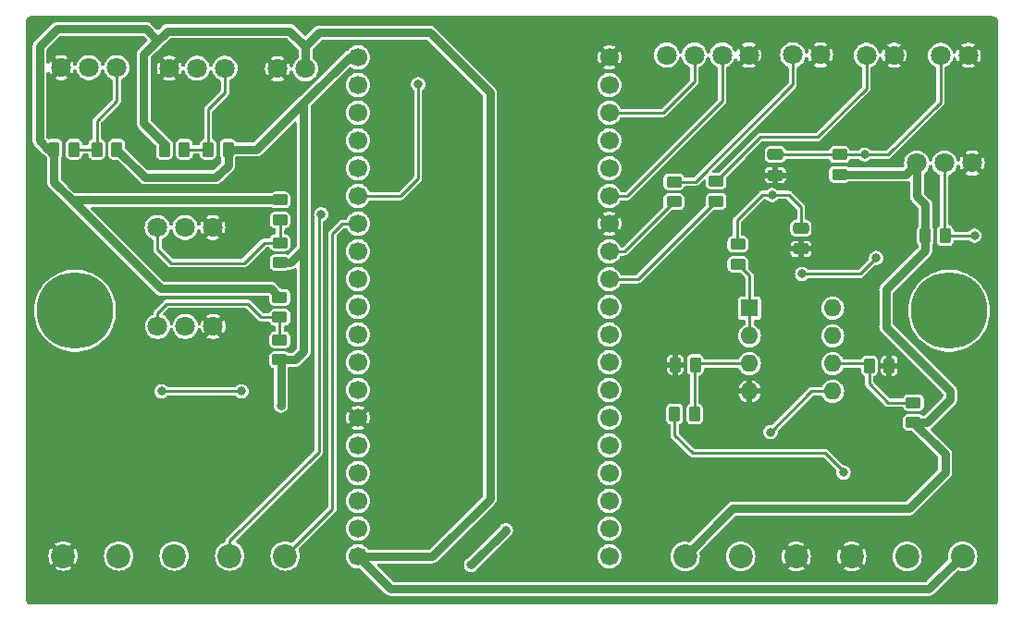
<source format=gbr>
%TF.GenerationSoftware,KiCad,Pcbnew,7.0.2*%
%TF.CreationDate,2023-07-26T08:06:31-03:00*%
%TF.ProjectId,Belliz_IOT,42656c6c-697a-45f4-994f-542e6b696361,rev?*%
%TF.SameCoordinates,Original*%
%TF.FileFunction,Copper,L1,Top*%
%TF.FilePolarity,Positive*%
%FSLAX46Y46*%
G04 Gerber Fmt 4.6, Leading zero omitted, Abs format (unit mm)*
G04 Created by KiCad (PCBNEW 7.0.2) date 2023-07-26 08:06:31*
%MOMM*%
%LPD*%
G01*
G04 APERTURE LIST*
G04 Aperture macros list*
%AMRoundRect*
0 Rectangle with rounded corners*
0 $1 Rounding radius*
0 $2 $3 $4 $5 $6 $7 $8 $9 X,Y pos of 4 corners*
0 Add a 4 corners polygon primitive as box body*
4,1,4,$2,$3,$4,$5,$6,$7,$8,$9,$2,$3,0*
0 Add four circle primitives for the rounded corners*
1,1,$1+$1,$2,$3*
1,1,$1+$1,$4,$5*
1,1,$1+$1,$6,$7*
1,1,$1+$1,$8,$9*
0 Add four rect primitives between the rounded corners*
20,1,$1+$1,$2,$3,$4,$5,0*
20,1,$1+$1,$4,$5,$6,$7,0*
20,1,$1+$1,$6,$7,$8,$9,0*
20,1,$1+$1,$8,$9,$2,$3,0*%
G04 Aperture macros list end*
%TA.AperFunction,ComponentPad*%
%ADD10C,1.800000*%
%TD*%
%TA.AperFunction,ComponentPad*%
%ADD11C,1.000000*%
%TD*%
%TA.AperFunction,ComponentPad*%
%ADD12C,7.000000*%
%TD*%
%TA.AperFunction,SMDPad,CuDef*%
%ADD13RoundRect,0.250000X-0.262500X-0.450000X0.262500X-0.450000X0.262500X0.450000X-0.262500X0.450000X0*%
%TD*%
%TA.AperFunction,SMDPad,CuDef*%
%ADD14RoundRect,0.250000X0.450000X-0.262500X0.450000X0.262500X-0.450000X0.262500X-0.450000X-0.262500X0*%
%TD*%
%TA.AperFunction,ComponentPad*%
%ADD15C,1.700000*%
%TD*%
%TA.AperFunction,SMDPad,CuDef*%
%ADD16RoundRect,0.250000X-0.450000X0.262500X-0.450000X-0.262500X0.450000X-0.262500X0.450000X0.262500X0*%
%TD*%
%TA.AperFunction,ComponentPad*%
%ADD17R,1.600000X1.600000*%
%TD*%
%TA.AperFunction,ComponentPad*%
%ADD18O,1.600000X1.600000*%
%TD*%
%TA.AperFunction,ComponentPad*%
%ADD19C,2.200000*%
%TD*%
%TA.AperFunction,SMDPad,CuDef*%
%ADD20RoundRect,0.250000X0.262500X0.450000X-0.262500X0.450000X-0.262500X-0.450000X0.262500X-0.450000X0*%
%TD*%
%TA.AperFunction,SMDPad,CuDef*%
%ADD21RoundRect,0.250000X-0.475000X0.250000X-0.475000X-0.250000X0.475000X-0.250000X0.475000X0.250000X0*%
%TD*%
%TA.AperFunction,ViaPad*%
%ADD22C,0.800000*%
%TD*%
%TA.AperFunction,Conductor*%
%ADD23C,0.762000*%
%TD*%
%TA.AperFunction,Conductor*%
%ADD24C,0.254000*%
%TD*%
G04 APERTURE END LIST*
D10*
%TO.P,J3,1,1*%
%TO.N,Net-(J3-Pad1)*%
X127430000Y-54090000D03*
%TO.P,J3,2,2*%
%TO.N,Earth*%
X129970000Y-54090000D03*
%TD*%
%TO.P,J2,1,1*%
%TO.N,Net-(J2-Pad1)*%
X120689300Y-54062300D03*
%TO.P,J2,2,2*%
%TO.N,Earth*%
X123229300Y-54062300D03*
%TD*%
D11*
%TO.P,REF\u002A\u002A,1*%
%TO.N,N/C*%
X52375000Y-77500000D03*
X53143845Y-75643845D03*
X53143845Y-79356155D03*
X55000000Y-74875000D03*
D12*
X55000000Y-77500000D03*
D11*
X55000000Y-80125000D03*
X56856155Y-75643845D03*
X56856155Y-79356155D03*
X57625000Y-77500000D03*
%TD*%
D13*
%TO.P,R11,1*%
%TO.N,5V*%
X53071250Y-62708750D03*
%TO.P,R11,2*%
%TO.N,Net-(J7-Pin_3)*%
X54896250Y-62708750D03*
%TD*%
D14*
%TO.P,R8,1*%
%TO.N,LED_VM*%
X109820000Y-67512500D03*
%TO.P,R8,2*%
%TO.N,Net-(J2-Pad1)*%
X109820000Y-65687500D03*
%TD*%
D10*
%TO.P,J14,1,Pin_1*%
%TO.N,Earth*%
X67630000Y-78940000D03*
%TO.P,J14,2,Pin_2*%
%TO.N,GPIO39*%
X65090000Y-78940000D03*
%TO.P,J14,3,Pin_3*%
%TO.N,Net-(J14-Pin_3)*%
X62550000Y-78940000D03*
%TD*%
D14*
%TO.P,R9,1*%
%TO.N,LED_VD*%
X113680000Y-67452500D03*
%TO.P,R9,2*%
%TO.N,Net-(J3-Pad1)*%
X113680000Y-65627500D03*
%TD*%
D13*
%TO.P,R1,1*%
%TO.N,3V3*%
X132817500Y-70620000D03*
%TO.P,R1,2*%
%TO.N,OUT_DHT*%
X134642500Y-70620000D03*
%TD*%
D15*
%TO.P,J9,1,Pin_1*%
%TO.N,5V*%
X80900000Y-100000000D03*
%TO.P,J9,2,Pin_2*%
%TO.N,unconnected-(J9-Pin_2-Pad2)*%
X80900000Y-97460000D03*
%TO.P,J9,3,Pin_3*%
%TO.N,unconnected-(J9-Pin_3-Pad3)*%
X80900000Y-94920000D03*
%TO.P,J9,4,Pin_4*%
%TO.N,unconnected-(J9-Pin_4-Pad4)*%
X80900000Y-92380000D03*
%TO.P,J9,5,Pin_5*%
%TO.N,unconnected-(J9-Pin_5-Pad5)*%
X80900000Y-89840000D03*
%TO.P,J9,6,Pin_6*%
%TO.N,Earth*%
X80900000Y-87300000D03*
%TO.P,J9,7,Pin_7*%
%TO.N,unconnected-(J9-Pin_7-Pad7)*%
X80900000Y-84760000D03*
%TO.P,J9,8,Pin_8*%
%TO.N,GPIO14*%
X80900000Y-82220000D03*
%TO.P,J9,9,Pin_9*%
%TO.N,unconnected-(J9-Pin_9-Pad9)*%
X80900000Y-79680000D03*
%TO.P,J9,10,Pin_10*%
%TO.N,OUT_RPM*%
X80900000Y-77140000D03*
%TO.P,J9,11,Pin_11*%
%TO.N,SCK_MAX6675*%
X80900000Y-74600000D03*
%TO.P,J9,12,Pin_12*%
%TO.N,CS_MAX6675*%
X80900000Y-72060000D03*
%TO.P,J9,13,Pin_13*%
%TO.N,SO_MAX6675*%
X80900000Y-69520000D03*
%TO.P,J9,14,Pin_14*%
%TO.N,GPIO35*%
X80900000Y-66980000D03*
%TO.P,J9,15,Pin_15*%
%TO.N,BUFFER_ACS712*%
X80900000Y-64440000D03*
%TO.P,J9,16,Pin_16*%
%TO.N,GPIO39*%
X80900000Y-61900000D03*
%TO.P,J9,17,Pin_17*%
%TO.N,GPIO36*%
X80900000Y-59360000D03*
%TO.P,J9,18,Pin_18*%
%TO.N,unconnected-(J9-Pin_18-Pad18)*%
X80900000Y-56820000D03*
%TO.P,J9,19,Pin_19*%
%TO.N,3V3*%
X80900000Y-54280000D03*
%TD*%
%TO.P,J8,1,Pin_1*%
%TO.N,unconnected-(J8-Pin_1-Pad1)*%
X103900000Y-100000000D03*
%TO.P,J8,2,Pin_2*%
%TO.N,unconnected-(J8-Pin_2-Pad2)*%
X103900000Y-97460000D03*
%TO.P,J8,3,Pin_3*%
%TO.N,unconnected-(J8-Pin_3-Pad3)*%
X103900000Y-94920000D03*
%TO.P,J8,4,Pin_4*%
%TO.N,unconnected-(J8-Pin_4-Pad4)*%
X103900000Y-92380000D03*
%TO.P,J8,5,Pin_5*%
%TO.N,unconnected-(J8-Pin_5-Pad5)*%
X103900000Y-89840000D03*
%TO.P,J8,6,Pin_6*%
%TO.N,unconnected-(J8-Pin_6-Pad6)*%
X103900000Y-87300000D03*
%TO.P,J8,7,Pin_7*%
%TO.N,OUT_DHT*%
X103900000Y-84760000D03*
%TO.P,J8,8,Pin_8*%
%TO.N,BT_CONFIG*%
X103900000Y-82220000D03*
%TO.P,J8,9,Pin_9*%
%TO.N,unconnected-(J8-Pin_9-Pad9)*%
X103900000Y-79680000D03*
%TO.P,J8,10,Pin_10*%
%TO.N,unconnected-(J8-Pin_10-Pad10)*%
X103900000Y-77140000D03*
%TO.P,J8,11,Pin_11*%
%TO.N,LED_VD*%
X103900000Y-74600000D03*
%TO.P,J8,12,Pin_12*%
%TO.N,LED_VM*%
X103900000Y-72060000D03*
%TO.P,J8,13,Pin_13*%
%TO.N,Earth*%
X103900000Y-69520000D03*
%TO.P,J8,14,Pin_14*%
%TO.N,Rele_2*%
X103900000Y-66980000D03*
%TO.P,J8,15,Pin_15*%
%TO.N,unconnected-(J8-Pin_15-Pad15)*%
X103900000Y-64440000D03*
%TO.P,J8,16,Pin_16*%
%TO.N,unconnected-(J8-Pin_16-Pad16)*%
X103900000Y-61900000D03*
%TO.P,J8,17,Pin_17*%
%TO.N,Rele_1*%
X103900000Y-59360000D03*
%TO.P,J8,18,Pin_18*%
%TO.N,unconnected-(J8-Pin_18-Pad18)*%
X103900000Y-56820000D03*
%TO.P,J8,19,Pin_19*%
%TO.N,Earth*%
X103900000Y-54280000D03*
%TD*%
D16*
%TO.P,R17,1*%
%TO.N,5V*%
X73741200Y-76260000D03*
%TO.P,R17,2*%
%TO.N,Net-(J14-Pin_3)*%
X73741200Y-78085000D03*
%TD*%
D10*
%TO.P,J7,1,Pin_1*%
%TO.N,Earth*%
X53731250Y-55218750D03*
%TO.P,J7,2,Pin_2*%
%TO.N,GPIO14*%
X56271250Y-55218750D03*
%TO.P,J7,3,Pin_3*%
%TO.N,Net-(J7-Pin_3)*%
X58811250Y-55218750D03*
%TD*%
D17*
%TO.P,U1,1*%
%TO.N,Net-(U1A--)*%
X116730000Y-77250000D03*
D18*
%TO.P,U1,2,-*%
X116730000Y-79790000D03*
%TO.P,U1,3,+*%
%TO.N,Net-(U1A-+)*%
X116730000Y-82330000D03*
%TO.P,U1,4,V-*%
%TO.N,Earth*%
X116730000Y-84870000D03*
%TO.P,U1,5,+*%
%TO.N,OUT_TCRT5000*%
X124350000Y-84870000D03*
%TO.P,U1,6,-*%
%TO.N,Net-(U1B--)*%
X124350000Y-82330000D03*
%TO.P,U1,7*%
%TO.N,OUT_RPM*%
X124350000Y-79790000D03*
%TO.P,U1,8,V+*%
%TO.N,5V*%
X124350000Y-77250000D03*
%TD*%
D13*
%TO.P,R4,1*%
%TO.N,Net-(U1B--)*%
X127707500Y-82540000D03*
%TO.P,R4,2*%
%TO.N,Earth*%
X129532500Y-82540000D03*
%TD*%
D14*
%TO.P,R16,1*%
%TO.N,3V3*%
X73741200Y-81995000D03*
%TO.P,R16,2*%
%TO.N,Net-(J14-Pin_3)*%
X73741200Y-80170000D03*
%TD*%
D19*
%TO.P,J15,1,Pin_1*%
%TO.N,SO_MAX6675*%
X74239700Y-99960000D03*
%TO.P,J15,2,Pin_2*%
%TO.N,CS_MAX6675*%
X69159700Y-99960000D03*
%TO.P,J15,3,Pin_3*%
%TO.N,SCK_MAX6675*%
X64079700Y-99960000D03*
%TO.P,J15,4,Pin_4*%
%TO.N,3V3*%
X58999700Y-99960000D03*
%TO.P,J15,5,Pin_5*%
%TO.N,Earth*%
X53919700Y-99960000D03*
%TD*%
D10*
%TO.P,J6,1,Pin_1*%
%TO.N,5V*%
X109150000Y-54070000D03*
%TO.P,J6,2,Pin_2*%
%TO.N,Rele_1*%
X111690000Y-54070000D03*
%TO.P,J6,3,Pin_3*%
%TO.N,Rele_2*%
X114230000Y-54070000D03*
%TO.P,J6,4,Pin_4*%
%TO.N,Earth*%
X116670000Y-54070000D03*
%TD*%
D14*
%TO.P,R3,1*%
%TO.N,3V3*%
X131740000Y-87732500D03*
%TO.P,R3,2*%
%TO.N,Net-(U1B--)*%
X131740000Y-85907500D03*
%TD*%
D10*
%TO.P,J1,1,1*%
%TO.N,Earth*%
X73541250Y-55328750D03*
%TO.P,J1,2,2*%
%TO.N,5V*%
X76081250Y-55328750D03*
%TD*%
%TO.P,J12,1,Pin_1*%
%TO.N,Earth*%
X63641250Y-55278750D03*
%TO.P,J12,2,Pin_2*%
%TO.N,GPIO35*%
X66181250Y-55278750D03*
%TO.P,J12,3,Pin_3*%
%TO.N,Net-(J12-Pin_3)*%
X68721250Y-55278750D03*
%TD*%
D13*
%TO.P,R13,1*%
%TO.N,5V*%
X63178750Y-62708750D03*
%TO.P,R13,2*%
%TO.N,Net-(J12-Pin_3)*%
X65003750Y-62708750D03*
%TD*%
D20*
%TO.P,R2,1*%
%TO.N,3V3*%
X69003750Y-62708750D03*
%TO.P,R2,2*%
%TO.N,Net-(J12-Pin_3)*%
X67178750Y-62708750D03*
%TD*%
D11*
%TO.P,REF\u002A\u002A,1*%
%TO.N,N/C*%
X132375000Y-77500000D03*
X133143845Y-75643845D03*
X133143845Y-79356155D03*
X135000000Y-74875000D03*
D12*
X135000000Y-77500000D03*
D11*
X135000000Y-80125000D03*
X136856155Y-75643845D03*
X136856155Y-79356155D03*
X137625000Y-77500000D03*
%TD*%
D13*
%TO.P,R5,1*%
%TO.N,OUT_ACS712*%
X109887500Y-86960000D03*
%TO.P,R5,2*%
%TO.N,Net-(U1A-+)*%
X111712500Y-86960000D03*
%TD*%
D19*
%TO.P,J10,1,Pin_1*%
%TO.N,5V*%
X136240000Y-100000000D03*
%TO.P,J10,2,Pin_2*%
%TO.N,OUT_ACS712*%
X131160000Y-100000000D03*
%TO.P,J10,3,Pin_3*%
%TO.N,Earth*%
X126080000Y-100000000D03*
%TO.P,J10,4,Pin_4*%
X121000000Y-100000000D03*
%TO.P,J10,5,Pin_5*%
%TO.N,OUT_TCRT5000*%
X115920000Y-100000000D03*
%TO.P,J10,6,Pin_6*%
%TO.N,3V3*%
X110840000Y-100000000D03*
%TD*%
D20*
%TO.P,R12,1*%
%TO.N,3V3*%
X58823750Y-62708750D03*
%TO.P,R12,2*%
%TO.N,Net-(J7-Pin_3)*%
X56998750Y-62708750D03*
%TD*%
D14*
%TO.P,R14,1*%
%TO.N,3V3*%
X73770000Y-73080000D03*
%TO.P,R14,2*%
%TO.N,Net-(J13-Pin_3)*%
X73770000Y-71255000D03*
%TD*%
D10*
%TO.P,J11,1,Pin_1*%
%TO.N,Earth*%
X137120000Y-63970000D03*
%TO.P,J11,2,Pin_2*%
%TO.N,OUT_DHT*%
X134580000Y-63970000D03*
%TO.P,J11,3,Pin_3*%
%TO.N,3V3*%
X132040000Y-63970000D03*
%TD*%
%TO.P,J4,1,1*%
%TO.N,BT_CONFIG*%
X134219300Y-54092300D03*
%TO.P,J4,2,2*%
%TO.N,Earth*%
X136759300Y-54092300D03*
%TD*%
D14*
%TO.P,R7,1*%
%TO.N,Net-(U1A--)*%
X115670000Y-73232500D03*
%TO.P,R7,2*%
%TO.N,BUFFER_ACS712*%
X115670000Y-71407500D03*
%TD*%
D21*
%TO.P,C1,1*%
%TO.N,BUFFER_ACS712*%
X121450000Y-69940000D03*
%TO.P,C1,2*%
%TO.N,Earth*%
X121450000Y-71840000D03*
%TD*%
D10*
%TO.P,J13,1,Pin_1*%
%TO.N,Earth*%
X67608800Y-69865000D03*
%TO.P,J13,2,Pin_2*%
%TO.N,GPIO36*%
X65068800Y-69865000D03*
%TO.P,J13,3,Pin_3*%
%TO.N,Net-(J13-Pin_3)*%
X62528800Y-69865000D03*
%TD*%
D14*
%TO.P,R10,1*%
%TO.N,3V3*%
X124970000Y-65012500D03*
%TO.P,R10,2*%
%TO.N,BT_CONFIG*%
X124970000Y-63187500D03*
%TD*%
D20*
%TO.P,R6,1*%
%TO.N,Net-(U1A-+)*%
X111772500Y-82440000D03*
%TO.P,R6,2*%
%TO.N,Earth*%
X109947500Y-82440000D03*
%TD*%
D21*
%TO.P,C2,1*%
%TO.N,BT_CONFIG*%
X119110000Y-63180000D03*
%TO.P,C2,2*%
%TO.N,Earth*%
X119110000Y-65080000D03*
%TD*%
D16*
%TO.P,R15,1*%
%TO.N,5V*%
X73770000Y-67355000D03*
%TO.P,R15,2*%
%TO.N,Net-(J13-Pin_3)*%
X73770000Y-69180000D03*
%TD*%
D22*
%TO.N,BUFFER_ACS712*%
X118800000Y-66880000D03*
%TO.N,Earth*%
X98010000Y-89190000D03*
X96180000Y-70710000D03*
X58420000Y-82670000D03*
X127420000Y-87670000D03*
X54940000Y-96420000D03*
X57260000Y-86200000D03*
X109830000Y-76600000D03*
X87118005Y-71913798D03*
X113860000Y-60670000D03*
X113628398Y-79411687D03*
X100110000Y-53040000D03*
X97560000Y-84860000D03*
X107080000Y-93770000D03*
X98630000Y-94010000D03*
X72030000Y-64860000D03*
X100240000Y-59950000D03*
X53240000Y-71330000D03*
X55120000Y-53120000D03*
X84570000Y-74320000D03*
X54360000Y-83790000D03*
X136620000Y-60060000D03*
X85020000Y-90480000D03*
X107290000Y-85120000D03*
X90550000Y-62010000D03*
X107070000Y-90180000D03*
X96790000Y-79080000D03*
X58110000Y-65710000D03*
X136750000Y-82980000D03*
X130060000Y-70440000D03*
X118480000Y-71650000D03*
X88500000Y-66200000D03*
X88640000Y-79050000D03*
X109830000Y-96190000D03*
X90420000Y-69500000D03*
X96620000Y-56290000D03*
X84400000Y-81820000D03*
X99210000Y-68340000D03*
X112320000Y-74460000D03*
X56060000Y-72000000D03*
X90510000Y-89940000D03*
X52080000Y-67670000D03*
X137460000Y-85260000D03*
X100280000Y-81690000D03*
X85020000Y-86240000D03*
X92030000Y-52680000D03*
X98100000Y-74900000D03*
X137370000Y-92890000D03*
X90820000Y-84770000D03*
X96530000Y-63920000D03*
X123560000Y-97350000D03*
X60300000Y-96420000D03*
X85150000Y-94850000D03*
X67210000Y-96400000D03*
X53330000Y-89990000D03*
X89260000Y-75040000D03*
X122630000Y-66290000D03*
X84530000Y-69680000D03*
X106530000Y-97840000D03*
X109500000Y-60530000D03*
X114610000Y-88110000D03*
X64310000Y-59690000D03*
X127000000Y-76770000D03*
%TO.N,BT_CONFIG*%
X127270000Y-63187500D03*
%TO.N,CS_MAX6675*%
X77530000Y-68650000D03*
%TO.N,OUT_ACS712*%
X125330000Y-92320000D03*
%TO.N,OUT_TCRT5000*%
X118660000Y-88620000D03*
%TO.N,3V3*%
X73830000Y-86190000D03*
X91250000Y-100800000D03*
X94430000Y-97610000D03*
%TO.N,OUT_DHT*%
X121540000Y-74120000D03*
X137330000Y-70610000D03*
X128330000Y-72660000D03*
%TO.N,GPIO14*%
X62910000Y-84880000D03*
X70230000Y-84880000D03*
%TO.N,GPIO35*%
X86400000Y-56740000D03*
%TD*%
D23*
%TO.N,3V3*%
X69023750Y-62728750D02*
X69003750Y-62708750D01*
X71621250Y-62728750D02*
X69023750Y-62728750D01*
X75900000Y-58450000D02*
X71621250Y-62728750D01*
X75940000Y-58450000D02*
X75900000Y-58450000D01*
D24*
%TO.N,CS_MAX6675*%
X69159700Y-98560300D02*
X69159700Y-99960000D01*
X77330000Y-90390000D02*
X69159700Y-98560300D01*
X77530000Y-68650000D02*
X77330000Y-68850000D01*
X77330000Y-68850000D02*
X77330000Y-90390000D01*
%TO.N,BUFFER_ACS712*%
X118800000Y-66880000D02*
X117900000Y-66880000D01*
X115580000Y-69200000D02*
X115580000Y-71317500D01*
X121450000Y-68010000D02*
X120320000Y-66880000D01*
X117900000Y-66880000D02*
X115580000Y-69200000D01*
X121450000Y-69940000D02*
X121450000Y-68010000D01*
X120320000Y-66880000D02*
X118800000Y-66880000D01*
X115580000Y-71317500D02*
X115670000Y-71407500D01*
%TO.N,BT_CONFIG*%
X127270000Y-63187500D02*
X124970000Y-63187500D01*
X124962500Y-63180000D02*
X124970000Y-63187500D01*
X127270000Y-63187500D02*
X129432500Y-63187500D01*
X134219300Y-58400700D02*
X134219300Y-54092300D01*
X129432500Y-63187500D02*
X134219300Y-58400700D01*
X119110000Y-63180000D02*
X124962500Y-63180000D01*
%TO.N,Rele_2*%
X105530000Y-66980000D02*
X114230000Y-58280000D01*
X114230000Y-58280000D02*
X114230000Y-54070000D01*
X103900000Y-66980000D02*
X105530000Y-66980000D01*
D23*
%TO.N,5V*%
X136240000Y-99890000D02*
X133160000Y-102970000D01*
X92970000Y-57510000D02*
X87470000Y-52010000D01*
X53071250Y-65711250D02*
X53071250Y-65168750D01*
X87680000Y-100000000D02*
X92970000Y-94710000D01*
X52561250Y-62708750D02*
X51761250Y-61908750D01*
X73741200Y-76260000D02*
X72961200Y-75480000D01*
X80900000Y-100000000D02*
X87680000Y-100000000D01*
X87470000Y-52010000D02*
X77350000Y-52010000D01*
X53071250Y-62708750D02*
X52561250Y-62708750D01*
X63178750Y-62196250D02*
X63178750Y-62708750D01*
X51761250Y-53258750D02*
X53341250Y-51678750D01*
X133160000Y-102970000D02*
X83870000Y-102970000D01*
X61521250Y-51678750D02*
X62566250Y-52723750D01*
X92970000Y-94710000D02*
X92970000Y-57510000D01*
X62566250Y-52723750D02*
X61281250Y-54008750D01*
X53071250Y-65168750D02*
X53071250Y-62708750D01*
X51761250Y-61908750D02*
X51761250Y-53258750D01*
X77350000Y-52010000D02*
X76081250Y-53278750D01*
X53341250Y-51678750D02*
X61521250Y-51678750D01*
X83870000Y-102970000D02*
X80900000Y-100000000D01*
X74671250Y-51868750D02*
X63421250Y-51868750D01*
X72961200Y-75480000D02*
X62840000Y-75480000D01*
X61281250Y-54008750D02*
X61281250Y-60298750D01*
X63421250Y-51868750D02*
X61996250Y-53293750D01*
X76081250Y-53278750D02*
X74671250Y-51868750D01*
X62840000Y-75480000D02*
X54715000Y-67355000D01*
X54715000Y-67355000D02*
X53071250Y-65711250D01*
X76081250Y-53278750D02*
X76081250Y-55328750D01*
X73770000Y-67355000D02*
X54715000Y-67355000D01*
X61281250Y-60298750D02*
X63178750Y-62196250D01*
D24*
%TO.N,Net-(J2-Pad1)*%
X120689300Y-56760700D02*
X120689300Y-54062300D01*
X109820000Y-65687500D02*
X111762500Y-65687500D01*
X111762500Y-65687500D02*
X120689300Y-56760700D01*
%TO.N,Net-(J3-Pad1)*%
X117727500Y-61580000D02*
X122980000Y-61580000D01*
X113680000Y-65627500D02*
X117727500Y-61580000D01*
X127430000Y-57130000D02*
X127430000Y-54090000D01*
X122980000Y-61580000D02*
X127430000Y-57130000D01*
%TO.N,SO_MAX6675*%
X79490000Y-69520000D02*
X80900000Y-69520000D01*
X78550000Y-70460000D02*
X79490000Y-69520000D01*
X74239700Y-99960000D02*
X78550000Y-95649700D01*
X78550000Y-95649700D02*
X78550000Y-70460000D01*
%TO.N,OUT_ACS712*%
X123650000Y-90530000D02*
X125330000Y-92210000D01*
X109887500Y-88887500D02*
X111530000Y-90530000D01*
X111530000Y-90530000D02*
X123650000Y-90530000D01*
X109887500Y-86960000D02*
X109887500Y-88887500D01*
%TO.N,OUT_TCRT5000*%
X118660000Y-88620000D02*
X122410000Y-84870000D01*
X122410000Y-84870000D02*
X124350000Y-84870000D01*
D23*
%TO.N,3V3*%
X75165000Y-81995000D02*
X75940000Y-81220000D01*
X129240000Y-75560000D02*
X132817500Y-71982500D01*
X74720000Y-73080000D02*
X73770000Y-73080000D01*
X69003750Y-64166250D02*
X67901250Y-65268750D01*
X135100000Y-84850000D02*
X129240000Y-78990000D01*
X80110000Y-54280000D02*
X75940000Y-58450000D01*
X73830000Y-86190000D02*
X73830000Y-82083800D01*
X131340000Y-95610000D02*
X134630000Y-92320000D01*
X132040000Y-63970000D02*
X130997500Y-65012500D01*
X132817500Y-67767500D02*
X132040000Y-66990000D01*
X131740000Y-87732500D02*
X132997500Y-87732500D01*
X80900000Y-54280000D02*
X80110000Y-54280000D01*
X91250000Y-100790000D02*
X94430000Y-97610000D01*
X132817500Y-71982500D02*
X132817500Y-70620000D01*
X67901250Y-65268750D02*
X61383750Y-65268750D01*
X75940000Y-71860000D02*
X74720000Y-73080000D01*
X134630000Y-92320000D02*
X134630000Y-90622500D01*
X75940000Y-58450000D02*
X75940000Y-71860000D01*
X61383750Y-65268750D02*
X58823750Y-62708750D01*
X73830000Y-82083800D02*
X73741200Y-81995000D01*
X132040000Y-66990000D02*
X132040000Y-63970000D01*
X69003750Y-62708750D02*
X69003750Y-64166250D01*
X132817500Y-70620000D02*
X132817500Y-67767500D01*
X134630000Y-90622500D02*
X131740000Y-87732500D01*
X110840000Y-100000000D02*
X115230000Y-95610000D01*
X115230000Y-95610000D02*
X131340000Y-95610000D01*
X129240000Y-78990000D02*
X129240000Y-75560000D01*
X132997500Y-87732500D02*
X135100000Y-85630000D01*
X130997500Y-65012500D02*
X124970000Y-65012500D01*
X91250000Y-100800000D02*
X91250000Y-100790000D01*
X135100000Y-85630000D02*
X135100000Y-84850000D01*
X73741200Y-81995000D02*
X75165000Y-81995000D01*
X75940000Y-81220000D02*
X75940000Y-69710000D01*
D24*
%TO.N,OUT_DHT*%
X134560000Y-70537500D02*
X134560000Y-63990000D01*
X134560000Y-63990000D02*
X134580000Y-63970000D01*
X121540000Y-74120000D02*
X126870000Y-74120000D01*
X134642500Y-70620000D02*
X134560000Y-70537500D01*
X137320000Y-70620000D02*
X134642500Y-70620000D01*
X137330000Y-70610000D02*
X137320000Y-70620000D01*
X126870000Y-74120000D02*
X128330000Y-72660000D01*
%TO.N,LED_VD*%
X106532500Y-74600000D02*
X103900000Y-74600000D01*
X113680000Y-67452500D02*
X106532500Y-74600000D01*
%TO.N,LED_VM*%
X105272500Y-72060000D02*
X103900000Y-72060000D01*
X109820000Y-67512500D02*
X105272500Y-72060000D01*
%TO.N,Rele_1*%
X111690000Y-56510000D02*
X111690000Y-54070000D01*
X103900000Y-59360000D02*
X108840000Y-59360000D01*
X108840000Y-59360000D02*
X111690000Y-56510000D01*
%TO.N,GPIO14*%
X62910000Y-84880000D02*
X70230000Y-84880000D01*
%TO.N,GPIO35*%
X86400000Y-56740000D02*
X86400000Y-65370000D01*
X84790000Y-66980000D02*
X80900000Y-66980000D01*
X86400000Y-65370000D02*
X84790000Y-66980000D01*
%TO.N,Net-(U1B--)*%
X127700000Y-84200000D02*
X127700000Y-82547500D01*
X127497500Y-82330000D02*
X124350000Y-82330000D01*
X127700000Y-82547500D02*
X127707500Y-82540000D01*
X129407500Y-85907500D02*
X127700000Y-84200000D01*
X127707500Y-82540000D02*
X127497500Y-82330000D01*
X131740000Y-85907500D02*
X129407500Y-85907500D01*
%TO.N,Net-(U1A-+)*%
X111712500Y-86960000D02*
X111712500Y-82500000D01*
X111882500Y-82330000D02*
X111772500Y-82440000D01*
X116730000Y-82330000D02*
X111882500Y-82330000D01*
X111712500Y-82500000D02*
X111772500Y-82440000D01*
%TO.N,Net-(U1A--)*%
X116730000Y-77250000D02*
X116730000Y-74292500D01*
X116730000Y-77250000D02*
X116730000Y-79790000D01*
X116730000Y-74292500D02*
X115670000Y-73232500D01*
%TO.N,Net-(J7-Pin_3)*%
X58811250Y-58278750D02*
X58811250Y-55218750D01*
X54896250Y-62708750D02*
X56998750Y-62708750D01*
X56998750Y-62708750D02*
X56998750Y-60091250D01*
X56998750Y-60091250D02*
X58811250Y-58278750D01*
%TO.N,Net-(J12-Pin_3)*%
X68721250Y-55278750D02*
X68721250Y-57508750D01*
X67178750Y-59051250D02*
X67178750Y-62708750D01*
X65003750Y-62708750D02*
X67178750Y-62708750D01*
X68721250Y-57508750D02*
X67178750Y-59051250D01*
%TO.N,Net-(J13-Pin_3)*%
X70450000Y-73120000D02*
X63770000Y-73120000D01*
X62528800Y-71878800D02*
X62528800Y-69865000D01*
X73770000Y-69180000D02*
X73770000Y-71255000D01*
X63770000Y-73120000D02*
X62528800Y-71878800D01*
X73770000Y-71255000D02*
X72315000Y-71255000D01*
X72315000Y-71255000D02*
X70450000Y-73120000D01*
%TO.N,Net-(J14-Pin_3)*%
X73741200Y-78085000D02*
X72035000Y-78085000D01*
X70820000Y-76870000D02*
X63380000Y-76870000D01*
X63380000Y-76870000D02*
X62550000Y-77700000D01*
X72035000Y-78085000D02*
X70820000Y-76870000D01*
X73741200Y-78085000D02*
X73741200Y-80170000D01*
X62550000Y-77700000D02*
X62550000Y-78940000D01*
%TD*%
%TA.AperFunction,Conductor*%
%TO.N,Earth*%
G36*
X139008315Y-50501436D02*
G01*
X139094465Y-50511144D01*
X139126993Y-50518568D01*
X139200878Y-50544421D01*
X139230939Y-50558898D01*
X139297217Y-50600543D01*
X139323304Y-50621346D01*
X139378653Y-50676695D01*
X139399456Y-50702781D01*
X139441102Y-50769060D01*
X139455579Y-50799123D01*
X139471561Y-50844799D01*
X139479922Y-50894037D01*
X139470055Y-104134215D01*
X139461696Y-104183392D01*
X139455580Y-104200873D01*
X139441101Y-104230941D01*
X139399456Y-104297218D01*
X139378653Y-104323304D01*
X139323303Y-104378654D01*
X139297215Y-104399458D01*
X139269239Y-104417036D01*
X139195537Y-104439769D01*
X139189901Y-104439873D01*
X50771929Y-104400179D01*
X50697438Y-104380183D01*
X50664553Y-104354412D01*
X50623749Y-104311944D01*
X50603036Y-104284717D01*
X50562004Y-104215532D01*
X50548046Y-104184298D01*
X50523877Y-104107582D01*
X50517411Y-104073990D01*
X50511844Y-104000000D01*
X50510926Y-103987793D01*
X50510507Y-103976703D01*
X50510505Y-103969512D01*
X50510624Y-103963522D01*
X50511311Y-103946344D01*
X50512734Y-103910772D01*
X50512733Y-103910769D01*
X50512919Y-103906131D01*
X50510472Y-103884213D01*
X50508990Y-99960000D01*
X52564543Y-99960000D01*
X52585130Y-100195320D01*
X52646269Y-100423491D01*
X52746099Y-100637577D01*
X52804773Y-100721372D01*
X53356926Y-100169218D01*
X53395601Y-100262588D01*
X53491775Y-100387925D01*
X53617112Y-100484099D01*
X53710479Y-100522772D01*
X53158325Y-101074926D01*
X53242121Y-101133600D01*
X53456208Y-101233430D01*
X53684379Y-101294569D01*
X53919699Y-101315156D01*
X54155020Y-101294569D01*
X54383190Y-101233431D01*
X54597281Y-101133598D01*
X54681073Y-101074926D01*
X54128920Y-100522773D01*
X54222288Y-100484099D01*
X54347625Y-100387925D01*
X54443799Y-100262589D01*
X54482473Y-100169219D01*
X55034626Y-100721372D01*
X55093298Y-100637581D01*
X55193131Y-100423490D01*
X55254269Y-100195320D01*
X55274856Y-99960000D01*
X57644041Y-99960000D01*
X57664636Y-100195407D01*
X57725797Y-100423663D01*
X57808024Y-100600000D01*
X57825665Y-100637830D01*
X57961205Y-100831401D01*
X58128299Y-100998495D01*
X58321870Y-101134035D01*
X58536037Y-101233903D01*
X58764292Y-101295063D01*
X58999700Y-101315659D01*
X59235108Y-101295063D01*
X59463363Y-101233903D01*
X59677530Y-101134035D01*
X59871101Y-100998495D01*
X60038195Y-100831401D01*
X60173735Y-100637830D01*
X60273603Y-100423663D01*
X60334763Y-100195408D01*
X60355359Y-99960000D01*
X60355359Y-99959999D01*
X62724041Y-99959999D01*
X62744636Y-100195407D01*
X62805797Y-100423663D01*
X62888024Y-100600000D01*
X62905665Y-100637830D01*
X63041205Y-100831401D01*
X63208299Y-100998495D01*
X63401870Y-101134035D01*
X63616037Y-101233903D01*
X63844292Y-101295063D01*
X64079700Y-101315659D01*
X64315108Y-101295063D01*
X64543363Y-101233903D01*
X64757530Y-101134035D01*
X64951101Y-100998495D01*
X65118195Y-100831401D01*
X65253735Y-100637830D01*
X65353603Y-100423663D01*
X65414763Y-100195408D01*
X65435359Y-99960000D01*
X65435359Y-99959999D01*
X67804041Y-99959999D01*
X67824636Y-100195407D01*
X67885797Y-100423663D01*
X67968024Y-100600000D01*
X67985665Y-100637830D01*
X68121205Y-100831401D01*
X68288299Y-100998495D01*
X68481870Y-101134035D01*
X68696037Y-101233903D01*
X68924292Y-101295063D01*
X69159700Y-101315659D01*
X69395108Y-101295063D01*
X69623363Y-101233903D01*
X69837530Y-101134035D01*
X70031101Y-100998495D01*
X70198195Y-100831401D01*
X70333735Y-100637830D01*
X70433603Y-100423663D01*
X70494763Y-100195408D01*
X70515359Y-99960000D01*
X70515359Y-99959999D01*
X72884041Y-99959999D01*
X72904636Y-100195407D01*
X72965797Y-100423663D01*
X73048024Y-100600000D01*
X73065665Y-100637830D01*
X73201205Y-100831401D01*
X73368299Y-100998495D01*
X73561870Y-101134035D01*
X73776037Y-101233903D01*
X74004292Y-101295063D01*
X74239700Y-101315659D01*
X74475108Y-101295063D01*
X74703363Y-101233903D01*
X74917530Y-101134035D01*
X75111101Y-100998495D01*
X75278195Y-100831401D01*
X75413735Y-100637830D01*
X75513603Y-100423663D01*
X75574763Y-100195408D01*
X75595359Y-99960000D01*
X75574763Y-99724592D01*
X75513603Y-99496337D01*
X75469803Y-99402408D01*
X75456410Y-99326452D01*
X75482789Y-99253975D01*
X75499478Y-99234085D01*
X77273565Y-97459999D01*
X79794784Y-97459999D01*
X79813602Y-97663080D01*
X79869418Y-97859252D01*
X79960326Y-98041819D01*
X79960327Y-98041821D01*
X79962373Y-98044530D01*
X80083235Y-98204579D01*
X80138280Y-98254758D01*
X80233959Y-98341981D01*
X80407363Y-98449348D01*
X80597544Y-98523024D01*
X80798024Y-98560500D01*
X81001976Y-98560500D01*
X81202456Y-98523024D01*
X81392637Y-98449348D01*
X81566041Y-98341981D01*
X81716764Y-98204579D01*
X81839673Y-98041821D01*
X81930582Y-97859250D01*
X81986397Y-97663083D01*
X82005215Y-97460000D01*
X81986397Y-97256917D01*
X81930582Y-97060750D01*
X81839673Y-96878179D01*
X81778218Y-96796800D01*
X81716764Y-96715420D01*
X81629883Y-96636218D01*
X81566041Y-96578019D01*
X81566038Y-96578017D01*
X81392641Y-96470654D01*
X81392638Y-96470653D01*
X81392637Y-96470652D01*
X81202456Y-96396976D01*
X81202453Y-96396975D01*
X81202452Y-96396975D01*
X81001976Y-96359500D01*
X80798024Y-96359500D01*
X80597547Y-96396975D01*
X80407358Y-96470654D01*
X80233961Y-96578017D01*
X80083235Y-96715420D01*
X79960326Y-96878180D01*
X79869418Y-97060747D01*
X79813602Y-97256919D01*
X79794784Y-97459999D01*
X77273565Y-97459999D01*
X78778326Y-95955238D01*
X78802186Y-95935863D01*
X78809209Y-95931276D01*
X78827821Y-95907361D01*
X78838555Y-95895207D01*
X78839044Y-95894521D01*
X78839052Y-95894514D01*
X78850930Y-95877876D01*
X78854571Y-95872994D01*
X78886592Y-95831855D01*
X78886592Y-95831853D01*
X78891534Y-95825505D01*
X78893830Y-95817791D01*
X78893832Y-95817789D01*
X78908709Y-95767813D01*
X78910576Y-95761988D01*
X78927500Y-95712694D01*
X78927500Y-95712692D01*
X78930113Y-95705081D01*
X78929780Y-95697041D01*
X78929781Y-95697040D01*
X78927627Y-95644965D01*
X78927500Y-95638808D01*
X78927500Y-94919999D01*
X79794784Y-94919999D01*
X79813602Y-95123080D01*
X79869418Y-95319252D01*
X79956101Y-95493334D01*
X79960327Y-95501821D01*
X79963570Y-95506115D01*
X80083235Y-95664579D01*
X80162437Y-95736780D01*
X80233959Y-95801981D01*
X80233961Y-95801982D01*
X80392365Y-95900062D01*
X80407363Y-95909348D01*
X80597544Y-95983024D01*
X80798024Y-96020500D01*
X81001976Y-96020500D01*
X81202456Y-95983024D01*
X81392637Y-95909348D01*
X81566041Y-95801981D01*
X81716764Y-95664579D01*
X81839673Y-95501821D01*
X81930582Y-95319250D01*
X81986397Y-95123083D01*
X82005215Y-94920000D01*
X81986397Y-94716917D01*
X81930582Y-94520750D01*
X81839673Y-94338179D01*
X81778218Y-94256800D01*
X81716764Y-94175420D01*
X81629883Y-94096218D01*
X81566041Y-94038019D01*
X81566038Y-94038017D01*
X81392641Y-93930654D01*
X81392638Y-93930653D01*
X81392637Y-93930652D01*
X81202456Y-93856976D01*
X81202453Y-93856975D01*
X81202452Y-93856975D01*
X81001976Y-93819500D01*
X80798024Y-93819500D01*
X80597547Y-93856975D01*
X80407358Y-93930654D01*
X80233961Y-94038017D01*
X80083235Y-94175420D01*
X79960326Y-94338180D01*
X79869418Y-94520747D01*
X79813602Y-94716919D01*
X79794784Y-94919999D01*
X78927500Y-94919999D01*
X78927500Y-92379999D01*
X79794784Y-92379999D01*
X79813602Y-92583080D01*
X79869418Y-92779252D01*
X79960326Y-92961819D01*
X79960327Y-92961821D01*
X79966881Y-92970500D01*
X80083235Y-93124579D01*
X80162437Y-93196780D01*
X80233959Y-93261981D01*
X80407363Y-93369348D01*
X80597544Y-93443024D01*
X80798024Y-93480500D01*
X81001976Y-93480500D01*
X81202456Y-93443024D01*
X81392637Y-93369348D01*
X81566041Y-93261981D01*
X81716764Y-93124579D01*
X81839673Y-92961821D01*
X81930582Y-92779250D01*
X81986397Y-92583083D01*
X82005215Y-92380000D01*
X81986397Y-92176917D01*
X81930582Y-91980750D01*
X81839673Y-91798179D01*
X81778218Y-91716800D01*
X81716764Y-91635420D01*
X81629883Y-91556218D01*
X81566041Y-91498019D01*
X81566038Y-91498017D01*
X81392641Y-91390654D01*
X81392638Y-91390653D01*
X81392637Y-91390652D01*
X81202456Y-91316976D01*
X81202453Y-91316975D01*
X81202452Y-91316975D01*
X81001976Y-91279500D01*
X80798024Y-91279500D01*
X80597547Y-91316975D01*
X80407358Y-91390654D01*
X80233961Y-91498017D01*
X80083235Y-91635420D01*
X79960326Y-91798180D01*
X79869418Y-91980747D01*
X79813602Y-92176919D01*
X79794784Y-92379999D01*
X78927500Y-92379999D01*
X78927500Y-89840000D01*
X79794784Y-89840000D01*
X79813602Y-90043080D01*
X79869418Y-90239252D01*
X79940596Y-90382196D01*
X79960327Y-90421821D01*
X79977832Y-90445001D01*
X80083235Y-90584579D01*
X80120138Y-90618220D01*
X80233959Y-90721981D01*
X80407363Y-90829348D01*
X80597544Y-90903024D01*
X80798024Y-90940500D01*
X81001976Y-90940500D01*
X81202456Y-90903024D01*
X81392637Y-90829348D01*
X81566041Y-90721981D01*
X81716764Y-90584579D01*
X81839673Y-90421821D01*
X81930582Y-90239250D01*
X81986397Y-90043083D01*
X82005215Y-89840000D01*
X81986397Y-89636917D01*
X81930582Y-89440750D01*
X81839673Y-89258179D01*
X81764990Y-89159283D01*
X81716764Y-89095420D01*
X81625002Y-89011769D01*
X81566041Y-88958019D01*
X81540053Y-88941928D01*
X81392641Y-88850654D01*
X81392638Y-88850653D01*
X81392637Y-88850652D01*
X81202456Y-88776976D01*
X81202453Y-88776975D01*
X81202452Y-88776975D01*
X81001976Y-88739500D01*
X80798024Y-88739500D01*
X80597547Y-88776975D01*
X80597544Y-88776975D01*
X80597544Y-88776976D01*
X80413313Y-88848347D01*
X80407358Y-88850654D01*
X80233961Y-88958017D01*
X80083235Y-89095420D01*
X79960326Y-89258180D01*
X79869418Y-89440747D01*
X79813602Y-89636919D01*
X79794784Y-89840000D01*
X78927500Y-89840000D01*
X78927500Y-87300000D01*
X79795286Y-87300000D01*
X79814096Y-87502989D01*
X79869885Y-87699068D01*
X79960753Y-87881554D01*
X79962533Y-87883912D01*
X80416922Y-87429522D01*
X80440507Y-87509844D01*
X80518239Y-87630798D01*
X80626900Y-87724952D01*
X80757685Y-87784680D01*
X80767466Y-87786086D01*
X80319311Y-88234241D01*
X80407583Y-88288897D01*
X80597682Y-88362541D01*
X80798070Y-88400000D01*
X81001930Y-88400000D01*
X81202318Y-88362541D01*
X81392414Y-88288898D01*
X81480687Y-88234240D01*
X81032533Y-87786086D01*
X81042315Y-87784680D01*
X81173100Y-87724952D01*
X81281761Y-87630798D01*
X81359493Y-87509844D01*
X81383077Y-87429523D01*
X81837465Y-87883912D01*
X81839247Y-87881553D01*
X81930114Y-87699068D01*
X81985903Y-87502989D01*
X82004713Y-87300000D01*
X81985903Y-87097010D01*
X81930114Y-86900931D01*
X81839245Y-86718442D01*
X81837466Y-86716085D01*
X81383076Y-87170475D01*
X81359493Y-87090156D01*
X81281761Y-86969202D01*
X81173100Y-86875048D01*
X81042315Y-86815320D01*
X81032531Y-86813913D01*
X81480687Y-86365758D01*
X81392412Y-86311100D01*
X81202317Y-86237458D01*
X81001930Y-86200000D01*
X80798070Y-86200000D01*
X80597682Y-86237458D01*
X80407584Y-86311102D01*
X80319310Y-86365757D01*
X80767466Y-86813913D01*
X80757685Y-86815320D01*
X80626900Y-86875048D01*
X80518239Y-86969202D01*
X80440507Y-87090156D01*
X80416923Y-87170476D01*
X79962532Y-86716085D01*
X79960754Y-86718442D01*
X79869885Y-86900931D01*
X79814096Y-87097010D01*
X79795286Y-87300000D01*
X78927500Y-87300000D01*
X78927500Y-84759999D01*
X79794784Y-84759999D01*
X79813602Y-84963080D01*
X79869418Y-85159252D01*
X79941357Y-85303724D01*
X79960327Y-85341821D01*
X79980417Y-85368424D01*
X80083235Y-85504579D01*
X80119367Y-85537517D01*
X80233959Y-85641981D01*
X80407363Y-85749348D01*
X80597544Y-85823024D01*
X80798024Y-85860500D01*
X81001976Y-85860500D01*
X81202456Y-85823024D01*
X81392637Y-85749348D01*
X81566041Y-85641981D01*
X81716764Y-85504579D01*
X81839673Y-85341821D01*
X81930582Y-85159250D01*
X81986397Y-84963083D01*
X82005215Y-84760000D01*
X81986397Y-84556917D01*
X81930582Y-84360750D01*
X81908891Y-84317189D01*
X81865696Y-84230441D01*
X81839673Y-84178179D01*
X81771026Y-84087275D01*
X81716764Y-84015420D01*
X81629883Y-83936218D01*
X81566041Y-83878019D01*
X81518507Y-83848587D01*
X81392641Y-83770654D01*
X81392638Y-83770653D01*
X81392637Y-83770652D01*
X81202456Y-83696976D01*
X81202453Y-83696975D01*
X81202452Y-83696975D01*
X81001976Y-83659500D01*
X80798024Y-83659500D01*
X80597547Y-83696975D01*
X80407358Y-83770654D01*
X80233961Y-83878017D01*
X80083235Y-84015420D01*
X79960326Y-84178180D01*
X79869418Y-84360747D01*
X79813602Y-84556919D01*
X79794784Y-84759999D01*
X78927500Y-84759999D01*
X78927500Y-82219999D01*
X79794784Y-82219999D01*
X79813602Y-82423080D01*
X79869418Y-82619252D01*
X79936107Y-82753180D01*
X79960327Y-82801821D01*
X80001619Y-82856500D01*
X80083235Y-82964579D01*
X80119332Y-82997485D01*
X80233959Y-83101981D01*
X80407363Y-83209348D01*
X80597544Y-83283024D01*
X80798024Y-83320500D01*
X81001976Y-83320500D01*
X81202456Y-83283024D01*
X81392637Y-83209348D01*
X81566041Y-83101981D01*
X81716764Y-82964579D01*
X81839673Y-82801821D01*
X81930582Y-82619250D01*
X81986397Y-82423083D01*
X82005215Y-82220000D01*
X81986397Y-82016917D01*
X81930582Y-81820750D01*
X81839673Y-81638179D01*
X81768562Y-81544013D01*
X81716764Y-81475420D01*
X81584826Y-81355144D01*
X81566041Y-81338019D01*
X81504278Y-81299777D01*
X81392641Y-81230654D01*
X81392638Y-81230653D01*
X81392637Y-81230652D01*
X81202456Y-81156976D01*
X81202453Y-81156975D01*
X81202452Y-81156975D01*
X81001976Y-81119500D01*
X80798024Y-81119500D01*
X80597547Y-81156975D01*
X80597544Y-81156975D01*
X80597544Y-81156976D01*
X80457430Y-81211256D01*
X80407358Y-81230654D01*
X80233961Y-81338017D01*
X80083235Y-81475420D01*
X79960326Y-81638180D01*
X79869418Y-81820747D01*
X79813602Y-82016919D01*
X79794784Y-82219999D01*
X78927500Y-82219999D01*
X78927500Y-79679999D01*
X79794784Y-79679999D01*
X79813602Y-79883080D01*
X79869418Y-80079252D01*
X79926532Y-80193952D01*
X79960327Y-80261821D01*
X80001856Y-80316814D01*
X80083235Y-80424579D01*
X80144438Y-80480372D01*
X80233959Y-80561981D01*
X80407363Y-80669348D01*
X80597544Y-80743024D01*
X80798024Y-80780500D01*
X81001976Y-80780500D01*
X81202456Y-80743024D01*
X81392637Y-80669348D01*
X81566041Y-80561981D01*
X81716764Y-80424579D01*
X81839673Y-80261821D01*
X81930582Y-80079250D01*
X81986397Y-79883083D01*
X82005215Y-79680000D01*
X81986397Y-79476917D01*
X81930582Y-79280750D01*
X81929996Y-79279574D01*
X81882495Y-79184178D01*
X81839673Y-79098179D01*
X81753698Y-78984329D01*
X81716764Y-78935420D01*
X81629883Y-78856218D01*
X81566041Y-78798019D01*
X81555183Y-78791296D01*
X81392641Y-78690654D01*
X81392638Y-78690653D01*
X81392637Y-78690652D01*
X81202456Y-78616976D01*
X81202453Y-78616975D01*
X81202452Y-78616975D01*
X81001976Y-78579500D01*
X80798024Y-78579500D01*
X80597547Y-78616975D01*
X80597544Y-78616975D01*
X80597544Y-78616976D01*
X80569741Y-78627747D01*
X80407358Y-78690654D01*
X80233961Y-78798017D01*
X80083235Y-78935420D01*
X79960326Y-79098180D01*
X79869418Y-79280747D01*
X79813602Y-79476919D01*
X79794784Y-79679999D01*
X78927500Y-79679999D01*
X78927500Y-77140000D01*
X79794784Y-77140000D01*
X79813602Y-77343080D01*
X79869418Y-77539252D01*
X79956939Y-77715017D01*
X79960327Y-77721821D01*
X79965109Y-77728153D01*
X80083235Y-77884579D01*
X80106899Y-77906151D01*
X80233959Y-78021981D01*
X80407363Y-78129348D01*
X80597544Y-78203024D01*
X80798024Y-78240500D01*
X81001976Y-78240500D01*
X81202456Y-78203024D01*
X81392637Y-78129348D01*
X81566041Y-78021981D01*
X81716764Y-77884579D01*
X81839673Y-77721821D01*
X81930582Y-77539250D01*
X81986397Y-77343083D01*
X82005215Y-77140000D01*
X81986397Y-76936917D01*
X81930582Y-76740750D01*
X81930416Y-76740417D01*
X81875425Y-76629980D01*
X81839673Y-76558179D01*
X81778218Y-76476800D01*
X81716764Y-76395420D01*
X81629883Y-76316218D01*
X81566041Y-76258019D01*
X81566038Y-76258017D01*
X81392641Y-76150654D01*
X81392638Y-76150653D01*
X81392637Y-76150652D01*
X81202456Y-76076976D01*
X81202453Y-76076975D01*
X81202452Y-76076975D01*
X81001976Y-76039500D01*
X80798024Y-76039500D01*
X80597547Y-76076975D01*
X80597544Y-76076975D01*
X80597544Y-76076976D01*
X80407363Y-76150652D01*
X80407358Y-76150654D01*
X80233961Y-76258017D01*
X80083235Y-76395420D01*
X79960326Y-76558180D01*
X79869418Y-76740747D01*
X79813602Y-76936919D01*
X79794784Y-77140000D01*
X78927500Y-77140000D01*
X78927500Y-74599999D01*
X79794784Y-74599999D01*
X79813602Y-74803080D01*
X79869418Y-74999252D01*
X79944193Y-75149420D01*
X79960327Y-75181821D01*
X79983281Y-75212217D01*
X80083235Y-75344579D01*
X80124740Y-75382415D01*
X80233959Y-75481981D01*
X80279704Y-75510305D01*
X80396758Y-75582782D01*
X80407363Y-75589348D01*
X80597544Y-75663024D01*
X80798024Y-75700500D01*
X81001976Y-75700500D01*
X81202456Y-75663024D01*
X81392637Y-75589348D01*
X81566041Y-75481981D01*
X81716764Y-75344579D01*
X81839673Y-75181821D01*
X81930582Y-74999250D01*
X81986397Y-74803083D01*
X82005215Y-74600000D01*
X81986397Y-74396917D01*
X81930582Y-74200750D01*
X81918315Y-74176115D01*
X81865531Y-74070110D01*
X81839673Y-74018179D01*
X81778218Y-73936800D01*
X81716764Y-73855420D01*
X81587223Y-73737329D01*
X81566041Y-73718019D01*
X81555632Y-73711574D01*
X81392641Y-73610654D01*
X81392638Y-73610653D01*
X81392637Y-73610652D01*
X81202456Y-73536976D01*
X81202453Y-73536975D01*
X81202452Y-73536975D01*
X81001976Y-73499500D01*
X80798024Y-73499500D01*
X80597547Y-73536975D01*
X80597544Y-73536975D01*
X80597544Y-73536976D01*
X80474015Y-73584831D01*
X80407358Y-73610654D01*
X80233961Y-73718017D01*
X80083235Y-73855420D01*
X79960326Y-74018180D01*
X79869418Y-74200747D01*
X79813602Y-74396919D01*
X79794784Y-74599999D01*
X78927500Y-74599999D01*
X78927500Y-72059999D01*
X79794784Y-72059999D01*
X79813602Y-72263080D01*
X79869418Y-72459252D01*
X79934523Y-72590000D01*
X79960327Y-72641821D01*
X79974055Y-72660000D01*
X80083235Y-72804579D01*
X80146788Y-72862514D01*
X80233959Y-72941981D01*
X80407363Y-73049348D01*
X80597544Y-73123024D01*
X80798024Y-73160500D01*
X81001976Y-73160500D01*
X81202456Y-73123024D01*
X81392637Y-73049348D01*
X81566041Y-72941981D01*
X81716764Y-72804579D01*
X81839673Y-72641821D01*
X81930582Y-72459250D01*
X81986397Y-72263083D01*
X82005215Y-72060000D01*
X81986397Y-71856917D01*
X81930582Y-71660750D01*
X81930565Y-71660716D01*
X81857408Y-71513796D01*
X81839673Y-71478179D01*
X81771072Y-71387337D01*
X81716764Y-71315420D01*
X81615048Y-71222695D01*
X81566041Y-71178019D01*
X81565179Y-71177485D01*
X81392641Y-71070654D01*
X81392638Y-71070653D01*
X81392637Y-71070652D01*
X81202456Y-70996976D01*
X81202453Y-70996975D01*
X81202452Y-70996975D01*
X81001976Y-70959500D01*
X80798024Y-70959500D01*
X80597547Y-70996975D01*
X80597544Y-70996975D01*
X80597544Y-70996976D01*
X80507696Y-71031783D01*
X80407358Y-71070654D01*
X80233961Y-71178017D01*
X80083235Y-71315420D01*
X79960326Y-71478180D01*
X79869418Y-71660747D01*
X79813602Y-71856919D01*
X79794784Y-72059999D01*
X78927500Y-72059999D01*
X78927500Y-70678083D01*
X78947462Y-70603583D01*
X78971141Y-70572724D01*
X79602725Y-69941141D01*
X79669520Y-69902577D01*
X79708084Y-69897500D01*
X79766331Y-69897500D01*
X79840831Y-69917462D01*
X79895369Y-69972000D01*
X79899710Y-69980085D01*
X79960327Y-70101821D01*
X79975662Y-70122128D01*
X80083235Y-70264579D01*
X80119332Y-70297485D01*
X80233959Y-70401981D01*
X80282976Y-70432331D01*
X80406634Y-70508897D01*
X80407363Y-70509348D01*
X80597544Y-70583024D01*
X80798024Y-70620500D01*
X81001976Y-70620500D01*
X81202456Y-70583024D01*
X81392637Y-70509348D01*
X81566041Y-70401981D01*
X81716764Y-70264579D01*
X81839673Y-70101821D01*
X81930582Y-69919250D01*
X81986397Y-69723083D01*
X82005215Y-69520000D01*
X81986397Y-69316917D01*
X81930582Y-69120750D01*
X81911208Y-69081842D01*
X81847810Y-68954521D01*
X81839673Y-68938179D01*
X81778218Y-68856800D01*
X81716764Y-68775420D01*
X81629883Y-68696218D01*
X81566041Y-68638019D01*
X81566038Y-68638017D01*
X81392641Y-68530654D01*
X81392638Y-68530653D01*
X81392637Y-68530652D01*
X81202456Y-68456976D01*
X81202453Y-68456975D01*
X81202452Y-68456975D01*
X81001976Y-68419500D01*
X80798024Y-68419500D01*
X80597547Y-68456975D01*
X80597544Y-68456975D01*
X80597544Y-68456976D01*
X80504085Y-68493182D01*
X80407358Y-68530654D01*
X80233961Y-68638017D01*
X80083235Y-68775420D01*
X79960326Y-68938180D01*
X79899710Y-69059915D01*
X79848634Y-69117707D01*
X79775504Y-69142217D01*
X79766331Y-69142500D01*
X79544605Y-69142500D01*
X79514029Y-69139329D01*
X79505816Y-69137607D01*
X79475738Y-69141356D01*
X79459546Y-69142361D01*
X79438600Y-69145855D01*
X79432518Y-69146741D01*
X79372813Y-69154184D01*
X79319894Y-69182822D01*
X79314432Y-69185633D01*
X79293417Y-69195908D01*
X79260378Y-69212060D01*
X79219627Y-69256326D01*
X79215366Y-69260767D01*
X78321674Y-70154458D01*
X78297818Y-70173832D01*
X78290790Y-70178424D01*
X78272169Y-70202347D01*
X78261438Y-70214499D01*
X78249091Y-70231792D01*
X78245414Y-70236722D01*
X78208464Y-70284196D01*
X78191302Y-70341842D01*
X78189424Y-70347704D01*
X78169886Y-70404616D01*
X78172373Y-70464733D01*
X78172500Y-70470890D01*
X78172500Y-95431615D01*
X78152538Y-95506115D01*
X78128859Y-95536974D01*
X74965618Y-98700214D01*
X74898823Y-98738778D01*
X74821695Y-98738778D01*
X74797289Y-98729895D01*
X74703363Y-98686097D01*
X74475107Y-98624936D01*
X74260294Y-98606142D01*
X74239700Y-98604341D01*
X74239699Y-98604341D01*
X74004292Y-98624936D01*
X73776036Y-98686097D01*
X73561872Y-98785964D01*
X73368298Y-98921505D01*
X73201205Y-99088598D01*
X73065664Y-99282172D01*
X72965797Y-99496336D01*
X72904636Y-99724592D01*
X72884041Y-99959999D01*
X70515359Y-99959999D01*
X70494763Y-99724592D01*
X70433603Y-99496337D01*
X70333735Y-99282171D01*
X70198195Y-99088599D01*
X70031101Y-98921505D01*
X69837530Y-98785965D01*
X69837528Y-98785964D01*
X69778304Y-98758347D01*
X69719220Y-98708770D01*
X69692841Y-98636293D01*
X69706234Y-98560337D01*
X69735912Y-98517951D01*
X77558326Y-90695538D01*
X77582186Y-90676163D01*
X77589209Y-90671576D01*
X77607821Y-90647661D01*
X77618555Y-90635507D01*
X77619044Y-90634821D01*
X77619052Y-90634814D01*
X77630930Y-90618176D01*
X77634571Y-90613294D01*
X77666592Y-90572155D01*
X77666592Y-90572153D01*
X77671534Y-90565805D01*
X77673830Y-90558091D01*
X77673832Y-90558089D01*
X77688709Y-90508113D01*
X77690576Y-90502288D01*
X77707500Y-90452994D01*
X77707500Y-90452992D01*
X77710113Y-90445381D01*
X77709780Y-90437341D01*
X77709781Y-90437340D01*
X77707627Y-90385265D01*
X77707500Y-90379108D01*
X77707500Y-69381564D01*
X77727462Y-69307064D01*
X77782000Y-69252526D01*
X77787216Y-69249652D01*
X77902240Y-69189283D01*
X78020483Y-69084530D01*
X78110220Y-68954523D01*
X78116419Y-68938179D01*
X78166236Y-68806821D01*
X78166236Y-68806820D01*
X78166237Y-68806818D01*
X78185278Y-68650000D01*
X78166237Y-68493182D01*
X78166236Y-68493180D01*
X78166236Y-68493178D01*
X78110221Y-68345478D01*
X78050626Y-68259140D01*
X78020483Y-68215470D01*
X77902240Y-68110717D01*
X77902238Y-68110716D01*
X77902237Y-68110715D01*
X77762367Y-68037304D01*
X77660111Y-68012101D01*
X77608985Y-67999500D01*
X77451015Y-67999500D01*
X77412670Y-68008950D01*
X77297632Y-68037304D01*
X77157762Y-68110715D01*
X77156773Y-68111591D01*
X77046718Y-68209091D01*
X77039515Y-68215472D01*
X76949778Y-68345478D01*
X76893763Y-68493178D01*
X76885655Y-68559954D01*
X76874722Y-68650000D01*
X76893763Y-68806818D01*
X76942787Y-68936085D01*
X76942817Y-68936162D01*
X76952500Y-68988999D01*
X76952500Y-90171915D01*
X76932538Y-90246415D01*
X76908859Y-90277274D01*
X68931374Y-98254758D01*
X68907518Y-98274132D01*
X68900490Y-98278724D01*
X68881870Y-98302646D01*
X68871138Y-98314800D01*
X68858791Y-98332092D01*
X68855114Y-98337022D01*
X68818164Y-98384496D01*
X68801002Y-98442142D01*
X68799124Y-98448004D01*
X68779586Y-98504917D01*
X68781253Y-98545221D01*
X68764385Y-98620483D01*
X68712147Y-98677227D01*
X68695350Y-98686417D01*
X68481872Y-98785964D01*
X68288298Y-98921505D01*
X68121205Y-99088598D01*
X67985664Y-99282172D01*
X67885797Y-99496336D01*
X67824636Y-99724592D01*
X67804041Y-99959999D01*
X65435359Y-99959999D01*
X65414763Y-99724592D01*
X65353603Y-99496337D01*
X65253735Y-99282171D01*
X65118195Y-99088599D01*
X64951101Y-98921505D01*
X64757530Y-98785965D01*
X64656337Y-98738778D01*
X64543363Y-98686097D01*
X64315107Y-98624936D01*
X64100294Y-98606142D01*
X64079700Y-98604341D01*
X64079699Y-98604341D01*
X63844292Y-98624936D01*
X63616036Y-98686097D01*
X63401872Y-98785964D01*
X63208298Y-98921505D01*
X63041205Y-99088598D01*
X62905664Y-99282172D01*
X62805797Y-99496336D01*
X62744636Y-99724592D01*
X62724041Y-99959999D01*
X60355359Y-99959999D01*
X60334763Y-99724592D01*
X60273603Y-99496337D01*
X60173735Y-99282171D01*
X60038195Y-99088599D01*
X59871101Y-98921505D01*
X59677530Y-98785965D01*
X59576337Y-98738778D01*
X59463363Y-98686097D01*
X59235107Y-98624936D01*
X59020294Y-98606142D01*
X58999700Y-98604341D01*
X58999699Y-98604341D01*
X58764292Y-98624936D01*
X58536036Y-98686097D01*
X58321872Y-98785964D01*
X58128298Y-98921505D01*
X57961205Y-99088598D01*
X57825664Y-99282172D01*
X57725797Y-99496336D01*
X57664636Y-99724592D01*
X57644041Y-99960000D01*
X55274856Y-99960000D01*
X55254269Y-99724679D01*
X55193131Y-99496509D01*
X55093300Y-99282423D01*
X55034625Y-99198626D01*
X54482472Y-99750779D01*
X54443799Y-99657412D01*
X54347625Y-99532075D01*
X54222288Y-99435901D01*
X54128918Y-99397226D01*
X54681072Y-98845073D01*
X54597277Y-98786399D01*
X54383191Y-98686569D01*
X54155020Y-98625430D01*
X53919699Y-98604843D01*
X53684379Y-98625430D01*
X53456209Y-98686568D01*
X53242121Y-98786400D01*
X53158326Y-98845073D01*
X53710479Y-99397226D01*
X53617112Y-99435901D01*
X53491775Y-99532075D01*
X53395601Y-99657411D01*
X53356926Y-99750779D01*
X52804773Y-99198626D01*
X52746100Y-99282421D01*
X52646268Y-99496509D01*
X52585130Y-99724679D01*
X52564543Y-99960000D01*
X50508990Y-99960000D01*
X50503297Y-84879999D01*
X62254722Y-84879999D01*
X62273763Y-85036821D01*
X62329778Y-85184521D01*
X62403373Y-85291141D01*
X62419517Y-85314530D01*
X62537760Y-85419283D01*
X62537762Y-85419284D01*
X62677632Y-85492695D01*
X62677634Y-85492695D01*
X62677635Y-85492696D01*
X62831015Y-85530500D01*
X62831016Y-85530500D01*
X62988984Y-85530500D01*
X62988985Y-85530500D01*
X63142365Y-85492696D01*
X63282240Y-85419283D01*
X63400483Y-85314530D01*
X63400484Y-85314527D01*
X63414025Y-85302532D01*
X63415795Y-85304530D01*
X63454174Y-85271886D01*
X63518049Y-85257500D01*
X69621951Y-85257500D01*
X69696451Y-85277462D01*
X69724918Y-85303724D01*
X69725975Y-85302532D01*
X69739515Y-85314527D01*
X69739517Y-85314530D01*
X69857760Y-85419283D01*
X69857762Y-85419284D01*
X69997632Y-85492695D01*
X69997634Y-85492695D01*
X69997635Y-85492696D01*
X70151015Y-85530500D01*
X70151016Y-85530500D01*
X70308984Y-85530500D01*
X70308985Y-85530500D01*
X70462365Y-85492696D01*
X70602240Y-85419283D01*
X70720483Y-85314530D01*
X70810220Y-85184523D01*
X70822969Y-85150908D01*
X70866236Y-85036821D01*
X70866236Y-85036820D01*
X70866237Y-85036818D01*
X70885278Y-84880000D01*
X70866237Y-84723182D01*
X70866236Y-84723180D01*
X70866236Y-84723178D01*
X70810221Y-84575478D01*
X70763656Y-84508017D01*
X70720483Y-84445470D01*
X70602240Y-84340717D01*
X70602238Y-84340716D01*
X70602237Y-84340715D01*
X70462367Y-84267304D01*
X70360111Y-84242101D01*
X70308985Y-84229500D01*
X70151015Y-84229500D01*
X70112670Y-84238951D01*
X69997632Y-84267304D01*
X69857762Y-84340715D01*
X69857759Y-84340717D01*
X69857760Y-84340717D01*
X69739517Y-84445470D01*
X69739515Y-84445472D01*
X69725975Y-84457468D01*
X69724204Y-84455469D01*
X69685826Y-84488114D01*
X69621951Y-84502500D01*
X63518049Y-84502500D01*
X63443549Y-84482538D01*
X63415081Y-84456275D01*
X63414025Y-84457468D01*
X63400484Y-84445472D01*
X63400483Y-84445470D01*
X63282240Y-84340717D01*
X63282238Y-84340716D01*
X63282237Y-84340715D01*
X63142367Y-84267304D01*
X63040111Y-84242101D01*
X62988985Y-84229500D01*
X62831015Y-84229500D01*
X62792670Y-84238951D01*
X62677632Y-84267304D01*
X62537762Y-84340715D01*
X62419515Y-84445472D01*
X62329778Y-84575478D01*
X62273763Y-84723178D01*
X62254722Y-84879999D01*
X50503297Y-84879999D01*
X50500511Y-77500000D01*
X51244680Y-77500000D01*
X51244871Y-77503766D01*
X51263755Y-77876144D01*
X51263756Y-77876154D01*
X51263947Y-77879919D01*
X51264518Y-77883648D01*
X51264519Y-77883655D01*
X51320981Y-78252218D01*
X51320984Y-78252233D01*
X51321552Y-78255940D01*
X51322495Y-78259582D01*
X51415030Y-78616976D01*
X51416902Y-78624204D01*
X51418213Y-78627743D01*
X51418214Y-78627747D01*
X51547703Y-78977379D01*
X51549019Y-78980932D01*
X51550682Y-78984323D01*
X51550685Y-78984329D01*
X51714888Y-79319079D01*
X51714892Y-79319087D01*
X51716549Y-79322464D01*
X51917771Y-79645295D01*
X51920074Y-79648271D01*
X51920076Y-79648273D01*
X52123101Y-79910561D01*
X52150620Y-79946112D01*
X52412709Y-80221829D01*
X52701346Y-80469616D01*
X53013571Y-80686931D01*
X53346179Y-80871543D01*
X53695758Y-81021559D01*
X54058720Y-81135439D01*
X54431340Y-81212015D01*
X54809796Y-81250500D01*
X54813570Y-81250500D01*
X55186430Y-81250500D01*
X55190204Y-81250500D01*
X55568660Y-81212015D01*
X55941280Y-81135439D01*
X56304242Y-81021559D01*
X56653821Y-80871543D01*
X56986429Y-80686931D01*
X57298654Y-80469616D01*
X57587291Y-80221829D01*
X57849380Y-79946112D01*
X58082229Y-79645295D01*
X58283451Y-79322464D01*
X58450981Y-78980932D01*
X58466141Y-78939999D01*
X61394570Y-78939999D01*
X61414243Y-79152307D01*
X61472595Y-79357391D01*
X61567633Y-79548254D01*
X61696127Y-79718406D01*
X61853699Y-79862053D01*
X62034975Y-79974295D01*
X62034978Y-79974296D01*
X62034981Y-79974298D01*
X62233802Y-80051321D01*
X62443390Y-80090500D01*
X62656610Y-80090500D01*
X62866198Y-80051321D01*
X63065019Y-79974298D01*
X63246302Y-79862052D01*
X63403872Y-79718407D01*
X63532366Y-79548255D01*
X63627405Y-79357389D01*
X63676689Y-79184176D01*
X63716276Y-79117985D01*
X63783657Y-79080454D01*
X63860776Y-79081642D01*
X63926969Y-79121230D01*
X63963310Y-79184175D01*
X63979989Y-79242792D01*
X64012595Y-79357391D01*
X64107633Y-79548254D01*
X64236127Y-79718406D01*
X64393699Y-79862053D01*
X64574975Y-79974295D01*
X64574978Y-79974296D01*
X64574981Y-79974298D01*
X64773802Y-80051321D01*
X64983390Y-80090500D01*
X65196610Y-80090500D01*
X65406198Y-80051321D01*
X65605019Y-79974298D01*
X65786302Y-79862052D01*
X65943872Y-79718407D01*
X66072366Y-79548255D01*
X66167405Y-79357389D01*
X66216949Y-79183261D01*
X66256536Y-79117071D01*
X66323917Y-79079540D01*
X66401036Y-79080728D01*
X66467229Y-79120316D01*
X66503572Y-79183265D01*
X66553061Y-79357203D01*
X66648062Y-79547992D01*
X66656835Y-79559609D01*
X67146922Y-79069521D01*
X67170507Y-79149844D01*
X67248239Y-79270798D01*
X67356900Y-79364952D01*
X67487685Y-79424680D01*
X67497466Y-79426086D01*
X67012992Y-79910560D01*
X67115208Y-79973849D01*
X67313937Y-80050837D01*
X67523437Y-80090000D01*
X67736563Y-80090000D01*
X67946062Y-80050837D01*
X68144793Y-79973849D01*
X68247006Y-79910561D01*
X67762533Y-79426086D01*
X67772315Y-79424680D01*
X67903100Y-79364952D01*
X68011761Y-79270798D01*
X68089493Y-79149844D01*
X68113077Y-79069523D01*
X68603163Y-79559609D01*
X68611938Y-79547991D01*
X68706938Y-79357203D01*
X68765262Y-79152216D01*
X68784927Y-78940000D01*
X68765262Y-78727783D01*
X68706937Y-78522791D01*
X68611938Y-78332007D01*
X68603164Y-78320388D01*
X68113076Y-78810475D01*
X68089493Y-78730156D01*
X68011761Y-78609202D01*
X67903100Y-78515048D01*
X67772315Y-78455320D01*
X67762530Y-78453913D01*
X68247007Y-77969437D01*
X68144794Y-77906151D01*
X67946062Y-77829162D01*
X67736563Y-77790000D01*
X67523437Y-77790000D01*
X67313937Y-77829162D01*
X67115205Y-77906151D01*
X67012991Y-77969437D01*
X67497467Y-78453913D01*
X67487685Y-78455320D01*
X67356900Y-78515048D01*
X67248239Y-78609202D01*
X67170507Y-78730156D01*
X67146922Y-78810476D01*
X66656835Y-78320389D01*
X66648062Y-78332007D01*
X66553061Y-78522795D01*
X66503572Y-78696735D01*
X66463984Y-78762928D01*
X66396603Y-78800459D01*
X66319484Y-78799271D01*
X66253291Y-78759683D01*
X66216948Y-78696735D01*
X66215217Y-78690652D01*
X66167405Y-78522611D01*
X66163639Y-78515048D01*
X66072366Y-78331745D01*
X65943872Y-78161593D01*
X65786300Y-78017946D01*
X65605024Y-77905704D01*
X65562672Y-77889297D01*
X65406198Y-77828679D01*
X65406195Y-77828678D01*
X65406194Y-77828678D01*
X65196610Y-77789500D01*
X64983390Y-77789500D01*
X64773805Y-77828678D01*
X64773802Y-77828678D01*
X64773802Y-77828679D01*
X64753743Y-77836450D01*
X64574975Y-77905704D01*
X64393699Y-78017946D01*
X64236127Y-78161593D01*
X64107633Y-78331745D01*
X64012595Y-78522608D01*
X63985745Y-78616976D01*
X63964783Y-78690652D01*
X63963312Y-78695821D01*
X63923724Y-78762014D01*
X63856343Y-78799545D01*
X63779224Y-78798357D01*
X63713031Y-78758769D01*
X63676688Y-78695821D01*
X63675217Y-78690652D01*
X63627405Y-78522611D01*
X63623639Y-78515048D01*
X63532366Y-78331745D01*
X63403872Y-78161593D01*
X63246302Y-78017947D01*
X63109550Y-77933274D01*
X63056718Y-77877083D01*
X63039060Y-77802003D01*
X63061307Y-77728153D01*
X63082624Y-77701240D01*
X63492724Y-77291141D01*
X63559520Y-77252577D01*
X63598084Y-77247500D01*
X70601917Y-77247500D01*
X70676417Y-77267462D01*
X70707276Y-77291141D01*
X71729456Y-78313321D01*
X71748834Y-78337184D01*
X71753423Y-78344208D01*
X71777342Y-78362825D01*
X71789494Y-78373557D01*
X71790186Y-78374051D01*
X71806792Y-78385908D01*
X71811715Y-78389580D01*
X71859192Y-78426533D01*
X71866906Y-78428829D01*
X71866910Y-78428832D01*
X71916890Y-78443710D01*
X71922680Y-78445565D01*
X71972006Y-78462500D01*
X71972008Y-78462500D01*
X71979616Y-78465112D01*
X71987658Y-78464779D01*
X71987660Y-78464780D01*
X72036990Y-78462739D01*
X72039719Y-78462627D01*
X72045875Y-78462500D01*
X72696460Y-78462500D01*
X72770960Y-78482462D01*
X72825498Y-78537000D01*
X72836064Y-78559427D01*
X72847404Y-78589831D01*
X72933654Y-78705046D01*
X73048869Y-78791296D01*
X73183717Y-78841591D01*
X73230626Y-78846634D01*
X73302565Y-78874444D01*
X73350961Y-78934498D01*
X73363700Y-78994780D01*
X73363700Y-79260220D01*
X73343738Y-79334720D01*
X73289200Y-79389258D01*
X73230626Y-79408366D01*
X73183718Y-79413408D01*
X73048870Y-79463703D01*
X72933654Y-79549954D01*
X72847404Y-79665169D01*
X72797108Y-79800019D01*
X72791126Y-79855659D01*
X72791125Y-79855670D01*
X72790700Y-79859627D01*
X72790700Y-79863611D01*
X72790700Y-79863612D01*
X72790700Y-80476383D01*
X72790700Y-80476401D01*
X72790701Y-80480372D01*
X72791126Y-80484324D01*
X72797109Y-80539985D01*
X72845358Y-80669345D01*
X72847404Y-80674831D01*
X72933654Y-80790046D01*
X73048869Y-80876296D01*
X73183717Y-80926591D01*
X73243327Y-80933000D01*
X74239072Y-80932999D01*
X74298683Y-80926591D01*
X74433531Y-80876296D01*
X74548746Y-80790046D01*
X74634996Y-80674831D01*
X74685291Y-80539983D01*
X74691700Y-80480373D01*
X74691699Y-79859628D01*
X74685291Y-79800017D01*
X74634996Y-79665169D01*
X74548746Y-79549954D01*
X74433531Y-79463704D01*
X74298683Y-79413409D01*
X74298682Y-79413408D01*
X74298680Y-79413408D01*
X74251772Y-79408365D01*
X74179833Y-79380554D01*
X74131438Y-79320498D01*
X74118700Y-79260219D01*
X74118700Y-78994779D01*
X74138662Y-78920279D01*
X74193200Y-78865741D01*
X74251771Y-78846633D01*
X74298683Y-78841591D01*
X74433531Y-78791296D01*
X74548746Y-78705046D01*
X74634996Y-78589831D01*
X74685291Y-78454983D01*
X74691700Y-78395373D01*
X74691699Y-77774628D01*
X74685291Y-77715017D01*
X74634996Y-77580169D01*
X74548746Y-77464954D01*
X74433531Y-77378704D01*
X74298683Y-77328409D01*
X74298682Y-77328408D01*
X74298680Y-77328408D01*
X74243040Y-77322426D01*
X74243030Y-77322425D01*
X74239073Y-77322000D01*
X74235087Y-77322000D01*
X73247316Y-77322000D01*
X73247297Y-77322000D01*
X73243328Y-77322001D01*
X73230085Y-77323424D01*
X73183714Y-77328409D01*
X73048870Y-77378703D01*
X73048868Y-77378704D01*
X73048869Y-77378704D01*
X72946703Y-77455186D01*
X72933653Y-77464955D01*
X72847404Y-77580168D01*
X72836066Y-77610569D01*
X72791328Y-77673396D01*
X72721170Y-77705437D01*
X72696460Y-77707500D01*
X72253084Y-77707500D01*
X72178584Y-77687538D01*
X72147725Y-77663859D01*
X71125540Y-76641674D01*
X71106165Y-76617816D01*
X71101576Y-76610791D01*
X71101573Y-76610789D01*
X71101573Y-76610788D01*
X71077658Y-76592174D01*
X71065504Y-76581441D01*
X71064814Y-76580948D01*
X71048181Y-76569072D01*
X71043300Y-76565432D01*
X71002155Y-76533408D01*
X71002153Y-76533407D01*
X70995801Y-76528463D01*
X70938134Y-76511294D01*
X70932272Y-76509416D01*
X70875383Y-76489886D01*
X70815266Y-76492373D01*
X70809109Y-76492500D01*
X63434605Y-76492500D01*
X63404030Y-76489329D01*
X63395816Y-76487606D01*
X63365739Y-76491356D01*
X63349551Y-76492360D01*
X63328616Y-76495854D01*
X63322526Y-76496741D01*
X63262812Y-76504185D01*
X63209886Y-76532826D01*
X63204428Y-76535634D01*
X63184775Y-76545242D01*
X63150378Y-76562059D01*
X63109638Y-76606314D01*
X63105377Y-76610755D01*
X62321675Y-77394457D01*
X62297819Y-77413831D01*
X62290791Y-77418423D01*
X62272170Y-77442346D01*
X62261438Y-77454500D01*
X62260948Y-77455185D01*
X62260948Y-77455186D01*
X62253973Y-77464955D01*
X62249091Y-77471792D01*
X62245414Y-77476722D01*
X62208464Y-77524196D01*
X62191302Y-77581842D01*
X62189424Y-77587704D01*
X62169886Y-77644616D01*
X62172373Y-77704733D01*
X62172500Y-77710894D01*
X62172499Y-77750363D01*
X62152535Y-77824862D01*
X62097996Y-77879399D01*
X62077325Y-77889297D01*
X62034981Y-77905701D01*
X61853697Y-78017947D01*
X61696127Y-78161593D01*
X61567633Y-78331745D01*
X61472595Y-78522608D01*
X61414243Y-78727692D01*
X61394570Y-78939999D01*
X58466141Y-78939999D01*
X58583098Y-78624204D01*
X58678448Y-78255940D01*
X58736053Y-77879919D01*
X58755320Y-77500000D01*
X58754139Y-77476722D01*
X58750522Y-77405384D01*
X58736053Y-77120081D01*
X58678448Y-76744060D01*
X58583098Y-76375796D01*
X58450981Y-76019068D01*
X58283451Y-75677536D01*
X58082229Y-75354705D01*
X57849380Y-75053888D01*
X57587291Y-74778171D01*
X57298654Y-74530384D01*
X57295561Y-74528231D01*
X56989527Y-74315225D01*
X56989523Y-74315222D01*
X56986429Y-74313069D01*
X56983134Y-74311240D01*
X56983129Y-74311237D01*
X56657113Y-74130284D01*
X56657109Y-74130282D01*
X56653821Y-74128457D01*
X56650364Y-74126973D01*
X56650359Y-74126971D01*
X56307703Y-73979926D01*
X56307699Y-73979924D01*
X56304242Y-73978441D01*
X56255608Y-73963182D01*
X55944887Y-73865692D01*
X55944874Y-73865688D01*
X55941280Y-73864561D01*
X55937591Y-73863802D01*
X55937576Y-73863799D01*
X55572349Y-73788743D01*
X55572346Y-73788742D01*
X55568660Y-73787985D01*
X55564921Y-73787604D01*
X55564916Y-73787604D01*
X55193953Y-73749881D01*
X55193948Y-73749880D01*
X55190204Y-73749500D01*
X54809796Y-73749500D01*
X54806052Y-73749880D01*
X54806046Y-73749881D01*
X54435083Y-73787604D01*
X54435075Y-73787605D01*
X54431340Y-73787985D01*
X54427656Y-73788742D01*
X54427650Y-73788743D01*
X54062423Y-73863799D01*
X54062404Y-73863803D01*
X54058720Y-73864561D01*
X54055130Y-73865687D01*
X54055112Y-73865692D01*
X53699352Y-73977313D01*
X53699345Y-73977315D01*
X53695758Y-73978441D01*
X53692307Y-73979921D01*
X53692296Y-73979926D01*
X53349640Y-74126971D01*
X53349627Y-74126977D01*
X53346179Y-74128457D01*
X53342897Y-74130278D01*
X53342886Y-74130284D01*
X53016870Y-74311237D01*
X53016856Y-74311245D01*
X53013571Y-74313069D01*
X53010485Y-74315216D01*
X53010472Y-74315225D01*
X52704438Y-74528231D01*
X52704426Y-74528239D01*
X52701346Y-74530384D01*
X52698494Y-74532832D01*
X52698488Y-74532837D01*
X52415576Y-74775709D01*
X52415567Y-74775716D01*
X52412709Y-74778171D01*
X52410107Y-74780908D01*
X52410101Y-74780914D01*
X52153220Y-75051152D01*
X52153212Y-75051160D01*
X52150620Y-75053888D01*
X52148324Y-75056854D01*
X52148313Y-75056867D01*
X51920076Y-75351726D01*
X51920067Y-75351737D01*
X51917771Y-75354705D01*
X51915783Y-75357893D01*
X51915777Y-75357903D01*
X51718543Y-75674336D01*
X51718538Y-75674344D01*
X51716549Y-75677536D01*
X51714897Y-75680903D01*
X51714888Y-75680920D01*
X51550685Y-76015670D01*
X51550679Y-76015683D01*
X51549019Y-76019068D01*
X51547706Y-76022611D01*
X51547703Y-76022620D01*
X51418214Y-76372252D01*
X51418210Y-76372261D01*
X51416902Y-76375796D01*
X51415958Y-76379440D01*
X51415956Y-76379448D01*
X51342398Y-76663548D01*
X51321552Y-76744060D01*
X51320984Y-76747762D01*
X51320981Y-76747781D01*
X51264519Y-77116344D01*
X51263947Y-77120081D01*
X51263756Y-77123843D01*
X51263755Y-77123855D01*
X51244871Y-77496233D01*
X51244680Y-77500000D01*
X50500511Y-77500000D01*
X50491352Y-53238758D01*
X51125045Y-53238758D01*
X51129088Y-53281532D01*
X51129749Y-53295551D01*
X51129750Y-61822583D01*
X51127399Y-61843878D01*
X51129201Y-61901204D01*
X51129657Y-61915714D01*
X51129676Y-61916302D01*
X51129750Y-61920984D01*
X51129750Y-61948480D01*
X51130336Y-61953124D01*
X51130630Y-61957792D01*
X51130579Y-61957258D01*
X51131217Y-61965373D01*
X51132567Y-62008324D01*
X51137686Y-62025945D01*
X51142425Y-62048827D01*
X51144727Y-62067043D01*
X51160548Y-62107004D01*
X51165093Y-62120279D01*
X51177082Y-62161542D01*
X51186418Y-62177328D01*
X51196705Y-62198324D01*
X51203464Y-62215395D01*
X51228719Y-62250156D01*
X51236423Y-62261884D01*
X51248725Y-62282685D01*
X51258301Y-62298877D01*
X51271279Y-62311855D01*
X51286461Y-62329631D01*
X51297246Y-62344475D01*
X51330354Y-62371865D01*
X51340735Y-62381311D01*
X52053783Y-63094358D01*
X52067178Y-63111077D01*
X52120022Y-63160701D01*
X52123383Y-63163958D01*
X52142806Y-63183381D01*
X52146500Y-63186247D01*
X52150018Y-63189348D01*
X52149550Y-63188961D01*
X52155781Y-63194281D01*
X52187114Y-63223705D01*
X52201655Y-63231699D01*
X52203189Y-63232542D01*
X52222734Y-63245381D01*
X52237235Y-63256629D01*
X52267037Y-63269526D01*
X52327482Y-63317433D01*
X52347467Y-63354199D01*
X52364953Y-63401081D01*
X52410029Y-63461293D01*
X52438696Y-63532896D01*
X52439750Y-63550587D01*
X52439750Y-65625083D01*
X52437399Y-65646378D01*
X52439676Y-65718802D01*
X52439750Y-65723484D01*
X52439750Y-65750980D01*
X52440336Y-65755624D01*
X52440630Y-65760292D01*
X52440579Y-65759758D01*
X52441217Y-65767873D01*
X52442567Y-65810824D01*
X52447686Y-65828445D01*
X52452425Y-65851327D01*
X52454727Y-65869543D01*
X52470548Y-65909504D01*
X52475093Y-65922779D01*
X52487082Y-65964042D01*
X52496418Y-65979828D01*
X52506705Y-66000824D01*
X52513464Y-66017895D01*
X52538719Y-66052656D01*
X52546423Y-66064384D01*
X52566314Y-66098017D01*
X52568301Y-66101377D01*
X52581279Y-66114355D01*
X52596461Y-66132131D01*
X52607247Y-66146976D01*
X52640346Y-66174358D01*
X52650729Y-66183805D01*
X54207535Y-67740611D01*
X54220923Y-67757322D01*
X54224553Y-67760731D01*
X54224554Y-67760732D01*
X54239672Y-67774929D01*
X54273756Y-67806936D01*
X54277117Y-67810193D01*
X62332535Y-75865611D01*
X62345923Y-75882322D01*
X62398756Y-75931936D01*
X62402117Y-75935193D01*
X62421555Y-75954631D01*
X62425260Y-75957505D01*
X62428766Y-75960596D01*
X62428299Y-75960210D01*
X62434542Y-75965541D01*
X62465864Y-75994955D01*
X62481936Y-76003790D01*
X62501480Y-76016627D01*
X62515985Y-76027879D01*
X62555442Y-76044953D01*
X62568026Y-76051118D01*
X62605682Y-76071820D01*
X62615439Y-76074324D01*
X62623447Y-76076381D01*
X62645570Y-76083954D01*
X62662416Y-76091245D01*
X62704865Y-76097967D01*
X62718575Y-76100806D01*
X62760223Y-76111500D01*
X62778577Y-76111500D01*
X62801884Y-76113334D01*
X62804393Y-76113731D01*
X62820006Y-76116204D01*
X62862780Y-76112161D01*
X62876801Y-76111500D01*
X72637906Y-76111500D01*
X72712406Y-76131462D01*
X72743265Y-76155141D01*
X72747059Y-76158935D01*
X72785623Y-76225730D01*
X72790700Y-76264294D01*
X72790700Y-76566383D01*
X72790700Y-76566401D01*
X72790701Y-76570372D01*
X72791126Y-76574324D01*
X72797109Y-76629985D01*
X72847403Y-76764829D01*
X72847404Y-76764831D01*
X72933654Y-76880046D01*
X73048869Y-76966296D01*
X73183717Y-77016591D01*
X73243327Y-77023000D01*
X74239072Y-77022999D01*
X74298683Y-77016591D01*
X74433531Y-76966296D01*
X74548746Y-76880046D01*
X74634996Y-76764831D01*
X74685291Y-76629983D01*
X74691700Y-76570373D01*
X74691699Y-75949628D01*
X74685291Y-75890017D01*
X74634996Y-75755169D01*
X74548746Y-75639954D01*
X74433531Y-75553704D01*
X74298683Y-75503409D01*
X74298682Y-75503408D01*
X74298680Y-75503408D01*
X74243040Y-75497426D01*
X74243030Y-75497425D01*
X74239073Y-75497000D01*
X74235087Y-75497000D01*
X73932994Y-75497000D01*
X73858494Y-75477038D01*
X73827635Y-75453359D01*
X73468665Y-75094389D01*
X73455277Y-75077678D01*
X73442761Y-75065925D01*
X73402442Y-75028062D01*
X73399081Y-75024805D01*
X73382962Y-75008686D01*
X73379645Y-75005369D01*
X73375935Y-75002491D01*
X73372437Y-74999407D01*
X73372888Y-74999780D01*
X73366664Y-74994463D01*
X73335336Y-74965045D01*
X73319259Y-74956207D01*
X73299714Y-74943368D01*
X73285212Y-74932118D01*
X73245771Y-74915051D01*
X73233166Y-74908877D01*
X73195516Y-74888179D01*
X73177746Y-74883617D01*
X73155624Y-74876042D01*
X73138783Y-74868754D01*
X73096338Y-74862031D01*
X73082594Y-74859185D01*
X73040978Y-74848500D01*
X73040977Y-74848500D01*
X73022622Y-74848500D01*
X72999315Y-74846666D01*
X72981193Y-74843796D01*
X72938418Y-74847839D01*
X72924398Y-74848500D01*
X63163294Y-74848500D01*
X63088794Y-74828538D01*
X63057935Y-74804859D01*
X58118076Y-69865000D01*
X61373370Y-69865000D01*
X61393043Y-70077307D01*
X61451395Y-70282391D01*
X61546433Y-70473254D01*
X61668545Y-70634954D01*
X61674928Y-70643407D01*
X61712966Y-70678083D01*
X61832499Y-70787053D01*
X62013777Y-70899296D01*
X62013779Y-70899296D01*
X62013781Y-70899298D01*
X62056125Y-70915701D01*
X62118382Y-70961227D01*
X62149536Y-71031783D01*
X62151300Y-71054640D01*
X62151300Y-71824195D01*
X62148129Y-71854770D01*
X62146406Y-71862983D01*
X62150156Y-71893061D01*
X62151160Y-71909241D01*
X62151300Y-71910080D01*
X62151300Y-71910081D01*
X62153192Y-71921423D01*
X62154653Y-71930175D01*
X62155539Y-71936263D01*
X62162985Y-71995989D01*
X62191621Y-72048905D01*
X62194438Y-72054378D01*
X62220858Y-72108419D01*
X62265124Y-72149169D01*
X62269568Y-72153433D01*
X63464458Y-73348324D01*
X63483836Y-73372187D01*
X63488424Y-73379209D01*
X63497641Y-73386383D01*
X63512338Y-73397822D01*
X63524501Y-73408564D01*
X63541780Y-73420900D01*
X63546718Y-73424582D01*
X63594194Y-73461534D01*
X63601909Y-73463831D01*
X63601911Y-73463832D01*
X63651861Y-73478702D01*
X63657703Y-73480573D01*
X63707006Y-73497500D01*
X63707007Y-73497500D01*
X63714618Y-73500113D01*
X63722658Y-73499780D01*
X63722660Y-73499781D01*
X63774733Y-73497627D01*
X63780891Y-73497500D01*
X70395395Y-73497500D01*
X70425971Y-73500671D01*
X70434184Y-73502393D01*
X70461390Y-73499001D01*
X70464262Y-73498644D01*
X70480445Y-73497639D01*
X70481278Y-73497500D01*
X70481281Y-73497500D01*
X70501413Y-73494140D01*
X70507451Y-73493260D01*
X70559203Y-73486810D01*
X70559202Y-73486810D01*
X70567187Y-73485815D01*
X70574266Y-73481983D01*
X70574269Y-73481983D01*
X70620150Y-73457152D01*
X70625517Y-73454389D01*
X70672389Y-73431476D01*
X70672390Y-73431474D01*
X70679619Y-73427941D01*
X70685068Y-73422021D01*
X70685071Y-73422020D01*
X70720394Y-73383647D01*
X70724611Y-73379252D01*
X72427724Y-71676141D01*
X72494520Y-71637577D01*
X72533084Y-71632500D01*
X72725260Y-71632500D01*
X72799760Y-71652462D01*
X72854298Y-71707000D01*
X72864864Y-71729427D01*
X72876204Y-71759831D01*
X72962454Y-71875046D01*
X73077669Y-71961296D01*
X73212517Y-72011591D01*
X73272127Y-72018000D01*
X74267872Y-72017999D01*
X74327483Y-72011591D01*
X74462331Y-71961296D01*
X74577546Y-71875046D01*
X74663796Y-71759831D01*
X74714091Y-71624983D01*
X74720500Y-71565373D01*
X74720499Y-70944628D01*
X74714091Y-70885017D01*
X74663796Y-70750169D01*
X74577546Y-70634954D01*
X74462331Y-70548704D01*
X74327483Y-70498409D01*
X74327482Y-70498408D01*
X74327480Y-70498408D01*
X74280572Y-70493365D01*
X74208633Y-70465554D01*
X74160238Y-70405498D01*
X74147500Y-70345219D01*
X74147500Y-70089779D01*
X74167462Y-70015279D01*
X74222000Y-69960741D01*
X74280571Y-69941633D01*
X74327483Y-69936591D01*
X74462331Y-69886296D01*
X74577546Y-69800046D01*
X74663796Y-69684831D01*
X74714091Y-69549983D01*
X74720500Y-69490373D01*
X74720499Y-68869628D01*
X74714091Y-68810017D01*
X74663796Y-68675169D01*
X74577546Y-68559954D01*
X74462331Y-68473704D01*
X74327483Y-68423409D01*
X74327482Y-68423408D01*
X74327480Y-68423408D01*
X74271840Y-68417426D01*
X74271830Y-68417425D01*
X74267873Y-68417000D01*
X74263887Y-68417000D01*
X73276116Y-68417000D01*
X73276097Y-68417000D01*
X73272128Y-68417001D01*
X73258885Y-68418424D01*
X73212514Y-68423409D01*
X73077670Y-68473703D01*
X72962454Y-68559954D01*
X72876204Y-68675169D01*
X72825908Y-68810019D01*
X72819926Y-68865659D01*
X72819925Y-68865670D01*
X72819500Y-68869627D01*
X72819500Y-68873611D01*
X72819500Y-68873612D01*
X72819500Y-69486383D01*
X72819500Y-69486401D01*
X72819501Y-69490372D01*
X72819926Y-69494324D01*
X72825909Y-69549985D01*
X72876149Y-69684683D01*
X72876204Y-69684831D01*
X72962454Y-69800046D01*
X73077669Y-69886296D01*
X73212517Y-69936591D01*
X73259426Y-69941634D01*
X73331365Y-69969444D01*
X73379761Y-70029498D01*
X73392500Y-70089780D01*
X73392500Y-70345220D01*
X73372538Y-70419720D01*
X73318000Y-70474258D01*
X73259426Y-70493366D01*
X73212518Y-70498408D01*
X73077670Y-70548703D01*
X73077668Y-70548704D01*
X73077669Y-70548704D01*
X72964003Y-70633795D01*
X72962453Y-70634955D01*
X72876204Y-70750168D01*
X72864866Y-70780569D01*
X72820128Y-70843396D01*
X72749970Y-70875437D01*
X72725260Y-70877500D01*
X72369605Y-70877500D01*
X72339030Y-70874329D01*
X72330816Y-70872606D01*
X72300739Y-70876356D01*
X72284551Y-70877360D01*
X72263616Y-70880854D01*
X72257526Y-70881741D01*
X72197812Y-70889185D01*
X72144886Y-70917826D01*
X72139428Y-70920634D01*
X72129269Y-70925602D01*
X72085378Y-70947059D01*
X72044638Y-70991314D01*
X72040377Y-70995755D01*
X70337275Y-72698859D01*
X70270480Y-72737423D01*
X70231916Y-72742500D01*
X63988083Y-72742500D01*
X63913583Y-72722538D01*
X63882724Y-72698859D01*
X63438321Y-72254456D01*
X62949938Y-71766072D01*
X62911376Y-71699280D01*
X62906300Y-71660723D01*
X62906300Y-71054640D01*
X62926262Y-70980140D01*
X62980800Y-70925602D01*
X63001471Y-70915703D01*
X63043819Y-70899298D01*
X63225102Y-70787052D01*
X63382672Y-70643407D01*
X63511166Y-70473255D01*
X63565070Y-70365000D01*
X63606205Y-70282390D01*
X63618871Y-70237872D01*
X63655489Y-70109174D01*
X63695074Y-70042986D01*
X63762455Y-70005454D01*
X63839574Y-70006642D01*
X63905767Y-70046229D01*
X63942111Y-70109178D01*
X63991395Y-70282390D01*
X64086433Y-70473254D01*
X64208545Y-70634954D01*
X64214928Y-70643407D01*
X64252966Y-70678083D01*
X64372499Y-70787053D01*
X64553775Y-70899295D01*
X64553778Y-70899296D01*
X64553781Y-70899298D01*
X64752602Y-70976321D01*
X64962190Y-71015500D01*
X65175410Y-71015500D01*
X65384998Y-70976321D01*
X65583819Y-70899298D01*
X65612175Y-70881741D01*
X65635825Y-70867096D01*
X65765102Y-70787052D01*
X65922672Y-70643407D01*
X66051166Y-70473255D01*
X66146205Y-70282389D01*
X66195749Y-70108261D01*
X66235336Y-70042071D01*
X66302717Y-70004540D01*
X66379836Y-70005728D01*
X66446029Y-70045316D01*
X66482372Y-70108265D01*
X66531861Y-70282203D01*
X66626862Y-70472992D01*
X66635635Y-70484609D01*
X67125722Y-69994521D01*
X67149307Y-70074844D01*
X67227039Y-70195798D01*
X67335700Y-70289952D01*
X67466485Y-70349680D01*
X67476266Y-70351086D01*
X66991792Y-70835560D01*
X67094008Y-70898849D01*
X67292737Y-70975837D01*
X67502237Y-71015000D01*
X67715363Y-71015000D01*
X67924862Y-70975837D01*
X68123593Y-70898849D01*
X68225806Y-70835561D01*
X67741333Y-70351086D01*
X67751115Y-70349680D01*
X67881900Y-70289952D01*
X67990561Y-70195798D01*
X68068293Y-70074844D01*
X68091877Y-69994523D01*
X68581963Y-70484609D01*
X68590738Y-70472991D01*
X68685738Y-70282203D01*
X68744062Y-70077216D01*
X68763727Y-69864999D01*
X68744062Y-69652783D01*
X68685737Y-69447791D01*
X68590738Y-69257007D01*
X68581964Y-69245388D01*
X68091876Y-69735475D01*
X68068293Y-69655156D01*
X67990561Y-69534202D01*
X67881900Y-69440048D01*
X67751115Y-69380320D01*
X67741330Y-69378913D01*
X68225807Y-68894437D01*
X68123594Y-68831151D01*
X67924862Y-68754162D01*
X67715363Y-68715000D01*
X67502237Y-68715000D01*
X67292737Y-68754162D01*
X67094005Y-68831151D01*
X66991791Y-68894437D01*
X67476267Y-69378913D01*
X67466485Y-69380320D01*
X67335700Y-69440048D01*
X67227039Y-69534202D01*
X67149307Y-69655156D01*
X67125722Y-69735476D01*
X66635635Y-69245389D01*
X66626862Y-69257007D01*
X66531861Y-69447795D01*
X66482372Y-69621735D01*
X66442784Y-69687928D01*
X66375403Y-69725459D01*
X66298284Y-69724271D01*
X66232091Y-69684683D01*
X66195748Y-69621735D01*
X66184589Y-69582517D01*
X66146205Y-69447611D01*
X66142439Y-69440048D01*
X66051166Y-69256745D01*
X65922672Y-69086593D01*
X65765100Y-68942946D01*
X65583824Y-68830704D01*
X65583819Y-68830702D01*
X65384998Y-68753679D01*
X65384995Y-68753678D01*
X65384994Y-68753678D01*
X65175410Y-68714500D01*
X64962190Y-68714500D01*
X64752605Y-68753678D01*
X64752602Y-68753678D01*
X64752602Y-68753679D01*
X64696482Y-68775420D01*
X64553775Y-68830704D01*
X64372499Y-68942946D01*
X64214927Y-69086593D01*
X64086433Y-69256745D01*
X63991395Y-69447608D01*
X63942112Y-69620821D01*
X63902524Y-69687014D01*
X63835143Y-69724545D01*
X63758024Y-69723357D01*
X63691831Y-69683769D01*
X63655488Y-69620821D01*
X63644589Y-69582517D01*
X63606205Y-69447611D01*
X63602439Y-69440048D01*
X63511166Y-69256745D01*
X63382672Y-69086593D01*
X63225100Y-68942946D01*
X63043824Y-68830704D01*
X63043819Y-68830702D01*
X62844998Y-68753679D01*
X62844995Y-68753678D01*
X62844994Y-68753678D01*
X62635410Y-68714500D01*
X62422190Y-68714500D01*
X62212605Y-68753678D01*
X62212602Y-68753678D01*
X62212602Y-68753679D01*
X62156482Y-68775420D01*
X62013775Y-68830704D01*
X61832499Y-68942946D01*
X61674927Y-69086593D01*
X61546433Y-69256745D01*
X61451395Y-69447608D01*
X61393043Y-69652692D01*
X61373370Y-69865000D01*
X58118076Y-69865000D01*
X56493935Y-68240859D01*
X56455371Y-68174064D01*
X56455371Y-68096936D01*
X56493935Y-68030141D01*
X56560730Y-67991577D01*
X56599294Y-67986500D01*
X72928162Y-67986500D01*
X73002662Y-68006462D01*
X73017455Y-68016220D01*
X73077667Y-68061295D01*
X73077668Y-68061295D01*
X73077669Y-68061296D01*
X73212517Y-68111591D01*
X73272127Y-68118000D01*
X74267872Y-68117999D01*
X74327483Y-68111591D01*
X74462331Y-68061296D01*
X74577546Y-67975046D01*
X74663796Y-67859831D01*
X74714091Y-67724983D01*
X74720500Y-67665373D01*
X74720499Y-67044628D01*
X74714091Y-66985017D01*
X74712219Y-66979999D01*
X74700161Y-66947669D01*
X74663796Y-66850169D01*
X74577546Y-66734954D01*
X74462331Y-66648704D01*
X74327483Y-66598409D01*
X74327482Y-66598408D01*
X74327480Y-66598408D01*
X74271840Y-66592426D01*
X74271830Y-66592425D01*
X74267873Y-66592000D01*
X74263887Y-66592000D01*
X73276116Y-66592000D01*
X73276097Y-66592000D01*
X73272128Y-66592001D01*
X73258885Y-66593424D01*
X73212514Y-66598409D01*
X73077668Y-66648704D01*
X73017455Y-66693780D01*
X72945852Y-66722446D01*
X72928162Y-66723500D01*
X55038294Y-66723500D01*
X54963794Y-66703538D01*
X54932935Y-66679859D01*
X54351093Y-66098017D01*
X53746388Y-65493311D01*
X53707826Y-65426519D01*
X53702750Y-65387961D01*
X53702750Y-65129020D01*
X53702750Y-63550587D01*
X53722712Y-63476087D01*
X53732471Y-63461293D01*
X53740437Y-63450652D01*
X53777546Y-63401081D01*
X53827841Y-63266233D01*
X53834250Y-63206623D01*
X53834249Y-62210878D01*
X53827841Y-62151267D01*
X53777546Y-62016419D01*
X53691296Y-61901204D01*
X53576081Y-61814954D01*
X53441233Y-61764659D01*
X53441232Y-61764658D01*
X53441230Y-61764658D01*
X53385590Y-61758676D01*
X53385580Y-61758675D01*
X53381623Y-61758250D01*
X53377637Y-61758250D01*
X52764866Y-61758250D01*
X52764847Y-61758250D01*
X52760878Y-61758251D01*
X52747635Y-61759674D01*
X52701264Y-61764659D01*
X52651848Y-61783091D01*
X52575069Y-61790422D01*
X52504911Y-61758381D01*
X52494419Y-61748843D01*
X52436390Y-61690813D01*
X52397827Y-61624018D01*
X52392750Y-61585455D01*
X52392750Y-55744178D01*
X52412712Y-55669678D01*
X52467250Y-55615140D01*
X52541750Y-55595178D01*
X52616250Y-55615140D01*
X52670788Y-55669678D01*
X52675130Y-55677764D01*
X52749310Y-55826740D01*
X52758085Y-55838359D01*
X53248172Y-55348272D01*
X53271757Y-55428594D01*
X53349489Y-55549548D01*
X53458150Y-55643702D01*
X53588935Y-55703430D01*
X53598716Y-55704836D01*
X53114242Y-56189310D01*
X53216458Y-56252599D01*
X53415187Y-56329587D01*
X53624687Y-56368750D01*
X53837813Y-56368750D01*
X54047312Y-56329587D01*
X54246043Y-56252599D01*
X54348256Y-56189311D01*
X53863783Y-55704836D01*
X53873565Y-55703430D01*
X54004350Y-55643702D01*
X54113011Y-55549548D01*
X54190743Y-55428594D01*
X54214327Y-55348273D01*
X54704413Y-55838359D01*
X54713188Y-55826741D01*
X54808188Y-55635953D01*
X54857677Y-55462015D01*
X54897264Y-55395822D01*
X54964645Y-55358291D01*
X55041764Y-55359478D01*
X55107957Y-55399065D01*
X55144301Y-55462014D01*
X55193845Y-55636140D01*
X55288883Y-55827004D01*
X55417377Y-55997156D01*
X55574949Y-56140803D01*
X55756225Y-56253045D01*
X55756228Y-56253046D01*
X55756231Y-56253048D01*
X55955052Y-56330071D01*
X56164640Y-56369250D01*
X56377860Y-56369250D01*
X56587448Y-56330071D01*
X56786269Y-56253048D01*
X56789897Y-56250802D01*
X56967550Y-56140803D01*
X56967549Y-56140803D01*
X56967552Y-56140802D01*
X57125122Y-55997157D01*
X57253616Y-55827005D01*
X57348655Y-55636139D01*
X57397939Y-55462926D01*
X57437526Y-55396735D01*
X57504907Y-55359204D01*
X57582026Y-55360392D01*
X57648219Y-55399980D01*
X57684560Y-55462925D01*
X57706791Y-55541057D01*
X57733845Y-55636141D01*
X57828883Y-55827004D01*
X57957377Y-55997156D01*
X58114949Y-56140803D01*
X58296227Y-56253046D01*
X58296229Y-56253046D01*
X58296231Y-56253048D01*
X58338575Y-56269451D01*
X58400832Y-56314977D01*
X58431986Y-56385533D01*
X58433750Y-56408390D01*
X58433750Y-58060665D01*
X58413788Y-58135165D01*
X58390109Y-58166024D01*
X56770424Y-59785708D01*
X56746569Y-59805081D01*
X56739542Y-59809672D01*
X56720925Y-59833591D01*
X56710186Y-59845751D01*
X56697838Y-59863044D01*
X56694164Y-59867971D01*
X56657214Y-59915446D01*
X56640052Y-59973092D01*
X56638174Y-59978954D01*
X56618636Y-60035866D01*
X56621123Y-60095983D01*
X56621250Y-60102140D01*
X56621250Y-61664009D01*
X56601288Y-61738509D01*
X56546750Y-61793047D01*
X56524321Y-61803614D01*
X56493921Y-61814952D01*
X56378704Y-61901204D01*
X56292454Y-62016419D01*
X56242158Y-62151269D01*
X56237115Y-62198178D01*
X56209304Y-62270117D01*
X56149248Y-62318512D01*
X56088969Y-62331250D01*
X55806030Y-62331250D01*
X55731530Y-62311288D01*
X55676992Y-62256750D01*
X55657884Y-62198176D01*
X55652841Y-62151268D01*
X55638769Y-62113537D01*
X55602546Y-62016419D01*
X55516296Y-61901204D01*
X55401081Y-61814954D01*
X55266233Y-61764659D01*
X55266232Y-61764658D01*
X55266230Y-61764658D01*
X55210590Y-61758676D01*
X55210580Y-61758675D01*
X55206623Y-61758250D01*
X55202637Y-61758250D01*
X54589866Y-61758250D01*
X54589847Y-61758250D01*
X54585878Y-61758251D01*
X54572635Y-61759674D01*
X54526264Y-61764659D01*
X54391420Y-61814953D01*
X54276204Y-61901204D01*
X54189954Y-62016419D01*
X54139658Y-62151269D01*
X54133676Y-62206909D01*
X54133675Y-62206920D01*
X54133250Y-62210877D01*
X54133250Y-62214861D01*
X54133250Y-62214862D01*
X54133250Y-63202633D01*
X54133250Y-63202651D01*
X54133251Y-63206622D01*
X54135087Y-63223705D01*
X54139659Y-63266235D01*
X54180963Y-63376975D01*
X54189954Y-63401081D01*
X54276204Y-63516296D01*
X54391419Y-63602546D01*
X54526267Y-63652841D01*
X54585877Y-63659250D01*
X55206622Y-63659249D01*
X55266233Y-63652841D01*
X55401081Y-63602546D01*
X55516296Y-63516296D01*
X55602546Y-63401081D01*
X55652841Y-63266233D01*
X55656554Y-63231698D01*
X55657885Y-63219322D01*
X55685696Y-63147383D01*
X55745752Y-63098988D01*
X55806031Y-63086250D01*
X56088970Y-63086250D01*
X56163470Y-63106212D01*
X56218008Y-63160750D01*
X56237116Y-63219324D01*
X56242158Y-63266231D01*
X56281712Y-63372279D01*
X56292454Y-63401081D01*
X56378704Y-63516296D01*
X56493919Y-63602546D01*
X56628767Y-63652841D01*
X56688377Y-63659250D01*
X57309122Y-63659249D01*
X57368733Y-63652841D01*
X57503581Y-63602546D01*
X57618796Y-63516296D01*
X57705046Y-63401081D01*
X57755341Y-63266233D01*
X57761750Y-63206623D01*
X57761750Y-63202651D01*
X58060750Y-63202651D01*
X58060751Y-63206622D01*
X58062587Y-63223705D01*
X58067159Y-63266235D01*
X58108463Y-63376975D01*
X58117454Y-63401081D01*
X58203704Y-63516296D01*
X58318919Y-63602546D01*
X58453767Y-63652841D01*
X58513377Y-63659250D01*
X58819455Y-63659249D01*
X58893955Y-63679211D01*
X58924814Y-63702890D01*
X60876283Y-65654358D01*
X60889678Y-65671077D01*
X60942522Y-65720701D01*
X60945883Y-65723958D01*
X60965306Y-65743381D01*
X60969000Y-65746247D01*
X60972518Y-65749348D01*
X60972050Y-65748961D01*
X60978281Y-65754281D01*
X60992755Y-65767873D01*
X61009614Y-65783705D01*
X61025689Y-65792542D01*
X61045234Y-65805381D01*
X61052251Y-65810824D01*
X61059735Y-65816629D01*
X61099181Y-65833698D01*
X61111781Y-65839872D01*
X61149429Y-65860569D01*
X61149431Y-65860569D01*
X61149432Y-65860570D01*
X61167205Y-65865133D01*
X61189321Y-65872704D01*
X61202754Y-65878518D01*
X61206169Y-65879996D01*
X61248608Y-65886718D01*
X61262353Y-65889563D01*
X61303973Y-65900250D01*
X61322322Y-65900250D01*
X61345629Y-65902084D01*
X61347903Y-65902444D01*
X61363757Y-65904955D01*
X61403671Y-65901182D01*
X61406540Y-65900911D01*
X61420561Y-65900250D01*
X67815083Y-65900250D01*
X67836378Y-65902600D01*
X67841347Y-65902443D01*
X67841348Y-65902444D01*
X67908805Y-65900323D01*
X67913485Y-65900250D01*
X67936288Y-65900250D01*
X67940980Y-65900250D01*
X67945638Y-65899661D01*
X67950298Y-65899368D01*
X67949641Y-65899430D01*
X67957873Y-65898782D01*
X67995803Y-65897589D01*
X68000824Y-65897432D01*
X68018444Y-65892312D01*
X68041339Y-65887572D01*
X68048099Y-65886718D01*
X68059546Y-65885272D01*
X68099511Y-65869447D01*
X68112774Y-65864906D01*
X68154042Y-65852918D01*
X68169833Y-65843578D01*
X68190835Y-65833290D01*
X68191428Y-65833055D01*
X68207895Y-65826536D01*
X68242657Y-65801278D01*
X68254377Y-65793579D01*
X68291377Y-65771699D01*
X68304358Y-65758716D01*
X68322131Y-65743537D01*
X68336977Y-65732752D01*
X68364371Y-65699637D01*
X68373796Y-65689278D01*
X69389362Y-64673712D01*
X69406072Y-64660327D01*
X69455700Y-64607478D01*
X69458930Y-64604144D01*
X69478381Y-64584695D01*
X69481248Y-64580997D01*
X69484357Y-64577473D01*
X69484002Y-64577901D01*
X69489292Y-64571706D01*
X69518705Y-64540386D01*
X69527539Y-64524314D01*
X69540381Y-64504765D01*
X69542886Y-64501534D01*
X69551629Y-64490265D01*
X69568696Y-64450822D01*
X69574863Y-64438230D01*
X69595570Y-64400568D01*
X69600131Y-64382799D01*
X69607709Y-64360669D01*
X69614995Y-64343834D01*
X69621715Y-64301398D01*
X69624558Y-64287665D01*
X69635250Y-64246027D01*
X69635250Y-64227672D01*
X69637084Y-64204364D01*
X69639954Y-64186244D01*
X69635911Y-64143471D01*
X69635250Y-64129450D01*
X69635250Y-63550587D01*
X69655212Y-63476087D01*
X69664964Y-63461301D01*
X69695916Y-63419955D01*
X69756545Y-63372279D01*
X69815196Y-63360250D01*
X71535083Y-63360250D01*
X71556378Y-63362600D01*
X71561347Y-63362443D01*
X71561348Y-63362444D01*
X71628805Y-63360323D01*
X71633485Y-63360250D01*
X71656288Y-63360250D01*
X71660980Y-63360250D01*
X71665638Y-63359661D01*
X71670298Y-63359368D01*
X71669641Y-63359430D01*
X71677873Y-63358782D01*
X71715803Y-63357589D01*
X71720824Y-63357432D01*
X71738444Y-63352312D01*
X71761339Y-63347572D01*
X71764558Y-63347165D01*
X71779546Y-63345272D01*
X71819511Y-63329447D01*
X71832774Y-63324906D01*
X71874042Y-63312918D01*
X71889833Y-63303578D01*
X71910835Y-63293290D01*
X71911428Y-63293055D01*
X71927895Y-63286536D01*
X71962657Y-63261278D01*
X71974377Y-63253579D01*
X72011377Y-63231699D01*
X72024358Y-63218716D01*
X72042131Y-63203537D01*
X72056977Y-63192752D01*
X72084371Y-63159637D01*
X72093796Y-63149278D01*
X75054143Y-60188932D01*
X75120936Y-60150370D01*
X75198064Y-60150370D01*
X75264859Y-60188934D01*
X75303423Y-60255729D01*
X75308500Y-60294293D01*
X75308500Y-71536705D01*
X75288538Y-71611205D01*
X75264859Y-71642064D01*
X74581671Y-72325251D01*
X74514876Y-72363815D01*
X74437748Y-72363815D01*
X74424246Y-72359499D01*
X74327483Y-72323409D01*
X74327482Y-72323408D01*
X74327480Y-72323408D01*
X74271840Y-72317426D01*
X74271830Y-72317425D01*
X74267873Y-72317000D01*
X74263887Y-72317000D01*
X73276116Y-72317000D01*
X73276097Y-72317000D01*
X73272128Y-72317001D01*
X73258885Y-72318424D01*
X73212514Y-72323409D01*
X73077670Y-72373703D01*
X72962454Y-72459954D01*
X72876204Y-72575169D01*
X72825908Y-72710019D01*
X72819926Y-72765659D01*
X72819925Y-72765670D01*
X72819500Y-72769627D01*
X72819500Y-72773611D01*
X72819500Y-72773612D01*
X72819500Y-73386383D01*
X72819500Y-73386401D01*
X72819501Y-73390372D01*
X72819926Y-73394324D01*
X72825909Y-73449985D01*
X72875502Y-73582949D01*
X72876204Y-73584831D01*
X72962454Y-73700046D01*
X73077669Y-73786296D01*
X73212517Y-73836591D01*
X73272127Y-73843000D01*
X74267872Y-73842999D01*
X74327483Y-73836591D01*
X74462331Y-73786296D01*
X74520835Y-73742500D01*
X74522545Y-73741220D01*
X74594148Y-73712554D01*
X74611838Y-73711500D01*
X74633833Y-73711500D01*
X74655128Y-73713850D01*
X74660097Y-73713693D01*
X74660098Y-73713694D01*
X74727555Y-73711573D01*
X74732235Y-73711500D01*
X74755038Y-73711500D01*
X74759730Y-73711500D01*
X74764388Y-73710911D01*
X74769048Y-73710618D01*
X74768391Y-73710680D01*
X74776623Y-73710032D01*
X74814553Y-73708839D01*
X74819574Y-73708682D01*
X74837194Y-73703562D01*
X74860089Y-73698822D01*
X74870807Y-73697468D01*
X74878296Y-73696522D01*
X74918261Y-73680697D01*
X74931524Y-73676156D01*
X74972792Y-73664168D01*
X74988583Y-73654828D01*
X75009585Y-73644540D01*
X75010178Y-73644305D01*
X75026645Y-73637786D01*
X75061407Y-73612528D01*
X75073128Y-73604829D01*
X75083652Y-73598605D01*
X75157937Y-73577863D01*
X75232642Y-73597043D01*
X75287749Y-73651005D01*
X75308492Y-73725292D01*
X75308500Y-73726855D01*
X75308500Y-80896705D01*
X75288538Y-80971205D01*
X75264859Y-81002064D01*
X74947065Y-81319859D01*
X74880270Y-81358423D01*
X74841706Y-81363500D01*
X74583038Y-81363500D01*
X74508538Y-81343538D01*
X74493745Y-81333780D01*
X74433532Y-81288704D01*
X74330076Y-81250118D01*
X74298683Y-81238409D01*
X74298682Y-81238408D01*
X74298680Y-81238408D01*
X74243040Y-81232426D01*
X74243030Y-81232425D01*
X74239073Y-81232000D01*
X74235087Y-81232000D01*
X73247316Y-81232000D01*
X73247297Y-81232000D01*
X73243328Y-81232001D01*
X73230085Y-81233424D01*
X73183714Y-81238409D01*
X73048870Y-81288703D01*
X72933654Y-81374954D01*
X72847404Y-81490169D01*
X72797108Y-81625019D01*
X72791126Y-81680659D01*
X72791125Y-81680670D01*
X72790700Y-81684627D01*
X72790700Y-81688611D01*
X72790700Y-81688612D01*
X72790700Y-82301383D01*
X72790700Y-82301401D01*
X72790701Y-82305372D01*
X72791126Y-82309324D01*
X72797109Y-82364985D01*
X72846702Y-82497949D01*
X72847404Y-82499831D01*
X72933654Y-82615046D01*
X73048869Y-82701296D01*
X73101569Y-82720951D01*
X73164395Y-82765688D01*
X73196437Y-82835846D01*
X73198500Y-82860557D01*
X73198500Y-85993386D01*
X73194530Y-86015051D01*
X73195944Y-86015223D01*
X73193763Y-86033180D01*
X73193763Y-86033182D01*
X73182513Y-86125833D01*
X73174722Y-86190000D01*
X73193763Y-86346821D01*
X73249778Y-86494521D01*
X73330318Y-86611202D01*
X73339517Y-86624530D01*
X73457760Y-86729283D01*
X73457762Y-86729284D01*
X73597632Y-86802695D01*
X73597634Y-86802695D01*
X73597635Y-86802696D01*
X73751015Y-86840500D01*
X73751016Y-86840500D01*
X73908984Y-86840500D01*
X73908985Y-86840500D01*
X74062365Y-86802696D01*
X74202240Y-86729283D01*
X74320483Y-86624530D01*
X74410220Y-86494523D01*
X74420994Y-86466116D01*
X74466236Y-86346821D01*
X74466236Y-86346820D01*
X74466237Y-86346818D01*
X74485278Y-86190000D01*
X74466237Y-86033182D01*
X74466236Y-86033180D01*
X74464056Y-86015223D01*
X74465469Y-86015051D01*
X74461500Y-85993386D01*
X74461500Y-82775500D01*
X74481462Y-82701000D01*
X74536000Y-82646462D01*
X74610500Y-82626500D01*
X75078833Y-82626500D01*
X75100128Y-82628850D01*
X75105097Y-82628693D01*
X75105098Y-82628694D01*
X75172555Y-82626573D01*
X75177235Y-82626500D01*
X75200038Y-82626500D01*
X75204730Y-82626500D01*
X75209388Y-82625911D01*
X75214048Y-82625618D01*
X75213391Y-82625680D01*
X75221623Y-82625032D01*
X75259553Y-82623839D01*
X75264574Y-82623682D01*
X75282194Y-82618562D01*
X75305089Y-82613822D01*
X75308308Y-82613415D01*
X75323296Y-82611522D01*
X75363261Y-82595697D01*
X75376524Y-82591156D01*
X75417792Y-82579168D01*
X75433583Y-82569828D01*
X75454585Y-82559540D01*
X75455178Y-82559305D01*
X75471645Y-82552786D01*
X75506407Y-82527528D01*
X75518127Y-82519829D01*
X75555127Y-82497949D01*
X75568108Y-82484966D01*
X75585881Y-82469787D01*
X75600727Y-82459002D01*
X75628121Y-82425887D01*
X75637546Y-82415528D01*
X76325612Y-81727462D01*
X76342322Y-81714077D01*
X76391950Y-81661228D01*
X76395180Y-81657894D01*
X76414632Y-81638444D01*
X76417499Y-81634746D01*
X76420608Y-81631222D01*
X76420238Y-81631668D01*
X76425535Y-81625463D01*
X76454955Y-81594136D01*
X76463792Y-81578059D01*
X76476631Y-81558515D01*
X76479381Y-81554968D01*
X76487879Y-81544014D01*
X76504944Y-81504576D01*
X76511116Y-81491976D01*
X76531820Y-81454318D01*
X76536384Y-81436537D01*
X76543954Y-81414430D01*
X76551245Y-81397583D01*
X76557968Y-81355130D01*
X76560814Y-81341394D01*
X76571500Y-81299777D01*
X76571500Y-81281423D01*
X76573335Y-81258113D01*
X76573471Y-81257250D01*
X76576205Y-81239993D01*
X76572161Y-81197210D01*
X76571500Y-81183189D01*
X76571500Y-71921423D01*
X76573335Y-71898113D01*
X76574135Y-71893061D01*
X76576205Y-71879993D01*
X76572161Y-71837210D01*
X76571500Y-71823189D01*
X76571500Y-66980000D01*
X79794784Y-66980000D01*
X79813602Y-67183080D01*
X79869418Y-67379252D01*
X79944731Y-67530500D01*
X79960327Y-67561821D01*
X79961000Y-67562712D01*
X80083235Y-67724579D01*
X80129586Y-67766833D01*
X80233959Y-67861981D01*
X80233961Y-67861982D01*
X80385094Y-67955560D01*
X80407363Y-67969348D01*
X80597544Y-68043024D01*
X80798024Y-68080500D01*
X81001976Y-68080500D01*
X81202456Y-68043024D01*
X81392637Y-67969348D01*
X81566041Y-67861981D01*
X81716764Y-67724579D01*
X81839673Y-67561821D01*
X81900289Y-67440085D01*
X81951366Y-67382293D01*
X82024496Y-67357783D01*
X82033669Y-67357500D01*
X84735395Y-67357500D01*
X84765971Y-67360671D01*
X84774184Y-67362393D01*
X84801390Y-67359001D01*
X84804262Y-67358644D01*
X84820445Y-67357639D01*
X84821278Y-67357500D01*
X84821281Y-67357500D01*
X84841413Y-67354140D01*
X84847451Y-67353260D01*
X84899203Y-67346810D01*
X84899202Y-67346810D01*
X84907187Y-67345815D01*
X84914266Y-67341983D01*
X84914269Y-67341983D01*
X84960150Y-67317152D01*
X84965517Y-67314389D01*
X85012389Y-67291476D01*
X85012390Y-67291474D01*
X85019619Y-67287941D01*
X85025068Y-67282021D01*
X85025071Y-67282020D01*
X85060394Y-67243647D01*
X85064611Y-67239252D01*
X86628327Y-65675537D01*
X86652180Y-65656167D01*
X86659209Y-65651576D01*
X86677829Y-65627652D01*
X86688553Y-65615511D01*
X86689047Y-65614818D01*
X86689052Y-65614814D01*
X86700930Y-65598176D01*
X86704571Y-65593294D01*
X86736592Y-65552155D01*
X86736592Y-65552153D01*
X86741534Y-65545805D01*
X86743830Y-65538091D01*
X86743832Y-65538089D01*
X86758709Y-65488113D01*
X86760576Y-65482288D01*
X86777500Y-65432994D01*
X86777500Y-65432990D01*
X86780112Y-65425382D01*
X86779779Y-65417344D01*
X86779781Y-65417340D01*
X86777624Y-65365217D01*
X86777500Y-65359156D01*
X86777500Y-57341683D01*
X86797462Y-57267183D01*
X86827695Y-57230155D01*
X86878232Y-57185383D01*
X86890483Y-57174530D01*
X86980220Y-57044523D01*
X86981023Y-57042407D01*
X87036236Y-56896821D01*
X87036236Y-56896820D01*
X87036237Y-56896818D01*
X87055278Y-56740000D01*
X87036237Y-56583182D01*
X87036236Y-56583180D01*
X87036236Y-56583178D01*
X86980221Y-56435478D01*
X86907464Y-56330071D01*
X86890483Y-56305470D01*
X86772240Y-56200717D01*
X86772238Y-56200716D01*
X86772237Y-56200715D01*
X86632367Y-56127304D01*
X86530111Y-56102101D01*
X86478985Y-56089500D01*
X86321015Y-56089500D01*
X86282670Y-56098950D01*
X86167632Y-56127304D01*
X86027762Y-56200715D01*
X85972909Y-56249310D01*
X85916471Y-56299310D01*
X85909515Y-56305472D01*
X85819778Y-56435478D01*
X85763763Y-56583178D01*
X85744938Y-56738220D01*
X85744722Y-56740000D01*
X85749482Y-56779204D01*
X85763763Y-56896821D01*
X85819778Y-57044521D01*
X85857108Y-57098602D01*
X85909517Y-57174530D01*
X85942054Y-57203355D01*
X85972305Y-57230155D01*
X86014831Y-57294500D01*
X86022499Y-57341683D01*
X86022499Y-65151916D01*
X86002537Y-65226416D01*
X85978858Y-65257275D01*
X84677275Y-66558859D01*
X84610480Y-66597423D01*
X84571916Y-66602500D01*
X82033669Y-66602500D01*
X81959169Y-66582538D01*
X81904631Y-66528000D01*
X81900290Y-66519915D01*
X81884455Y-66488114D01*
X81839673Y-66398179D01*
X81771230Y-66307546D01*
X81716764Y-66235420D01*
X81619744Y-66146976D01*
X81566041Y-66098019D01*
X81520616Y-66069893D01*
X81392641Y-65990654D01*
X81392638Y-65990653D01*
X81392637Y-65990652D01*
X81202456Y-65916976D01*
X81202453Y-65916975D01*
X81202452Y-65916975D01*
X81001976Y-65879500D01*
X80798024Y-65879500D01*
X80597547Y-65916975D01*
X80597544Y-65916975D01*
X80597544Y-65916976D01*
X80509271Y-65951173D01*
X80407358Y-65990654D01*
X80233961Y-66098017D01*
X80083235Y-66235420D01*
X79960326Y-66398180D01*
X79869418Y-66580747D01*
X79813602Y-66776919D01*
X79794784Y-66980000D01*
X76571500Y-66980000D01*
X76571500Y-64440000D01*
X79794784Y-64440000D01*
X79813602Y-64643080D01*
X79869418Y-64839252D01*
X79919918Y-64940669D01*
X79960327Y-65021821D01*
X79972809Y-65038350D01*
X80083235Y-65184579D01*
X80146518Y-65242268D01*
X80233959Y-65321981D01*
X80407363Y-65429348D01*
X80597544Y-65503024D01*
X80798024Y-65540500D01*
X81001976Y-65540500D01*
X81202456Y-65503024D01*
X81392637Y-65429348D01*
X81566041Y-65321981D01*
X81716764Y-65184579D01*
X81839673Y-65021821D01*
X81930582Y-64839250D01*
X81986397Y-64643083D01*
X82005215Y-64440000D01*
X81986397Y-64236917D01*
X81930582Y-64040750D01*
X81895352Y-63969999D01*
X81872493Y-63924091D01*
X81839673Y-63858179D01*
X81763787Y-63757690D01*
X81716764Y-63695420D01*
X81595596Y-63584962D01*
X81566041Y-63558019D01*
X81557604Y-63552795D01*
X81392641Y-63450654D01*
X81392638Y-63450653D01*
X81392637Y-63450652D01*
X81202456Y-63376976D01*
X81202453Y-63376975D01*
X81202452Y-63376975D01*
X81001976Y-63339500D01*
X80798024Y-63339500D01*
X80597547Y-63376975D01*
X80597544Y-63376975D01*
X80597544Y-63376976D01*
X80486602Y-63419955D01*
X80407358Y-63450654D01*
X80233961Y-63558017D01*
X80083235Y-63695420D01*
X79960326Y-63858180D01*
X79869418Y-64040747D01*
X79813602Y-64236919D01*
X79794784Y-64440000D01*
X76571500Y-64440000D01*
X76571500Y-61900000D01*
X79794784Y-61900000D01*
X79813602Y-62103080D01*
X79869418Y-62299252D01*
X79960019Y-62481203D01*
X79960327Y-62481821D01*
X79963637Y-62486204D01*
X80083235Y-62644579D01*
X80150138Y-62705568D01*
X80233959Y-62781981D01*
X80407363Y-62889348D01*
X80597544Y-62963024D01*
X80798024Y-63000500D01*
X81001976Y-63000500D01*
X81202456Y-62963024D01*
X81392637Y-62889348D01*
X81566041Y-62781981D01*
X81716764Y-62644579D01*
X81839673Y-62481821D01*
X81930582Y-62299250D01*
X81986397Y-62103083D01*
X82005215Y-61900000D01*
X82003901Y-61885824D01*
X81996284Y-61803614D01*
X81986397Y-61696917D01*
X81930582Y-61500750D01*
X81839673Y-61318179D01*
X81764034Y-61218017D01*
X81716764Y-61155420D01*
X81629883Y-61076218D01*
X81566041Y-61018019D01*
X81566038Y-61018017D01*
X81392641Y-60910654D01*
X81392638Y-60910653D01*
X81392637Y-60910652D01*
X81202456Y-60836976D01*
X81202453Y-60836975D01*
X81202452Y-60836975D01*
X81001976Y-60799500D01*
X80798024Y-60799500D01*
X80597547Y-60836975D01*
X80407358Y-60910654D01*
X80233961Y-61018017D01*
X80083235Y-61155420D01*
X79960326Y-61318180D01*
X79869418Y-61500747D01*
X79813602Y-61696919D01*
X79794784Y-61900000D01*
X76571500Y-61900000D01*
X76571500Y-59360000D01*
X79794784Y-59360000D01*
X79813602Y-59563080D01*
X79869418Y-59759252D01*
X79923554Y-59867971D01*
X79960327Y-59941821D01*
X79983942Y-59973092D01*
X80083235Y-60104579D01*
X80133466Y-60150370D01*
X80233959Y-60241981D01*
X80256163Y-60255729D01*
X80403987Y-60347258D01*
X80407363Y-60349348D01*
X80597544Y-60423024D01*
X80798024Y-60460500D01*
X81001976Y-60460500D01*
X81202456Y-60423024D01*
X81392637Y-60349348D01*
X81566041Y-60241981D01*
X81716764Y-60104579D01*
X81839673Y-59941821D01*
X81930582Y-59759250D01*
X81986397Y-59563083D01*
X82005215Y-59360000D01*
X81986397Y-59156917D01*
X81930582Y-58960750D01*
X81839673Y-58778179D01*
X81770714Y-58686862D01*
X81716764Y-58615420D01*
X81616765Y-58524260D01*
X81566041Y-58478019D01*
X81566038Y-58478017D01*
X81392641Y-58370654D01*
X81392638Y-58370653D01*
X81392637Y-58370652D01*
X81202456Y-58296976D01*
X81202453Y-58296975D01*
X81202452Y-58296975D01*
X81001976Y-58259500D01*
X80798024Y-58259500D01*
X80597547Y-58296975D01*
X80597544Y-58296975D01*
X80597544Y-58296976D01*
X80498411Y-58335380D01*
X80407358Y-58370654D01*
X80233961Y-58478017D01*
X80083235Y-58615420D01*
X79960326Y-58778180D01*
X79869418Y-58960747D01*
X79813602Y-59156919D01*
X79794784Y-59360000D01*
X76571500Y-59360000D01*
X76571500Y-58773293D01*
X76591462Y-58698793D01*
X76615137Y-58667938D01*
X78463075Y-56819999D01*
X79794784Y-56819999D01*
X79813602Y-57023080D01*
X79869418Y-57219252D01*
X79944434Y-57369904D01*
X79960327Y-57401821D01*
X79967693Y-57411575D01*
X80083235Y-57564579D01*
X80145170Y-57621039D01*
X80233959Y-57701981D01*
X80407363Y-57809348D01*
X80597544Y-57883024D01*
X80798024Y-57920500D01*
X81001976Y-57920500D01*
X81202456Y-57883024D01*
X81392637Y-57809348D01*
X81566041Y-57701981D01*
X81716764Y-57564579D01*
X81839673Y-57401821D01*
X81930582Y-57219250D01*
X81986397Y-57023083D01*
X82005215Y-56820000D01*
X82003789Y-56804616D01*
X81986397Y-56616919D01*
X81986397Y-56616917D01*
X81930582Y-56420750D01*
X81924427Y-56408390D01*
X81876952Y-56313045D01*
X81839673Y-56238179D01*
X81766138Y-56140803D01*
X81716764Y-56075420D01*
X81577383Y-55948359D01*
X81566041Y-55938019D01*
X81566038Y-55938017D01*
X81392641Y-55830654D01*
X81392638Y-55830653D01*
X81392637Y-55830652D01*
X81202456Y-55756976D01*
X81202453Y-55756975D01*
X81202452Y-55756975D01*
X81001976Y-55719500D01*
X80798024Y-55719500D01*
X80597547Y-55756975D01*
X80597544Y-55756975D01*
X80597544Y-55756976D01*
X80417461Y-55826740D01*
X80407358Y-55830654D01*
X80233961Y-55938017D01*
X80083235Y-56075420D01*
X79960326Y-56238180D01*
X79869418Y-56420747D01*
X79813602Y-56616919D01*
X79794784Y-56819999D01*
X78463075Y-56819999D01*
X80080802Y-55202272D01*
X80147595Y-55163710D01*
X80224723Y-55163710D01*
X80264593Y-55180949D01*
X80407363Y-55269348D01*
X80597544Y-55343024D01*
X80798024Y-55380500D01*
X81001976Y-55380500D01*
X81202456Y-55343024D01*
X81392637Y-55269348D01*
X81566041Y-55161981D01*
X81716764Y-55024579D01*
X81839673Y-54861821D01*
X81930582Y-54679250D01*
X81986397Y-54483083D01*
X82005215Y-54280000D01*
X82004318Y-54270325D01*
X81991200Y-54128750D01*
X81986397Y-54076917D01*
X81930582Y-53880750D01*
X81930479Y-53880544D01*
X81871204Y-53761502D01*
X81839673Y-53698179D01*
X81764150Y-53598170D01*
X81716764Y-53535420D01*
X81615042Y-53442689D01*
X81566041Y-53398019D01*
X81566038Y-53398017D01*
X81392641Y-53290654D01*
X81392638Y-53290653D01*
X81392637Y-53290652D01*
X81202456Y-53216976D01*
X81202453Y-53216975D01*
X81202452Y-53216975D01*
X81001976Y-53179500D01*
X80798024Y-53179500D01*
X80597547Y-53216975D01*
X80597544Y-53216975D01*
X80597544Y-53216976D01*
X80541318Y-53238758D01*
X80407358Y-53290654D01*
X80233961Y-53398017D01*
X80083234Y-53535422D01*
X80026574Y-53610452D01*
X79965747Y-53657874D01*
X79962519Y-53659196D01*
X79911745Y-53679298D01*
X79898468Y-53683844D01*
X79857208Y-53695831D01*
X79841410Y-53705174D01*
X79820425Y-53715454D01*
X79803354Y-53722213D01*
X79768584Y-53747474D01*
X79756858Y-53755177D01*
X79719872Y-53777051D01*
X79706891Y-53790032D01*
X79689122Y-53805208D01*
X79674273Y-53815997D01*
X79646884Y-53849103D01*
X79637440Y-53859482D01*
X75633968Y-57862954D01*
X75607830Y-57880125D01*
X75608578Y-57881155D01*
X75558584Y-57917475D01*
X75546858Y-57925177D01*
X75509872Y-57947051D01*
X75496891Y-57960032D01*
X75479122Y-57975208D01*
X75464273Y-57985997D01*
X75436884Y-58019103D01*
X75427440Y-58029482D01*
X71403315Y-62053609D01*
X71336520Y-62092173D01*
X71297956Y-62097250D01*
X69843647Y-62097250D01*
X69769147Y-62077288D01*
X69724339Y-62032480D01*
X69722885Y-62033570D01*
X69715309Y-62023450D01*
X69714609Y-62022750D01*
X69714310Y-62022115D01*
X69698609Y-62001141D01*
X69623796Y-61901204D01*
X69508581Y-61814954D01*
X69373733Y-61764659D01*
X69373732Y-61764658D01*
X69373730Y-61764658D01*
X69318090Y-61758676D01*
X69318080Y-61758675D01*
X69314123Y-61758250D01*
X69310137Y-61758250D01*
X68697366Y-61758250D01*
X68697347Y-61758250D01*
X68693378Y-61758251D01*
X68680135Y-61759674D01*
X68633764Y-61764659D01*
X68498920Y-61814953D01*
X68383704Y-61901204D01*
X68297454Y-62016419D01*
X68247158Y-62151269D01*
X68241176Y-62206909D01*
X68241175Y-62206920D01*
X68240750Y-62210877D01*
X68240750Y-62214861D01*
X68240750Y-62214862D01*
X68240750Y-63202633D01*
X68240750Y-63202651D01*
X68240751Y-63206622D01*
X68242587Y-63223705D01*
X68247159Y-63266235D01*
X68297454Y-63401082D01*
X68342529Y-63461293D01*
X68371196Y-63532896D01*
X68372250Y-63550587D01*
X68372250Y-63842956D01*
X68352288Y-63917456D01*
X68328609Y-63948315D01*
X67683315Y-64593609D01*
X67616520Y-64632173D01*
X67577956Y-64637250D01*
X61707044Y-64637250D01*
X61632544Y-64617288D01*
X61601685Y-64593609D01*
X59630390Y-62622314D01*
X59591826Y-62555519D01*
X59586749Y-62516955D01*
X59586749Y-62214866D01*
X59586749Y-62214862D01*
X59586749Y-62210878D01*
X59580341Y-62151267D01*
X59530046Y-62016419D01*
X59443796Y-61901204D01*
X59328581Y-61814954D01*
X59193733Y-61764659D01*
X59193732Y-61764658D01*
X59193730Y-61764658D01*
X59138090Y-61758676D01*
X59138080Y-61758675D01*
X59134123Y-61758250D01*
X59130137Y-61758250D01*
X58517366Y-61758250D01*
X58517347Y-61758250D01*
X58513378Y-61758251D01*
X58500135Y-61759674D01*
X58453764Y-61764659D01*
X58318920Y-61814953D01*
X58203704Y-61901204D01*
X58117454Y-62016419D01*
X58067158Y-62151269D01*
X58061176Y-62206909D01*
X58061175Y-62206920D01*
X58060750Y-62210877D01*
X58060750Y-62214861D01*
X58060750Y-62214862D01*
X58060750Y-63202633D01*
X58060750Y-63202651D01*
X57761750Y-63202651D01*
X57761749Y-62210878D01*
X57755341Y-62151267D01*
X57705046Y-62016419D01*
X57618796Y-61901204D01*
X57503581Y-61814954D01*
X57503580Y-61814953D01*
X57503578Y-61814952D01*
X57473179Y-61803614D01*
X57410353Y-61758875D01*
X57378313Y-61688717D01*
X57376250Y-61664009D01*
X57376250Y-60309332D01*
X57396212Y-60234832D01*
X57419887Y-60203977D01*
X59039577Y-58584287D01*
X59063435Y-58564914D01*
X59070459Y-58560326D01*
X59089065Y-58536418D01*
X59099803Y-58524260D01*
X59100294Y-58523571D01*
X59100302Y-58523564D01*
X59112175Y-58506933D01*
X59115821Y-58502044D01*
X59147842Y-58460905D01*
X59147842Y-58460902D01*
X59152784Y-58454554D01*
X59155079Y-58446841D01*
X59155082Y-58446839D01*
X59169959Y-58396863D01*
X59171826Y-58391038D01*
X59172243Y-58389824D01*
X59188750Y-58341744D01*
X59188750Y-58341740D01*
X59191362Y-58334132D01*
X59191029Y-58326094D01*
X59191031Y-58326090D01*
X59188874Y-58273967D01*
X59188749Y-58267906D01*
X59188749Y-56408389D01*
X59208711Y-56333890D01*
X59263249Y-56279352D01*
X59283922Y-56269452D01*
X59326269Y-56253048D01*
X59326273Y-56253046D01*
X59507550Y-56140803D01*
X59507549Y-56140803D01*
X59507552Y-56140802D01*
X59665122Y-55997157D01*
X59793616Y-55827005D01*
X59888655Y-55636139D01*
X59947006Y-55431060D01*
X59966679Y-55218750D01*
X59963878Y-55188527D01*
X59956074Y-55104297D01*
X59947006Y-55006440D01*
X59888655Y-54801361D01*
X59884889Y-54793798D01*
X59793616Y-54610495D01*
X59665122Y-54440343D01*
X59507550Y-54296696D01*
X59326274Y-54184454D01*
X59282327Y-54167429D01*
X59127448Y-54107429D01*
X59127445Y-54107428D01*
X59127444Y-54107428D01*
X58917860Y-54068250D01*
X58704640Y-54068250D01*
X58495055Y-54107428D01*
X58495052Y-54107428D01*
X58495052Y-54107429D01*
X58441306Y-54128250D01*
X58296225Y-54184454D01*
X58114949Y-54296696D01*
X57957377Y-54440343D01*
X57828883Y-54610495D01*
X57733845Y-54801358D01*
X57684562Y-54974571D01*
X57644974Y-55040764D01*
X57577593Y-55078295D01*
X57500474Y-55077107D01*
X57434281Y-55037519D01*
X57397938Y-54974571D01*
X57379952Y-54911359D01*
X57348655Y-54801361D01*
X57344889Y-54793798D01*
X57253616Y-54610495D01*
X57125122Y-54440343D01*
X56967550Y-54296696D01*
X56786274Y-54184454D01*
X56742327Y-54167429D01*
X56587448Y-54107429D01*
X56587445Y-54107428D01*
X56587444Y-54107428D01*
X56377860Y-54068250D01*
X56164640Y-54068250D01*
X55955055Y-54107428D01*
X55955052Y-54107428D01*
X55955052Y-54107429D01*
X55901306Y-54128250D01*
X55756225Y-54184454D01*
X55574949Y-54296696D01*
X55417377Y-54440343D01*
X55288883Y-54610495D01*
X55193844Y-54801359D01*
X55144301Y-54975485D01*
X55104712Y-55041678D01*
X55037331Y-55079209D01*
X54960213Y-55078021D01*
X54894020Y-55038432D01*
X54857677Y-54975484D01*
X54808187Y-54801541D01*
X54713188Y-54610757D01*
X54704414Y-54599138D01*
X54214326Y-55089225D01*
X54190743Y-55008906D01*
X54113011Y-54887952D01*
X54004350Y-54793798D01*
X53873565Y-54734070D01*
X53863780Y-54732663D01*
X54348257Y-54248187D01*
X54246044Y-54184901D01*
X54047312Y-54107912D01*
X53837813Y-54068750D01*
X53624687Y-54068750D01*
X53415187Y-54107912D01*
X53216455Y-54184901D01*
X53114241Y-54248187D01*
X53598717Y-54732663D01*
X53588935Y-54734070D01*
X53458150Y-54793798D01*
X53349489Y-54887952D01*
X53271757Y-55008906D01*
X53248173Y-55089226D01*
X52758085Y-54599139D01*
X52749309Y-54610761D01*
X52675129Y-54759736D01*
X52624053Y-54817528D01*
X52550923Y-54842038D01*
X52475335Y-54826700D01*
X52417543Y-54775624D01*
X52393033Y-54702494D01*
X52392750Y-54693321D01*
X52392750Y-53582044D01*
X52412712Y-53507544D01*
X52436391Y-53476685D01*
X53559185Y-52353891D01*
X53625980Y-52315327D01*
X53664544Y-52310250D01*
X61197956Y-52310250D01*
X61272456Y-52330212D01*
X61303315Y-52353891D01*
X61567815Y-52618391D01*
X61606379Y-52685186D01*
X61606379Y-52762314D01*
X61567815Y-52829109D01*
X61521617Y-52875307D01*
X60895634Y-53501288D01*
X60878922Y-53514678D01*
X60829295Y-53567524D01*
X60826045Y-53570877D01*
X60809932Y-53586991D01*
X60809925Y-53586998D01*
X60806619Y-53590305D01*
X60803752Y-53593999D01*
X60800654Y-53597514D01*
X60800977Y-53597123D01*
X60795715Y-53603283D01*
X60766294Y-53634614D01*
X60757455Y-53650693D01*
X60744622Y-53670228D01*
X60733372Y-53684731D01*
X60716300Y-53724182D01*
X60710126Y-53736784D01*
X60689429Y-53774431D01*
X60684865Y-53792208D01*
X60677294Y-53814319D01*
X60670004Y-53831165D01*
X60663283Y-53873602D01*
X60660437Y-53887346D01*
X60649750Y-53928971D01*
X60649750Y-53947328D01*
X60647916Y-53970634D01*
X60645045Y-53988758D01*
X60649088Y-54031532D01*
X60649749Y-54045551D01*
X60649749Y-60212592D01*
X60647399Y-60233883D01*
X60649676Y-60306303D01*
X60649750Y-60310983D01*
X60649750Y-60338480D01*
X60650336Y-60343124D01*
X60650630Y-60347792D01*
X60650579Y-60347258D01*
X60651217Y-60355373D01*
X60652567Y-60398324D01*
X60657686Y-60415945D01*
X60662425Y-60438827D01*
X60664727Y-60457043D01*
X60680548Y-60497004D01*
X60685093Y-60510279D01*
X60697082Y-60551542D01*
X60706418Y-60567328D01*
X60716705Y-60588324D01*
X60723464Y-60605395D01*
X60748719Y-60640156D01*
X60756426Y-60651888D01*
X60778301Y-60688877D01*
X60791279Y-60701855D01*
X60806461Y-60719631D01*
X60817247Y-60734476D01*
X60850346Y-60761858D01*
X60860729Y-60771305D01*
X62372109Y-62282685D01*
X62410673Y-62349480D01*
X62415750Y-62388044D01*
X62415750Y-63202633D01*
X62415750Y-63202651D01*
X62415751Y-63206622D01*
X62417587Y-63223705D01*
X62422159Y-63266235D01*
X62463463Y-63376975D01*
X62472454Y-63401081D01*
X62558704Y-63516296D01*
X62673919Y-63602546D01*
X62808767Y-63652841D01*
X62868377Y-63659250D01*
X63489122Y-63659249D01*
X63548733Y-63652841D01*
X63683581Y-63602546D01*
X63798796Y-63516296D01*
X63885046Y-63401081D01*
X63935341Y-63266233D01*
X63941750Y-63206623D01*
X63941749Y-62210878D01*
X63935341Y-62151267D01*
X63885046Y-62016419D01*
X63798796Y-61901204D01*
X63713389Y-61837268D01*
X63696265Y-61818178D01*
X63695010Y-61819434D01*
X63668720Y-61793144D01*
X63653535Y-61775365D01*
X63642751Y-61760522D01*
X63609646Y-61733135D01*
X63599264Y-61723688D01*
X62786228Y-60910652D01*
X61956388Y-60080812D01*
X61917826Y-60014020D01*
X61912750Y-59975463D01*
X61912750Y-55278750D01*
X62486322Y-55278750D01*
X62505987Y-55490966D01*
X62564311Y-55695953D01*
X62659312Y-55886742D01*
X62668085Y-55898359D01*
X63158172Y-55408271D01*
X63181757Y-55488594D01*
X63259489Y-55609548D01*
X63368150Y-55703702D01*
X63498935Y-55763430D01*
X63508716Y-55764836D01*
X63024242Y-56249310D01*
X63126458Y-56312599D01*
X63325187Y-56389587D01*
X63534687Y-56428750D01*
X63747813Y-56428750D01*
X63957312Y-56389587D01*
X64156043Y-56312599D01*
X64258256Y-56249311D01*
X63773783Y-55764836D01*
X63783565Y-55763430D01*
X63914350Y-55703702D01*
X64023011Y-55609548D01*
X64100743Y-55488594D01*
X64124326Y-55408273D01*
X64614413Y-55898359D01*
X64623188Y-55886741D01*
X64718188Y-55695953D01*
X64767677Y-55522015D01*
X64807264Y-55455822D01*
X64874645Y-55418291D01*
X64951764Y-55419478D01*
X65017957Y-55459065D01*
X65054301Y-55522014D01*
X65103845Y-55696140D01*
X65198883Y-55887004D01*
X65327377Y-56057156D01*
X65484949Y-56200803D01*
X65666225Y-56313045D01*
X65666228Y-56313046D01*
X65666231Y-56313048D01*
X65865052Y-56390071D01*
X66074640Y-56429250D01*
X66287860Y-56429250D01*
X66497448Y-56390071D01*
X66696269Y-56313048D01*
X66877552Y-56200802D01*
X67035122Y-56057157D01*
X67163616Y-55887005D01*
X67258655Y-55696139D01*
X67307939Y-55522926D01*
X67347526Y-55456735D01*
X67414907Y-55419204D01*
X67492026Y-55420392D01*
X67558219Y-55459980D01*
X67594560Y-55522925D01*
X67602136Y-55549548D01*
X67643845Y-55696141D01*
X67738883Y-55887004D01*
X67867377Y-56057156D01*
X68024949Y-56200803D01*
X68206227Y-56313046D01*
X68206229Y-56313046D01*
X68206231Y-56313048D01*
X68248575Y-56329451D01*
X68310832Y-56374977D01*
X68341986Y-56445533D01*
X68343750Y-56468390D01*
X68343750Y-57290665D01*
X68323788Y-57365165D01*
X68300109Y-57396024D01*
X66950425Y-58745707D01*
X66926569Y-58765081D01*
X66919541Y-58769673D01*
X66900920Y-58793596D01*
X66890188Y-58805750D01*
X66877841Y-58823042D01*
X66874164Y-58827972D01*
X66837214Y-58875446D01*
X66820052Y-58933092D01*
X66818174Y-58938954D01*
X66798636Y-58995867D01*
X66801122Y-59055985D01*
X66801249Y-59062140D01*
X66801250Y-61664009D01*
X66781288Y-61738509D01*
X66726750Y-61793047D01*
X66704321Y-61803614D01*
X66673921Y-61814952D01*
X66558704Y-61901204D01*
X66472454Y-62016419D01*
X66422158Y-62151269D01*
X66417115Y-62198178D01*
X66389304Y-62270117D01*
X66329248Y-62318512D01*
X66268969Y-62331250D01*
X65913530Y-62331250D01*
X65839030Y-62311288D01*
X65784492Y-62256750D01*
X65765384Y-62198176D01*
X65760341Y-62151268D01*
X65746269Y-62113537D01*
X65710046Y-62016419D01*
X65623796Y-61901204D01*
X65508581Y-61814954D01*
X65373733Y-61764659D01*
X65373732Y-61764658D01*
X65373730Y-61764658D01*
X65318090Y-61758676D01*
X65318080Y-61758675D01*
X65314123Y-61758250D01*
X65310137Y-61758250D01*
X64697366Y-61758250D01*
X64697347Y-61758250D01*
X64693378Y-61758251D01*
X64680135Y-61759674D01*
X64633764Y-61764659D01*
X64498920Y-61814953D01*
X64383704Y-61901204D01*
X64297454Y-62016419D01*
X64247158Y-62151269D01*
X64241176Y-62206909D01*
X64241175Y-62206920D01*
X64240750Y-62210877D01*
X64240750Y-62214861D01*
X64240750Y-62214862D01*
X64240750Y-63202633D01*
X64240750Y-63202651D01*
X64240751Y-63206622D01*
X64242587Y-63223705D01*
X64247159Y-63266235D01*
X64288463Y-63376975D01*
X64297454Y-63401081D01*
X64383704Y-63516296D01*
X64498919Y-63602546D01*
X64633767Y-63652841D01*
X64693377Y-63659250D01*
X65314122Y-63659249D01*
X65373733Y-63652841D01*
X65508581Y-63602546D01*
X65623796Y-63516296D01*
X65710046Y-63401081D01*
X65760341Y-63266233D01*
X65764054Y-63231698D01*
X65765385Y-63219322D01*
X65793196Y-63147383D01*
X65853252Y-63098988D01*
X65913531Y-63086250D01*
X66268970Y-63086250D01*
X66343470Y-63106212D01*
X66398008Y-63160750D01*
X66417116Y-63219324D01*
X66422158Y-63266231D01*
X66461712Y-63372279D01*
X66472454Y-63401081D01*
X66558704Y-63516296D01*
X66673919Y-63602546D01*
X66808767Y-63652841D01*
X66868377Y-63659250D01*
X67489122Y-63659249D01*
X67548733Y-63652841D01*
X67683581Y-63602546D01*
X67798796Y-63516296D01*
X67885046Y-63401081D01*
X67935341Y-63266233D01*
X67941750Y-63206623D01*
X67941749Y-62210878D01*
X67935341Y-62151267D01*
X67885046Y-62016419D01*
X67798796Y-61901204D01*
X67683581Y-61814954D01*
X67683580Y-61814953D01*
X67683578Y-61814952D01*
X67653179Y-61803614D01*
X67590353Y-61758875D01*
X67558313Y-61688717D01*
X67556250Y-61664009D01*
X67556250Y-59269333D01*
X67576212Y-59194833D01*
X67599891Y-59163974D01*
X68261839Y-58502026D01*
X68949577Y-57814287D01*
X68973430Y-57794917D01*
X68980459Y-57790326D01*
X68999079Y-57766402D01*
X69009803Y-57754261D01*
X69010297Y-57753568D01*
X69010302Y-57753564D01*
X69022180Y-57736926D01*
X69025821Y-57732044D01*
X69057842Y-57690905D01*
X69057842Y-57690903D01*
X69062784Y-57684555D01*
X69065080Y-57676841D01*
X69065082Y-57676839D01*
X69079963Y-57626848D01*
X69081805Y-57621100D01*
X69098750Y-57571744D01*
X69098750Y-57571741D01*
X69101362Y-57564133D01*
X69101029Y-57556091D01*
X69101030Y-57556090D01*
X69098877Y-57504030D01*
X69098750Y-57497874D01*
X69098750Y-56468390D01*
X69118712Y-56393890D01*
X69173250Y-56339352D01*
X69193921Y-56329453D01*
X69236269Y-56313048D01*
X69417552Y-56200802D01*
X69575122Y-56057157D01*
X69703616Y-55887005D01*
X69798655Y-55696139D01*
X69857006Y-55491060D01*
X69876679Y-55278750D01*
X69873301Y-55242300D01*
X69864737Y-55149872D01*
X69857006Y-55066440D01*
X69798655Y-54861361D01*
X69794889Y-54853798D01*
X69703616Y-54670495D01*
X69575122Y-54500343D01*
X69417550Y-54356696D01*
X69236274Y-54244454D01*
X69190404Y-54226684D01*
X69037448Y-54167429D01*
X69037445Y-54167428D01*
X69037444Y-54167428D01*
X68827860Y-54128250D01*
X68614640Y-54128250D01*
X68405055Y-54167428D01*
X68405052Y-54167428D01*
X68405052Y-54167429D01*
X68375829Y-54178750D01*
X68206225Y-54244454D01*
X68024949Y-54356696D01*
X67867377Y-54500343D01*
X67738883Y-54670495D01*
X67643845Y-54861358D01*
X67625682Y-54925195D01*
X67595049Y-55032861D01*
X67594562Y-55034571D01*
X67554974Y-55100764D01*
X67487593Y-55138295D01*
X67410474Y-55137107D01*
X67344281Y-55097519D01*
X67307938Y-55034571D01*
X67307451Y-55032861D01*
X67258655Y-54861361D01*
X67254889Y-54853798D01*
X67163616Y-54670495D01*
X67035122Y-54500343D01*
X66877550Y-54356696D01*
X66696274Y-54244454D01*
X66650404Y-54226684D01*
X66497448Y-54167429D01*
X66497445Y-54167428D01*
X66497444Y-54167428D01*
X66287860Y-54128250D01*
X66074640Y-54128250D01*
X65865055Y-54167428D01*
X65865052Y-54167428D01*
X65865052Y-54167429D01*
X65835829Y-54178750D01*
X65666225Y-54244454D01*
X65484949Y-54356696D01*
X65327377Y-54500343D01*
X65198883Y-54670495D01*
X65103844Y-54861359D01*
X65054301Y-55035485D01*
X65014712Y-55101678D01*
X64947331Y-55139209D01*
X64870213Y-55138021D01*
X64804020Y-55098432D01*
X64767677Y-55035484D01*
X64718187Y-54861541D01*
X64623188Y-54670757D01*
X64614414Y-54659138D01*
X64124326Y-55149225D01*
X64100743Y-55068906D01*
X64023011Y-54947952D01*
X63914350Y-54853798D01*
X63783565Y-54794070D01*
X63773780Y-54792663D01*
X64258257Y-54308187D01*
X64156044Y-54244901D01*
X63957312Y-54167912D01*
X63747813Y-54128750D01*
X63534687Y-54128750D01*
X63325187Y-54167912D01*
X63126455Y-54244901D01*
X63024241Y-54308187D01*
X63508717Y-54792663D01*
X63498935Y-54794070D01*
X63368150Y-54853798D01*
X63259489Y-54947952D01*
X63181757Y-55068906D01*
X63158172Y-55149226D01*
X62668085Y-54659139D01*
X62659312Y-54670757D01*
X62564311Y-54861546D01*
X62505987Y-55066533D01*
X62486322Y-55278750D01*
X61912750Y-55278750D01*
X61912750Y-54332043D01*
X61932712Y-54257543D01*
X61956391Y-54226684D01*
X62452449Y-53730626D01*
X62960621Y-53222453D01*
X62982226Y-53204581D01*
X62987188Y-53201210D01*
X63023714Y-53159776D01*
X63030125Y-53152950D01*
X63035128Y-53147948D01*
X63040881Y-53142195D01*
X63639185Y-52543891D01*
X63705980Y-52505327D01*
X63744544Y-52500250D01*
X74347956Y-52500250D01*
X74422456Y-52520212D01*
X74453315Y-52543891D01*
X75406109Y-53496685D01*
X75444673Y-53563480D01*
X75449750Y-53602044D01*
X75449750Y-54283581D01*
X75429788Y-54358081D01*
X75393462Y-54395544D01*
X75395151Y-54397396D01*
X75227377Y-54550343D01*
X75098883Y-54720495D01*
X75003844Y-54911359D01*
X74954301Y-55085485D01*
X74914712Y-55151678D01*
X74847331Y-55189209D01*
X74770213Y-55188021D01*
X74704020Y-55148432D01*
X74667677Y-55085484D01*
X74618187Y-54911541D01*
X74523188Y-54720757D01*
X74514414Y-54709138D01*
X74024326Y-55199225D01*
X74000743Y-55118906D01*
X73923011Y-54997952D01*
X73814350Y-54903798D01*
X73683565Y-54844070D01*
X73673780Y-54842663D01*
X74158257Y-54358187D01*
X74056044Y-54294901D01*
X73857312Y-54217912D01*
X73647813Y-54178750D01*
X73434687Y-54178750D01*
X73225187Y-54217912D01*
X73026455Y-54294901D01*
X72924241Y-54358187D01*
X73408717Y-54842663D01*
X73398935Y-54844070D01*
X73268150Y-54903798D01*
X73159489Y-54997952D01*
X73081757Y-55118906D01*
X73058173Y-55199226D01*
X72568085Y-54709139D01*
X72559312Y-54720757D01*
X72464311Y-54911546D01*
X72405987Y-55116533D01*
X72386322Y-55328749D01*
X72405987Y-55540966D01*
X72464311Y-55745953D01*
X72559312Y-55936742D01*
X72568085Y-55948359D01*
X73058172Y-55458272D01*
X73081757Y-55538594D01*
X73159489Y-55659548D01*
X73268150Y-55753702D01*
X73398935Y-55813430D01*
X73408716Y-55814836D01*
X72924242Y-56299310D01*
X73026458Y-56362599D01*
X73225187Y-56439587D01*
X73434687Y-56478750D01*
X73647813Y-56478750D01*
X73857312Y-56439587D01*
X74056043Y-56362599D01*
X74158256Y-56299311D01*
X73673783Y-55814836D01*
X73683565Y-55813430D01*
X73814350Y-55753702D01*
X73923011Y-55659548D01*
X74000743Y-55538594D01*
X74024327Y-55458273D01*
X74514413Y-55948359D01*
X74523188Y-55936741D01*
X74618188Y-55745953D01*
X74667677Y-55572015D01*
X74707264Y-55505822D01*
X74774645Y-55468291D01*
X74851764Y-55469478D01*
X74917957Y-55509065D01*
X74954301Y-55572014D01*
X75003845Y-55746140D01*
X75098883Y-55937004D01*
X75227377Y-56107156D01*
X75384949Y-56250803D01*
X75566225Y-56363045D01*
X75566228Y-56363046D01*
X75566231Y-56363048D01*
X75765052Y-56440071D01*
X75974640Y-56479250D01*
X76187860Y-56479250D01*
X76397448Y-56440071D01*
X76596269Y-56363048D01*
X76777552Y-56250802D01*
X76935122Y-56107157D01*
X77063616Y-55937005D01*
X77158655Y-55746139D01*
X77217006Y-55541060D01*
X77236679Y-55328750D01*
X77217006Y-55116440D01*
X77158655Y-54911361D01*
X77154889Y-54903798D01*
X77063616Y-54720495D01*
X76935122Y-54550343D01*
X76767349Y-54397396D01*
X76769250Y-54395309D01*
X76730476Y-54354067D01*
X76712750Y-54283581D01*
X76712750Y-53602043D01*
X76732712Y-53527543D01*
X76756391Y-53496684D01*
X77567935Y-52685141D01*
X77634730Y-52646577D01*
X77673294Y-52641500D01*
X87146706Y-52641500D01*
X87221206Y-52661462D01*
X87252065Y-52685141D01*
X92294859Y-57727935D01*
X92333423Y-57794730D01*
X92338500Y-57833294D01*
X92338500Y-94386705D01*
X92318538Y-94461205D01*
X92294859Y-94492064D01*
X87462065Y-99324859D01*
X87395270Y-99363423D01*
X87356706Y-99368500D01*
X81876350Y-99368500D01*
X81801850Y-99348538D01*
X81757445Y-99309292D01*
X81756358Y-99307853D01*
X81716764Y-99255421D01*
X81566041Y-99118019D01*
X81518526Y-99088599D01*
X81392641Y-99010654D01*
X81392638Y-99010653D01*
X81392637Y-99010652D01*
X81202456Y-98936976D01*
X81202453Y-98936975D01*
X81202452Y-98936975D01*
X81001976Y-98899500D01*
X80798024Y-98899500D01*
X80597547Y-98936975D01*
X80407358Y-99010654D01*
X80233961Y-99118017D01*
X80083235Y-99255420D01*
X79960326Y-99418180D01*
X79869418Y-99600747D01*
X79813602Y-99796919D01*
X79794784Y-100000000D01*
X79813602Y-100203080D01*
X79869418Y-100399252D01*
X79941771Y-100544556D01*
X79960327Y-100581821D01*
X79971148Y-100596150D01*
X80083235Y-100744579D01*
X80144030Y-100800000D01*
X80233959Y-100881981D01*
X80407363Y-100989348D01*
X80597544Y-101063024D01*
X80798024Y-101100500D01*
X81001977Y-101100500D01*
X81013611Y-101098325D01*
X81090511Y-101104256D01*
X81146352Y-101139428D01*
X83362535Y-103355611D01*
X83375923Y-103372322D01*
X83379553Y-103375731D01*
X83379554Y-103375732D01*
X83400587Y-103395483D01*
X83428756Y-103421936D01*
X83432117Y-103425193D01*
X83451555Y-103444631D01*
X83455260Y-103447505D01*
X83458766Y-103450596D01*
X83458299Y-103450210D01*
X83464542Y-103455541D01*
X83495864Y-103484955D01*
X83511936Y-103493790D01*
X83531480Y-103506627D01*
X83545985Y-103517879D01*
X83585442Y-103534953D01*
X83598026Y-103541118D01*
X83635682Y-103561820D01*
X83645439Y-103564324D01*
X83653447Y-103566381D01*
X83675570Y-103573954D01*
X83692416Y-103581245D01*
X83734865Y-103587967D01*
X83748575Y-103590806D01*
X83790223Y-103601500D01*
X83808577Y-103601500D01*
X83831884Y-103603334D01*
X83834158Y-103603694D01*
X83850006Y-103606204D01*
X83892780Y-103602161D01*
X83906801Y-103601500D01*
X133073833Y-103601500D01*
X133095128Y-103603850D01*
X133100097Y-103603693D01*
X133100098Y-103603694D01*
X133167555Y-103601573D01*
X133172235Y-103601500D01*
X133195038Y-103601500D01*
X133199730Y-103601500D01*
X133204388Y-103600911D01*
X133209048Y-103600618D01*
X133208391Y-103600680D01*
X133216623Y-103600032D01*
X133254553Y-103598839D01*
X133259574Y-103598682D01*
X133277194Y-103593562D01*
X133300089Y-103588822D01*
X133306873Y-103587965D01*
X133318296Y-103586522D01*
X133358261Y-103570697D01*
X133371524Y-103566156D01*
X133412792Y-103554168D01*
X133428583Y-103544828D01*
X133449585Y-103534540D01*
X133450178Y-103534305D01*
X133466645Y-103527786D01*
X133501407Y-103502528D01*
X133513127Y-103494829D01*
X133550127Y-103472949D01*
X133563108Y-103459966D01*
X133580881Y-103444787D01*
X133595727Y-103434002D01*
X133623121Y-103400887D01*
X133632546Y-103390528D01*
X135694085Y-101328989D01*
X135760878Y-101290427D01*
X135838006Y-101290427D01*
X136004592Y-101335063D01*
X136240000Y-101355659D01*
X136475408Y-101335063D01*
X136703663Y-101273903D01*
X136917830Y-101174035D01*
X137111401Y-101038495D01*
X137278495Y-100871401D01*
X137414035Y-100677830D01*
X137513903Y-100463663D01*
X137575063Y-100235408D01*
X137595659Y-100000000D01*
X137575063Y-99764592D01*
X137513903Y-99536337D01*
X137414035Y-99322171D01*
X137278495Y-99128599D01*
X137111401Y-98961505D01*
X136917830Y-98825965D01*
X136703663Y-98726097D01*
X136475407Y-98664936D01*
X136240000Y-98644341D01*
X136004592Y-98664936D01*
X135776336Y-98726097D01*
X135562172Y-98825964D01*
X135368598Y-98961505D01*
X135201505Y-99128598D01*
X135065964Y-99322172D01*
X134966097Y-99536336D01*
X134904936Y-99764592D01*
X134884341Y-100000000D01*
X134906073Y-100248394D01*
X134903081Y-100248655D01*
X134903080Y-100305615D01*
X134864517Y-100372405D01*
X132942065Y-102294859D01*
X132875270Y-102333423D01*
X132836706Y-102338500D01*
X84193294Y-102338500D01*
X84118794Y-102318538D01*
X84087935Y-102294859D01*
X82678935Y-100885859D01*
X82640371Y-100819064D01*
X82640371Y-100800000D01*
X90594722Y-100800000D01*
X90613763Y-100956821D01*
X90669778Y-101104521D01*
X90693873Y-101139428D01*
X90759517Y-101234530D01*
X90877760Y-101339283D01*
X90877762Y-101339284D01*
X91017632Y-101412695D01*
X91017634Y-101412695D01*
X91017635Y-101412696D01*
X91171015Y-101450500D01*
X91171016Y-101450500D01*
X91328984Y-101450500D01*
X91328985Y-101450500D01*
X91482365Y-101412696D01*
X91622240Y-101339283D01*
X91740483Y-101234530D01*
X91826249Y-101110275D01*
X91843504Y-101089570D01*
X92933074Y-100000000D01*
X102794784Y-100000000D01*
X102813602Y-100203080D01*
X102869418Y-100399252D01*
X102941771Y-100544556D01*
X102960327Y-100581821D01*
X102971148Y-100596150D01*
X103083235Y-100744579D01*
X103144030Y-100800000D01*
X103233959Y-100881981D01*
X103407363Y-100989348D01*
X103597544Y-101063024D01*
X103798024Y-101100500D01*
X104001976Y-101100500D01*
X104202456Y-101063024D01*
X104392637Y-100989348D01*
X104566041Y-100881981D01*
X104716764Y-100744579D01*
X104839673Y-100581821D01*
X104930582Y-100399250D01*
X104986397Y-100203083D01*
X105005215Y-100000000D01*
X109484341Y-100000000D01*
X109504936Y-100235407D01*
X109566097Y-100463663D01*
X109647196Y-100637581D01*
X109665965Y-100677830D01*
X109801505Y-100871401D01*
X109968599Y-101038495D01*
X110162170Y-101174035D01*
X110376337Y-101273903D01*
X110604592Y-101335063D01*
X110840000Y-101355659D01*
X111075408Y-101335063D01*
X111303663Y-101273903D01*
X111517830Y-101174035D01*
X111711401Y-101038495D01*
X111878495Y-100871401D01*
X112014035Y-100677830D01*
X112113903Y-100463663D01*
X112175063Y-100235408D01*
X112195659Y-100000000D01*
X114564341Y-100000000D01*
X114584936Y-100235407D01*
X114646097Y-100463663D01*
X114727196Y-100637581D01*
X114745965Y-100677830D01*
X114881505Y-100871401D01*
X115048599Y-101038495D01*
X115242170Y-101174035D01*
X115456337Y-101273903D01*
X115684592Y-101335063D01*
X115920000Y-101355659D01*
X116155408Y-101335063D01*
X116383663Y-101273903D01*
X116597830Y-101174035D01*
X116791401Y-101038495D01*
X116958495Y-100871401D01*
X117094035Y-100677830D01*
X117193903Y-100463663D01*
X117255063Y-100235408D01*
X117275659Y-100000000D01*
X119644843Y-100000000D01*
X119665430Y-100235320D01*
X119726569Y-100463491D01*
X119826399Y-100677577D01*
X119885073Y-100761372D01*
X120437226Y-100209218D01*
X120475901Y-100302588D01*
X120572075Y-100427925D01*
X120697412Y-100524099D01*
X120790779Y-100562772D01*
X120238625Y-101114926D01*
X120322421Y-101173600D01*
X120536508Y-101273430D01*
X120764679Y-101334569D01*
X121000000Y-101355156D01*
X121235320Y-101334569D01*
X121463490Y-101273431D01*
X121677581Y-101173598D01*
X121761373Y-101114926D01*
X121209220Y-100562773D01*
X121302588Y-100524099D01*
X121427925Y-100427925D01*
X121524099Y-100302589D01*
X121562773Y-100209219D01*
X122114926Y-100761372D01*
X122173598Y-100677581D01*
X122273431Y-100463490D01*
X122334569Y-100235320D01*
X122355156Y-100000000D01*
X124724843Y-100000000D01*
X124745430Y-100235320D01*
X124806569Y-100463491D01*
X124906399Y-100677577D01*
X124965073Y-100761372D01*
X125517226Y-100209219D01*
X125555901Y-100302588D01*
X125652075Y-100427925D01*
X125777412Y-100524099D01*
X125870779Y-100562772D01*
X125318625Y-101114926D01*
X125402421Y-101173600D01*
X125616508Y-101273430D01*
X125844679Y-101334569D01*
X126080000Y-101355156D01*
X126315320Y-101334569D01*
X126543490Y-101273431D01*
X126757581Y-101173598D01*
X126841373Y-101114926D01*
X126289220Y-100562773D01*
X126382588Y-100524099D01*
X126507925Y-100427925D01*
X126604099Y-100302589D01*
X126642773Y-100209219D01*
X127194926Y-100761372D01*
X127253598Y-100677581D01*
X127353431Y-100463490D01*
X127414569Y-100235320D01*
X127435156Y-100000000D01*
X129804341Y-100000000D01*
X129824936Y-100235407D01*
X129886097Y-100463663D01*
X129967196Y-100637581D01*
X129985965Y-100677830D01*
X130121505Y-100871401D01*
X130288599Y-101038495D01*
X130482170Y-101174035D01*
X130696337Y-101273903D01*
X130924592Y-101335063D01*
X131160000Y-101355659D01*
X131395408Y-101335063D01*
X131623663Y-101273903D01*
X131837830Y-101174035D01*
X132031401Y-101038495D01*
X132198495Y-100871401D01*
X132334035Y-100677830D01*
X132433903Y-100463663D01*
X132495063Y-100235408D01*
X132515659Y-100000000D01*
X132495063Y-99764592D01*
X132433903Y-99536337D01*
X132334035Y-99322171D01*
X132198495Y-99128599D01*
X132031401Y-98961505D01*
X131837830Y-98825965D01*
X131623663Y-98726097D01*
X131395407Y-98664936D01*
X131160000Y-98644341D01*
X130924592Y-98664936D01*
X130696336Y-98726097D01*
X130482172Y-98825964D01*
X130288598Y-98961505D01*
X130121505Y-99128598D01*
X129985964Y-99322172D01*
X129886097Y-99536336D01*
X129824936Y-99764592D01*
X129804341Y-100000000D01*
X127435156Y-100000000D01*
X127414569Y-99764679D01*
X127353431Y-99536509D01*
X127253600Y-99322423D01*
X127194925Y-99238626D01*
X126642772Y-99790779D01*
X126604099Y-99697412D01*
X126507925Y-99572075D01*
X126382588Y-99475901D01*
X126289218Y-99437226D01*
X126841372Y-98885073D01*
X126757577Y-98826399D01*
X126543491Y-98726569D01*
X126315320Y-98665430D01*
X126080000Y-98644843D01*
X125844679Y-98665430D01*
X125616509Y-98726568D01*
X125402421Y-98826400D01*
X125318626Y-98885073D01*
X125870779Y-99437226D01*
X125777412Y-99475901D01*
X125652075Y-99572075D01*
X125555901Y-99697411D01*
X125517227Y-99790779D01*
X124965073Y-99238626D01*
X124906400Y-99322421D01*
X124806568Y-99536509D01*
X124745430Y-99764679D01*
X124724843Y-100000000D01*
X122355156Y-100000000D01*
X122334569Y-99764679D01*
X122273431Y-99536509D01*
X122173600Y-99322423D01*
X122114925Y-99238626D01*
X121562772Y-99790779D01*
X121524099Y-99697412D01*
X121427925Y-99572075D01*
X121302588Y-99475901D01*
X121209218Y-99437226D01*
X121761372Y-98885073D01*
X121677577Y-98826399D01*
X121463491Y-98726569D01*
X121235320Y-98665430D01*
X120999999Y-98644843D01*
X120764679Y-98665430D01*
X120536509Y-98726568D01*
X120322421Y-98826400D01*
X120238626Y-98885073D01*
X120790779Y-99437226D01*
X120697412Y-99475901D01*
X120572075Y-99572075D01*
X120475901Y-99697411D01*
X120437226Y-99790779D01*
X119885073Y-99238626D01*
X119826400Y-99322421D01*
X119726568Y-99536509D01*
X119665430Y-99764679D01*
X119644843Y-100000000D01*
X117275659Y-100000000D01*
X117255063Y-99764592D01*
X117193903Y-99536337D01*
X117094035Y-99322171D01*
X116958495Y-99128599D01*
X116791401Y-98961505D01*
X116597830Y-98825965D01*
X116383663Y-98726097D01*
X116383662Y-98726097D01*
X116155407Y-98664936D01*
X115920000Y-98644341D01*
X115684592Y-98664936D01*
X115456336Y-98726097D01*
X115242172Y-98825964D01*
X115048598Y-98961505D01*
X114881505Y-99128598D01*
X114745964Y-99322172D01*
X114646097Y-99536336D01*
X114584936Y-99764592D01*
X114564341Y-100000000D01*
X112195659Y-100000000D01*
X112175063Y-99764592D01*
X112153672Y-99684758D01*
X112153672Y-99607633D01*
X112192234Y-99540840D01*
X115447934Y-96285141D01*
X115514730Y-96246577D01*
X115553294Y-96241500D01*
X131253833Y-96241500D01*
X131275128Y-96243850D01*
X131280097Y-96243693D01*
X131280098Y-96243694D01*
X131347555Y-96241573D01*
X131352235Y-96241500D01*
X131375038Y-96241500D01*
X131379730Y-96241500D01*
X131384388Y-96240911D01*
X131389048Y-96240618D01*
X131388391Y-96240680D01*
X131396623Y-96240032D01*
X131434553Y-96238839D01*
X131439574Y-96238682D01*
X131457194Y-96233562D01*
X131480089Y-96228822D01*
X131483308Y-96228415D01*
X131498296Y-96226522D01*
X131538261Y-96210697D01*
X131551524Y-96206156D01*
X131592792Y-96194168D01*
X131608583Y-96184828D01*
X131629585Y-96174540D01*
X131630178Y-96174305D01*
X131646645Y-96167786D01*
X131681407Y-96142528D01*
X131693127Y-96134829D01*
X131730127Y-96112949D01*
X131743108Y-96099966D01*
X131760881Y-96084787D01*
X131775727Y-96074002D01*
X131803121Y-96040887D01*
X131812546Y-96030528D01*
X135015612Y-92827462D01*
X135032322Y-92814077D01*
X135065027Y-92779250D01*
X135081954Y-92761223D01*
X135085180Y-92757894D01*
X135104632Y-92738444D01*
X135107499Y-92734746D01*
X135110608Y-92731222D01*
X135110238Y-92731668D01*
X135115535Y-92725463D01*
X135144955Y-92694136D01*
X135153792Y-92678059D01*
X135166631Y-92658515D01*
X135169381Y-92654968D01*
X135177879Y-92644014D01*
X135194944Y-92604576D01*
X135201116Y-92591976D01*
X135221820Y-92554318D01*
X135226384Y-92536537D01*
X135233954Y-92514430D01*
X135241245Y-92497583D01*
X135247968Y-92455130D01*
X135250814Y-92441394D01*
X135261500Y-92399777D01*
X135261500Y-92381423D01*
X135263335Y-92358113D01*
X135263471Y-92357250D01*
X135266205Y-92339993D01*
X135262161Y-92297210D01*
X135261500Y-92283189D01*
X135261500Y-90708664D01*
X135263850Y-90687380D01*
X135261574Y-90614965D01*
X135261500Y-90610284D01*
X135261500Y-90587452D01*
X135261500Y-90582770D01*
X135260912Y-90578120D01*
X135260618Y-90573449D01*
X135260675Y-90574057D01*
X135260030Y-90565867D01*
X135258682Y-90522926D01*
X135253562Y-90505303D01*
X135248822Y-90482410D01*
X135246522Y-90464204D01*
X135230698Y-90424238D01*
X135226160Y-90410987D01*
X135214168Y-90369708D01*
X135204828Y-90353915D01*
X135194539Y-90332913D01*
X135187786Y-90315855D01*
X135162522Y-90281082D01*
X135154826Y-90269366D01*
X135132949Y-90232373D01*
X135119970Y-90219394D01*
X135104785Y-90201615D01*
X135098822Y-90193408D01*
X135094002Y-90186773D01*
X135060896Y-90159385D01*
X135050514Y-90149938D01*
X133365354Y-88464778D01*
X133326790Y-88397983D01*
X133326790Y-88320855D01*
X133365354Y-88254060D01*
X133381676Y-88241399D01*
X133387623Y-88235450D01*
X133387627Y-88235449D01*
X133400608Y-88222466D01*
X133418381Y-88207287D01*
X133433227Y-88196502D01*
X133460621Y-88163387D01*
X133470046Y-88153028D01*
X135485612Y-86137462D01*
X135502322Y-86124077D01*
X135551950Y-86071228D01*
X135555180Y-86067894D01*
X135574631Y-86048445D01*
X135577498Y-86044747D01*
X135580607Y-86041223D01*
X135580252Y-86041651D01*
X135585542Y-86035456D01*
X135614955Y-86004136D01*
X135623789Y-85988064D01*
X135636631Y-85968515D01*
X135639136Y-85965284D01*
X135647879Y-85954015D01*
X135664946Y-85914572D01*
X135671113Y-85901980D01*
X135691820Y-85864318D01*
X135696381Y-85846549D01*
X135703959Y-85824419D01*
X135704563Y-85823024D01*
X135711245Y-85807584D01*
X135717968Y-85765130D01*
X135720805Y-85751428D01*
X135731500Y-85709777D01*
X135731500Y-85691420D01*
X135733334Y-85668113D01*
X135736204Y-85649993D01*
X135732161Y-85607217D01*
X135731500Y-85593197D01*
X135731500Y-84936164D01*
X135733850Y-84914880D01*
X135731574Y-84842465D01*
X135731500Y-84837784D01*
X135731500Y-84814952D01*
X135731500Y-84810270D01*
X135730912Y-84805620D01*
X135730618Y-84800949D01*
X135730675Y-84801557D01*
X135730030Y-84793367D01*
X135728682Y-84750426D01*
X135723560Y-84732798D01*
X135718823Y-84709922D01*
X135716522Y-84691704D01*
X135700698Y-84651737D01*
X135696151Y-84638457D01*
X135694262Y-84631955D01*
X135684167Y-84597208D01*
X135674828Y-84581417D01*
X135664541Y-84560418D01*
X135657786Y-84543355D01*
X135632521Y-84508581D01*
X135624821Y-84496859D01*
X135619649Y-84488114D01*
X135602948Y-84459873D01*
X135589970Y-84446896D01*
X135574785Y-84429115D01*
X135569898Y-84422389D01*
X135564002Y-84414273D01*
X135530890Y-84386880D01*
X135520508Y-84377433D01*
X129915141Y-78772065D01*
X129876577Y-78705270D01*
X129871500Y-78666706D01*
X129871500Y-77500000D01*
X131244680Y-77500000D01*
X131244871Y-77503766D01*
X131263755Y-77876144D01*
X131263756Y-77876154D01*
X131263947Y-77879919D01*
X131264518Y-77883648D01*
X131264519Y-77883655D01*
X131320981Y-78252218D01*
X131320984Y-78252233D01*
X131321552Y-78255940D01*
X131322495Y-78259582D01*
X131415030Y-78616976D01*
X131416902Y-78624204D01*
X131418213Y-78627743D01*
X131418214Y-78627747D01*
X131547703Y-78977379D01*
X131549019Y-78980932D01*
X131550682Y-78984323D01*
X131550685Y-78984329D01*
X131714888Y-79319079D01*
X131714892Y-79319087D01*
X131716549Y-79322464D01*
X131917771Y-79645295D01*
X131920074Y-79648271D01*
X131920076Y-79648273D01*
X132123101Y-79910561D01*
X132150620Y-79946112D01*
X132412709Y-80221829D01*
X132701346Y-80469616D01*
X133013571Y-80686931D01*
X133346179Y-80871543D01*
X133695758Y-81021559D01*
X134058720Y-81135439D01*
X134431340Y-81212015D01*
X134809796Y-81250500D01*
X134813570Y-81250500D01*
X135186430Y-81250500D01*
X135190204Y-81250500D01*
X135568660Y-81212015D01*
X135941280Y-81135439D01*
X136304242Y-81021559D01*
X136653821Y-80871543D01*
X136986429Y-80686931D01*
X137298654Y-80469616D01*
X137587291Y-80221829D01*
X137849380Y-79946112D01*
X138082229Y-79645295D01*
X138283451Y-79322464D01*
X138450981Y-78980932D01*
X138583098Y-78624204D01*
X138678448Y-78255940D01*
X138736053Y-77879919D01*
X138755320Y-77500000D01*
X138754139Y-77476722D01*
X138750522Y-77405384D01*
X138736053Y-77120081D01*
X138678448Y-76744060D01*
X138583098Y-76375796D01*
X138450981Y-76019068D01*
X138283451Y-75677536D01*
X138082229Y-75354705D01*
X137849380Y-75053888D01*
X137587291Y-74778171D01*
X137298654Y-74530384D01*
X137295561Y-74528231D01*
X136989527Y-74315225D01*
X136989523Y-74315222D01*
X136986429Y-74313069D01*
X136983134Y-74311240D01*
X136983129Y-74311237D01*
X136657113Y-74130284D01*
X136657109Y-74130282D01*
X136653821Y-74128457D01*
X136650364Y-74126973D01*
X136650359Y-74126971D01*
X136307703Y-73979926D01*
X136307699Y-73979924D01*
X136304242Y-73978441D01*
X136255608Y-73963182D01*
X135944887Y-73865692D01*
X135944874Y-73865688D01*
X135941280Y-73864561D01*
X135937591Y-73863802D01*
X135937576Y-73863799D01*
X135572349Y-73788743D01*
X135572346Y-73788742D01*
X135568660Y-73787985D01*
X135564921Y-73787604D01*
X135564916Y-73787604D01*
X135193953Y-73749881D01*
X135193948Y-73749880D01*
X135190204Y-73749500D01*
X134809796Y-73749500D01*
X134806052Y-73749880D01*
X134806046Y-73749881D01*
X134435083Y-73787604D01*
X134435075Y-73787605D01*
X134431340Y-73787985D01*
X134427656Y-73788742D01*
X134427650Y-73788743D01*
X134062423Y-73863799D01*
X134062404Y-73863803D01*
X134058720Y-73864561D01*
X134055130Y-73865687D01*
X134055112Y-73865692D01*
X133699352Y-73977313D01*
X133699345Y-73977315D01*
X133695758Y-73978441D01*
X133692307Y-73979921D01*
X133692296Y-73979926D01*
X133349640Y-74126971D01*
X133349627Y-74126977D01*
X133346179Y-74128457D01*
X133342897Y-74130278D01*
X133342886Y-74130284D01*
X133016870Y-74311237D01*
X133016856Y-74311245D01*
X133013571Y-74313069D01*
X133010485Y-74315216D01*
X133010472Y-74315225D01*
X132704438Y-74528231D01*
X132704426Y-74528239D01*
X132701346Y-74530384D01*
X132698494Y-74532832D01*
X132698488Y-74532837D01*
X132415576Y-74775709D01*
X132415567Y-74775716D01*
X132412709Y-74778171D01*
X132410107Y-74780908D01*
X132410101Y-74780914D01*
X132153220Y-75051152D01*
X132153212Y-75051160D01*
X132150620Y-75053888D01*
X132148324Y-75056854D01*
X132148313Y-75056867D01*
X131920076Y-75351726D01*
X131920067Y-75351737D01*
X131917771Y-75354705D01*
X131915783Y-75357893D01*
X131915777Y-75357903D01*
X131718543Y-75674336D01*
X131718538Y-75674344D01*
X131716549Y-75677536D01*
X131714897Y-75680903D01*
X131714888Y-75680920D01*
X131550685Y-76015670D01*
X131550679Y-76015683D01*
X131549019Y-76019068D01*
X131547706Y-76022611D01*
X131547703Y-76022620D01*
X131418214Y-76372252D01*
X131418210Y-76372261D01*
X131416902Y-76375796D01*
X131415958Y-76379440D01*
X131415956Y-76379448D01*
X131342398Y-76663548D01*
X131321552Y-76744060D01*
X131320984Y-76747762D01*
X131320981Y-76747781D01*
X131264519Y-77116344D01*
X131263947Y-77120081D01*
X131263756Y-77123843D01*
X131263755Y-77123855D01*
X131244871Y-77496233D01*
X131244680Y-77500000D01*
X129871500Y-77500000D01*
X129871500Y-77291141D01*
X129871499Y-75883289D01*
X129891461Y-75808793D01*
X129915136Y-75777938D01*
X133203112Y-72489962D01*
X133219822Y-72476577D01*
X133233236Y-72462293D01*
X133269454Y-72423723D01*
X133272680Y-72420394D01*
X133292131Y-72400945D01*
X133294998Y-72397247D01*
X133298107Y-72393723D01*
X133297752Y-72394151D01*
X133303042Y-72387956D01*
X133332455Y-72356636D01*
X133341289Y-72340564D01*
X133354131Y-72321015D01*
X133357245Y-72317000D01*
X133365379Y-72306515D01*
X133382446Y-72267072D01*
X133388613Y-72254480D01*
X133409320Y-72216818D01*
X133413881Y-72199049D01*
X133421459Y-72176919D01*
X133424237Y-72170500D01*
X133428745Y-72160084D01*
X133435467Y-72117634D01*
X133438310Y-72103908D01*
X133449000Y-72062277D01*
X133448999Y-72043922D01*
X133450833Y-72020615D01*
X133453704Y-72002493D01*
X133449661Y-71959717D01*
X133449000Y-71945697D01*
X133449000Y-71461837D01*
X133468962Y-71387337D01*
X133478721Y-71372543D01*
X133523796Y-71312331D01*
X133574091Y-71177483D01*
X133580500Y-71117873D01*
X133580499Y-70122128D01*
X133574091Y-70062517D01*
X133523796Y-69927669D01*
X133478719Y-69867454D01*
X133450054Y-69795851D01*
X133449000Y-69778162D01*
X133449000Y-67853667D01*
X133451350Y-67832374D01*
X133451051Y-67822873D01*
X133449073Y-67759944D01*
X133449000Y-67755265D01*
X133449000Y-67732451D01*
X133449000Y-67727770D01*
X133448413Y-67723128D01*
X133448119Y-67718447D01*
X133448175Y-67719043D01*
X133447532Y-67710869D01*
X133446182Y-67667927D01*
X133441063Y-67650306D01*
X133436322Y-67627411D01*
X133434022Y-67609203D01*
X133418201Y-67569247D01*
X133413660Y-67555987D01*
X133401668Y-67514708D01*
X133392328Y-67498915D01*
X133382039Y-67477913D01*
X133375286Y-67460855D01*
X133350022Y-67426082D01*
X133342326Y-67414366D01*
X133320449Y-67377373D01*
X133307470Y-67364394D01*
X133292285Y-67346615D01*
X133281501Y-67331772D01*
X133248396Y-67304385D01*
X133238014Y-67294938D01*
X132715140Y-66772064D01*
X132676576Y-66705269D01*
X132671499Y-66666705D01*
X132671499Y-65015169D01*
X132691461Y-64940669D01*
X132727787Y-64903208D01*
X132726098Y-64901355D01*
X132814396Y-64820859D01*
X132893872Y-64748407D01*
X133022366Y-64578255D01*
X133117405Y-64387389D01*
X133166689Y-64214176D01*
X133206276Y-64147985D01*
X133273657Y-64110454D01*
X133350776Y-64111642D01*
X133416969Y-64151230D01*
X133453310Y-64214175D01*
X133463362Y-64249500D01*
X133502595Y-64387391D01*
X133597633Y-64578254D01*
X133726127Y-64748406D01*
X133883699Y-64892053D01*
X134064978Y-65004297D01*
X134087323Y-65012953D01*
X134149582Y-65058479D01*
X134180736Y-65129035D01*
X134182500Y-65151892D01*
X134182500Y-69618059D01*
X134162538Y-69692559D01*
X134122794Y-69737338D01*
X134022456Y-69812451D01*
X133936204Y-69927669D01*
X133885908Y-70062519D01*
X133879926Y-70118159D01*
X133879925Y-70118170D01*
X133879500Y-70122127D01*
X133879500Y-70126111D01*
X133879500Y-70126112D01*
X133879500Y-71113883D01*
X133879500Y-71113901D01*
X133879501Y-71117872D01*
X133879926Y-71121824D01*
X133885909Y-71177485D01*
X133916872Y-71260500D01*
X133936204Y-71312331D01*
X134022454Y-71427546D01*
X134137669Y-71513796D01*
X134272517Y-71564091D01*
X134332127Y-71570500D01*
X134952872Y-71570499D01*
X135012483Y-71564091D01*
X135147331Y-71513796D01*
X135262546Y-71427546D01*
X135348796Y-71312331D01*
X135399091Y-71177483D01*
X135404135Y-71130572D01*
X135431946Y-71058633D01*
X135492002Y-71010238D01*
X135552281Y-70997500D01*
X136729923Y-70997500D01*
X136804423Y-71017462D01*
X136828728Y-71034971D01*
X136839515Y-71044527D01*
X136839517Y-71044530D01*
X136957760Y-71149283D01*
X136957762Y-71149284D01*
X137097632Y-71222695D01*
X137097634Y-71222695D01*
X137097635Y-71222696D01*
X137251015Y-71260500D01*
X137251016Y-71260500D01*
X137408984Y-71260500D01*
X137408985Y-71260500D01*
X137562365Y-71222696D01*
X137702240Y-71149283D01*
X137820483Y-71044530D01*
X137910220Y-70914523D01*
X137916165Y-70898849D01*
X137966236Y-70766821D01*
X137966236Y-70766820D01*
X137966237Y-70766818D01*
X137985278Y-70610000D01*
X137966237Y-70453182D01*
X137966236Y-70453180D01*
X137966236Y-70453178D01*
X137910221Y-70305478D01*
X137866284Y-70241824D01*
X137820483Y-70175470D01*
X137702240Y-70070717D01*
X137702238Y-70070716D01*
X137702237Y-70070715D01*
X137562367Y-69997304D01*
X137449330Y-69969444D01*
X137408985Y-69959500D01*
X137251015Y-69959500D01*
X137212670Y-69968951D01*
X137097632Y-69997304D01*
X136957762Y-70070715D01*
X136839515Y-70175472D01*
X136837675Y-70178139D01*
X136778927Y-70228113D01*
X136715049Y-70242500D01*
X135552280Y-70242500D01*
X135477780Y-70222538D01*
X135423242Y-70168000D01*
X135404134Y-70109426D01*
X135399091Y-70062518D01*
X135399091Y-70062516D01*
X135348796Y-69927669D01*
X135262546Y-69812454D01*
X135147331Y-69726204D01*
X135147327Y-69726201D01*
X135034430Y-69684093D01*
X134971603Y-69639355D01*
X134939563Y-69569196D01*
X134937500Y-69544488D01*
X134937500Y-65167388D01*
X134957462Y-65092888D01*
X135012000Y-65038350D01*
X135032672Y-65028450D01*
X135095019Y-65004298D01*
X135276302Y-64892052D01*
X135433872Y-64748407D01*
X135562366Y-64578255D01*
X135657405Y-64387389D01*
X135706949Y-64213261D01*
X135746536Y-64147071D01*
X135813917Y-64109540D01*
X135891036Y-64110728D01*
X135957229Y-64150316D01*
X135993572Y-64213265D01*
X136043061Y-64387203D01*
X136138062Y-64577992D01*
X136146835Y-64589609D01*
X136636922Y-64099521D01*
X136660507Y-64179844D01*
X136738239Y-64300798D01*
X136846900Y-64394952D01*
X136977685Y-64454680D01*
X136987466Y-64456086D01*
X136502992Y-64940560D01*
X136605208Y-65003849D01*
X136803937Y-65080837D01*
X137013437Y-65120000D01*
X137226563Y-65120000D01*
X137436062Y-65080837D01*
X137634793Y-65003849D01*
X137737006Y-64940561D01*
X137252533Y-64456086D01*
X137262315Y-64454680D01*
X137393100Y-64394952D01*
X137501761Y-64300798D01*
X137579493Y-64179844D01*
X137603077Y-64099523D01*
X138093163Y-64589609D01*
X138101938Y-64577991D01*
X138196938Y-64387203D01*
X138255262Y-64182216D01*
X138274927Y-63970000D01*
X138255262Y-63757783D01*
X138196937Y-63552791D01*
X138101938Y-63362007D01*
X138093164Y-63350388D01*
X137603076Y-63840475D01*
X137579493Y-63760156D01*
X137501761Y-63639202D01*
X137393100Y-63545048D01*
X137262315Y-63485320D01*
X137252530Y-63483913D01*
X137737007Y-62999437D01*
X137634794Y-62936151D01*
X137436062Y-62859162D01*
X137226563Y-62820000D01*
X137013437Y-62820000D01*
X136803937Y-62859162D01*
X136605205Y-62936151D01*
X136502991Y-62999437D01*
X136987467Y-63483913D01*
X136977685Y-63485320D01*
X136846900Y-63545048D01*
X136738239Y-63639202D01*
X136660507Y-63760156D01*
X136636922Y-63840476D01*
X136146835Y-63350389D01*
X136138062Y-63362007D01*
X136043061Y-63552795D01*
X135993572Y-63726735D01*
X135953984Y-63792928D01*
X135886603Y-63830459D01*
X135809484Y-63829271D01*
X135743291Y-63789683D01*
X135706948Y-63726735D01*
X135700163Y-63702890D01*
X135657405Y-63552611D01*
X135656502Y-63550798D01*
X135562366Y-63361745D01*
X135433872Y-63191593D01*
X135276300Y-63047946D01*
X135095024Y-62935704D01*
X134975364Y-62889348D01*
X134896198Y-62858679D01*
X134896195Y-62858678D01*
X134896194Y-62858678D01*
X134686610Y-62819500D01*
X134473390Y-62819500D01*
X134263805Y-62858678D01*
X134263802Y-62858678D01*
X134263802Y-62858679D01*
X134213518Y-62878159D01*
X134064975Y-62935704D01*
X133883699Y-63047946D01*
X133726127Y-63191593D01*
X133597633Y-63361745D01*
X133502595Y-63552608D01*
X133453312Y-63725821D01*
X133413724Y-63792014D01*
X133346343Y-63829545D01*
X133269224Y-63828357D01*
X133203031Y-63788769D01*
X133166688Y-63725821D01*
X133160163Y-63702890D01*
X133117405Y-63552611D01*
X133116502Y-63550798D01*
X133022366Y-63361745D01*
X132893872Y-63191593D01*
X132736300Y-63047946D01*
X132555024Y-62935704D01*
X132435364Y-62889348D01*
X132356198Y-62858679D01*
X132356195Y-62858678D01*
X132356194Y-62858678D01*
X132146610Y-62819500D01*
X131933390Y-62819500D01*
X131723805Y-62858678D01*
X131723802Y-62858678D01*
X131723802Y-62858679D01*
X131673518Y-62878159D01*
X131524975Y-62935704D01*
X131343699Y-63047946D01*
X131186127Y-63191593D01*
X131057633Y-63361745D01*
X130962595Y-63552608D01*
X130904243Y-63757692D01*
X130884570Y-63970000D01*
X130900365Y-64140456D01*
X130887362Y-64216480D01*
X130857361Y-64259561D01*
X130779566Y-64337358D01*
X130712772Y-64375922D01*
X130674206Y-64381000D01*
X125811838Y-64381000D01*
X125737338Y-64361038D01*
X125722545Y-64351280D01*
X125662332Y-64306204D01*
X125560082Y-64268067D01*
X125527483Y-64255909D01*
X125527482Y-64255908D01*
X125527480Y-64255908D01*
X125471840Y-64249926D01*
X125471830Y-64249925D01*
X125467873Y-64249500D01*
X125463887Y-64249500D01*
X124476116Y-64249500D01*
X124476097Y-64249500D01*
X124472128Y-64249501D01*
X124458885Y-64250924D01*
X124412514Y-64255909D01*
X124277670Y-64306203D01*
X124162454Y-64392454D01*
X124076204Y-64507669D01*
X124025908Y-64642519D01*
X124019926Y-64698159D01*
X124019925Y-64698170D01*
X124019500Y-64702127D01*
X124019500Y-64706111D01*
X124019500Y-64706112D01*
X124019500Y-65318883D01*
X124019500Y-65318901D01*
X124019501Y-65322872D01*
X124019926Y-65326824D01*
X124025909Y-65382485D01*
X124067246Y-65493314D01*
X124076204Y-65517331D01*
X124162454Y-65632546D01*
X124277669Y-65718796D01*
X124412517Y-65769091D01*
X124472127Y-65775500D01*
X125467872Y-65775499D01*
X125527483Y-65769091D01*
X125662331Y-65718796D01*
X125721527Y-65674482D01*
X125722545Y-65673720D01*
X125794148Y-65645054D01*
X125811838Y-65644000D01*
X130911333Y-65644000D01*
X130932628Y-65646350D01*
X130937597Y-65646193D01*
X130937598Y-65646194D01*
X131005055Y-65644073D01*
X131009735Y-65644000D01*
X131032538Y-65644000D01*
X131037230Y-65644000D01*
X131041888Y-65643411D01*
X131046548Y-65643118D01*
X131045891Y-65643180D01*
X131054123Y-65642532D01*
X131092053Y-65641339D01*
X131097074Y-65641182D01*
X131114694Y-65636062D01*
X131137589Y-65631322D01*
X131140808Y-65630915D01*
X131155796Y-65629022D01*
X131195761Y-65613197D01*
X131209017Y-65608658D01*
X131217935Y-65606067D01*
X131295043Y-65604453D01*
X131362630Y-65641611D01*
X131402584Y-65707583D01*
X131408500Y-65749152D01*
X131408500Y-66903833D01*
X131406149Y-66925128D01*
X131408426Y-66997552D01*
X131408500Y-67002234D01*
X131408500Y-67029730D01*
X131409086Y-67034374D01*
X131409380Y-67039042D01*
X131409329Y-67038508D01*
X131409967Y-67046623D01*
X131411317Y-67089574D01*
X131416436Y-67107195D01*
X131421175Y-67130077D01*
X131423477Y-67148293D01*
X131439298Y-67188254D01*
X131443843Y-67201529D01*
X131455832Y-67242792D01*
X131465168Y-67258578D01*
X131475455Y-67279574D01*
X131482214Y-67296645D01*
X131507469Y-67331406D01*
X131515173Y-67343134D01*
X131523752Y-67357639D01*
X131537051Y-67380127D01*
X131550029Y-67393105D01*
X131565211Y-67410881D01*
X131572134Y-67420409D01*
X131575998Y-67425727D01*
X131593354Y-67440085D01*
X131609096Y-67453108D01*
X131619479Y-67462555D01*
X132142360Y-67985436D01*
X132180923Y-68052229D01*
X132186000Y-68090793D01*
X132186000Y-69778162D01*
X132166038Y-69852662D01*
X132156280Y-69867455D01*
X132117643Y-69919068D01*
X132111204Y-69927669D01*
X132105486Y-69942999D01*
X132060908Y-70062519D01*
X132054926Y-70118159D01*
X132054925Y-70118170D01*
X132054500Y-70122127D01*
X132054500Y-70126111D01*
X132054500Y-70126112D01*
X132054500Y-71113883D01*
X132054500Y-71113901D01*
X132054501Y-71117872D01*
X132054926Y-71121824D01*
X132060909Y-71177485D01*
X132111204Y-71312332D01*
X132156279Y-71372543D01*
X132184946Y-71444146D01*
X132186000Y-71461837D01*
X132186000Y-71659205D01*
X132166038Y-71733705D01*
X132142359Y-71764564D01*
X128854384Y-75052538D01*
X128837675Y-75065925D01*
X128788045Y-75118774D01*
X128784795Y-75122127D01*
X128768682Y-75138241D01*
X128768675Y-75138248D01*
X128765369Y-75141555D01*
X128762502Y-75145249D01*
X128759404Y-75148764D01*
X128759727Y-75148373D01*
X128754465Y-75154533D01*
X128725044Y-75185864D01*
X128716205Y-75201943D01*
X128703372Y-75221478D01*
X128692122Y-75235981D01*
X128675050Y-75275432D01*
X128668876Y-75288034D01*
X128648179Y-75325681D01*
X128643615Y-75343458D01*
X128636044Y-75365569D01*
X128628754Y-75382415D01*
X128622033Y-75424852D01*
X128619187Y-75438596D01*
X128608500Y-75480221D01*
X128608500Y-75498578D01*
X128606666Y-75521884D01*
X128603795Y-75540008D01*
X128607838Y-75582782D01*
X128608499Y-75596801D01*
X128608500Y-78903833D01*
X128606149Y-78925128D01*
X128608426Y-78997552D01*
X128608500Y-79002234D01*
X128608500Y-79029730D01*
X128609086Y-79034374D01*
X128609380Y-79039042D01*
X128609329Y-79038508D01*
X128609967Y-79046623D01*
X128611317Y-79089574D01*
X128616436Y-79107195D01*
X128621175Y-79130077D01*
X128623477Y-79148293D01*
X128639298Y-79188254D01*
X128643843Y-79201529D01*
X128655832Y-79242792D01*
X128665168Y-79258578D01*
X128675455Y-79279574D01*
X128682214Y-79296645D01*
X128707469Y-79331406D01*
X128715176Y-79343138D01*
X128737051Y-79380127D01*
X128750029Y-79393105D01*
X128765211Y-79410881D01*
X128775997Y-79425726D01*
X128809096Y-79453108D01*
X128819479Y-79462555D01*
X134424860Y-85067936D01*
X134463423Y-85134729D01*
X134468500Y-85173293D01*
X134468500Y-85306706D01*
X134448538Y-85381206D01*
X134424859Y-85412065D01*
X132779565Y-87057359D01*
X132712770Y-87095923D01*
X132674206Y-87101000D01*
X132581838Y-87101000D01*
X132507338Y-87081038D01*
X132492545Y-87071280D01*
X132432332Y-87026204D01*
X132297480Y-86975908D01*
X132241840Y-86969926D01*
X132241830Y-86969925D01*
X132237873Y-86969500D01*
X132233887Y-86969500D01*
X131246116Y-86969500D01*
X131246097Y-86969500D01*
X131242128Y-86969501D01*
X131228885Y-86970924D01*
X131182514Y-86975909D01*
X131047670Y-87026203D01*
X130932454Y-87112454D01*
X130846204Y-87227669D01*
X130795908Y-87362519D01*
X130789926Y-87418159D01*
X130789925Y-87418170D01*
X130789500Y-87422127D01*
X130789500Y-87426111D01*
X130789500Y-87426112D01*
X130789500Y-88038883D01*
X130789500Y-88038901D01*
X130789501Y-88042872D01*
X130789926Y-88046824D01*
X130795909Y-88102485D01*
X130845502Y-88235449D01*
X130846204Y-88237331D01*
X130932454Y-88352546D01*
X131047669Y-88438796D01*
X131182517Y-88489091D01*
X131242127Y-88495500D01*
X131548205Y-88495499D01*
X131622705Y-88515461D01*
X131653564Y-88539140D01*
X133954859Y-90840434D01*
X133993423Y-90907229D01*
X133998500Y-90945793D01*
X133998500Y-91996705D01*
X133978538Y-92071205D01*
X133954859Y-92102064D01*
X131122065Y-94934859D01*
X131055270Y-94973423D01*
X131016706Y-94978500D01*
X115316168Y-94978500D01*
X115294871Y-94976149D01*
X115222433Y-94978426D01*
X115217752Y-94978500D01*
X115190270Y-94978500D01*
X115185623Y-94979086D01*
X115180960Y-94979380D01*
X115181508Y-94979328D01*
X115173384Y-94979966D01*
X115130426Y-94981316D01*
X115112796Y-94986438D01*
X115089911Y-94991177D01*
X115071707Y-94993477D01*
X115071704Y-94993477D01*
X115071704Y-94993478D01*
X115036892Y-95007260D01*
X115031744Y-95009299D01*
X115018468Y-95013844D01*
X114977208Y-95025831D01*
X114961410Y-95035174D01*
X114940425Y-95045454D01*
X114923354Y-95052213D01*
X114888584Y-95077474D01*
X114876858Y-95085177D01*
X114839872Y-95107051D01*
X114826891Y-95120032D01*
X114809122Y-95135208D01*
X114794273Y-95145997D01*
X114766884Y-95179103D01*
X114757440Y-95189482D01*
X111299160Y-98647762D01*
X111232365Y-98686326D01*
X111155239Y-98686326D01*
X111075410Y-98664937D01*
X110840000Y-98644341D01*
X110604592Y-98664936D01*
X110376336Y-98726097D01*
X110162172Y-98825964D01*
X109968598Y-98961505D01*
X109801505Y-99128598D01*
X109665964Y-99322172D01*
X109566097Y-99536336D01*
X109504936Y-99764592D01*
X109484341Y-100000000D01*
X105005215Y-100000000D01*
X104986397Y-99796917D01*
X104930582Y-99600750D01*
X104839673Y-99418179D01*
X104767171Y-99322171D01*
X104716764Y-99255420D01*
X104629883Y-99176218D01*
X104566041Y-99118019D01*
X104518526Y-99088599D01*
X104392641Y-99010654D01*
X104392638Y-99010653D01*
X104392637Y-99010652D01*
X104202456Y-98936976D01*
X104202453Y-98936975D01*
X104202452Y-98936975D01*
X104001976Y-98899500D01*
X103798024Y-98899500D01*
X103597547Y-98936975D01*
X103407358Y-99010654D01*
X103233961Y-99118017D01*
X103083235Y-99255420D01*
X102960326Y-99418180D01*
X102869418Y-99600747D01*
X102813602Y-99796919D01*
X102794784Y-100000000D01*
X92933074Y-100000000D01*
X94747382Y-98185692D01*
X94783494Y-98159121D01*
X94802240Y-98149283D01*
X94920483Y-98044530D01*
X95010220Y-97914523D01*
X95031182Y-97859252D01*
X95066236Y-97766821D01*
X95066236Y-97766820D01*
X95066237Y-97766818D01*
X95085278Y-97610000D01*
X95067065Y-97459999D01*
X102794784Y-97459999D01*
X102813602Y-97663080D01*
X102869418Y-97859252D01*
X102960326Y-98041819D01*
X102960327Y-98041821D01*
X102962373Y-98044530D01*
X103083235Y-98204579D01*
X103138280Y-98254758D01*
X103233959Y-98341981D01*
X103407363Y-98449348D01*
X103597544Y-98523024D01*
X103798024Y-98560500D01*
X104001976Y-98560500D01*
X104202456Y-98523024D01*
X104392637Y-98449348D01*
X104566041Y-98341981D01*
X104716764Y-98204579D01*
X104839673Y-98041821D01*
X104930582Y-97859250D01*
X104986397Y-97663083D01*
X105005215Y-97460000D01*
X104986397Y-97256917D01*
X104930582Y-97060750D01*
X104839673Y-96878179D01*
X104778218Y-96796800D01*
X104716764Y-96715420D01*
X104629883Y-96636218D01*
X104566041Y-96578019D01*
X104566038Y-96578017D01*
X104392641Y-96470654D01*
X104392638Y-96470653D01*
X104392637Y-96470652D01*
X104202456Y-96396976D01*
X104202453Y-96396975D01*
X104202452Y-96396975D01*
X104001976Y-96359500D01*
X103798024Y-96359500D01*
X103597547Y-96396975D01*
X103407358Y-96470654D01*
X103233961Y-96578017D01*
X103083235Y-96715420D01*
X102960326Y-96878180D01*
X102869418Y-97060747D01*
X102813602Y-97256919D01*
X102794784Y-97459999D01*
X95067065Y-97459999D01*
X95066237Y-97453182D01*
X95066236Y-97453180D01*
X95066236Y-97453178D01*
X95010221Y-97305478D01*
X94920484Y-97175472D01*
X94920483Y-97175470D01*
X94802240Y-97070717D01*
X94802238Y-97070716D01*
X94802237Y-97070715D01*
X94662367Y-96997304D01*
X94560111Y-96972101D01*
X94508985Y-96959500D01*
X94351015Y-96959500D01*
X94312669Y-96968951D01*
X94197632Y-96997304D01*
X94057762Y-97070715D01*
X93939516Y-97175471D01*
X93876041Y-97267430D01*
X93858776Y-97288146D01*
X90911569Y-100235353D01*
X90880996Y-100257850D01*
X90759515Y-100365472D01*
X90669778Y-100495478D01*
X90613763Y-100643178D01*
X90594722Y-100800000D01*
X82640371Y-100800000D01*
X82640371Y-100741936D01*
X82678935Y-100675141D01*
X82745730Y-100636577D01*
X82784294Y-100631500D01*
X87593833Y-100631500D01*
X87615128Y-100633850D01*
X87620097Y-100633693D01*
X87620098Y-100633694D01*
X87687555Y-100631573D01*
X87692235Y-100631500D01*
X87715038Y-100631500D01*
X87719730Y-100631500D01*
X87724388Y-100630911D01*
X87729048Y-100630618D01*
X87728391Y-100630680D01*
X87736623Y-100630032D01*
X87774553Y-100628839D01*
X87779574Y-100628682D01*
X87797194Y-100623562D01*
X87820089Y-100618822D01*
X87823308Y-100618415D01*
X87838296Y-100616522D01*
X87878261Y-100600697D01*
X87891524Y-100596156D01*
X87932792Y-100584168D01*
X87948583Y-100574828D01*
X87969585Y-100564540D01*
X87970178Y-100564305D01*
X87986645Y-100557786D01*
X88021407Y-100532528D01*
X88033127Y-100524829D01*
X88070127Y-100502949D01*
X88083108Y-100489966D01*
X88100881Y-100474787D01*
X88115727Y-100464002D01*
X88143121Y-100430887D01*
X88152546Y-100420528D01*
X93355609Y-95217464D01*
X93372322Y-95204075D01*
X93375726Y-95200449D01*
X93375732Y-95200446D01*
X93422000Y-95151174D01*
X93425194Y-95147879D01*
X93444631Y-95128444D01*
X93447502Y-95124741D01*
X93450605Y-95121223D01*
X93450205Y-95121706D01*
X93455534Y-95115464D01*
X93484955Y-95084136D01*
X93493796Y-95068052D01*
X93506625Y-95048522D01*
X93517879Y-95034015D01*
X93534957Y-94994548D01*
X93541113Y-94981981D01*
X93561820Y-94944318D01*
X93566384Y-94926537D01*
X93568622Y-94920000D01*
X102794784Y-94920000D01*
X102813602Y-95123080D01*
X102869418Y-95319252D01*
X102956101Y-95493334D01*
X102960327Y-95501821D01*
X102963570Y-95506115D01*
X103083235Y-95664579D01*
X103162437Y-95736780D01*
X103233959Y-95801981D01*
X103233961Y-95801982D01*
X103392365Y-95900062D01*
X103407363Y-95909348D01*
X103597544Y-95983024D01*
X103798024Y-96020500D01*
X104001976Y-96020500D01*
X104202456Y-95983024D01*
X104392637Y-95909348D01*
X104566041Y-95801981D01*
X104716764Y-95664579D01*
X104839673Y-95501821D01*
X104930582Y-95319250D01*
X104986397Y-95123083D01*
X105005215Y-94920000D01*
X104986397Y-94716917D01*
X104930582Y-94520750D01*
X104839673Y-94338179D01*
X104778218Y-94256800D01*
X104716764Y-94175420D01*
X104629883Y-94096218D01*
X104566041Y-94038019D01*
X104566038Y-94038017D01*
X104392641Y-93930654D01*
X104392638Y-93930653D01*
X104392637Y-93930652D01*
X104202456Y-93856976D01*
X104202453Y-93856975D01*
X104202452Y-93856975D01*
X104001976Y-93819500D01*
X103798024Y-93819500D01*
X103597547Y-93856975D01*
X103407358Y-93930654D01*
X103233961Y-94038017D01*
X103083235Y-94175420D01*
X102960326Y-94338180D01*
X102869418Y-94520747D01*
X102813602Y-94716919D01*
X102794784Y-94920000D01*
X93568622Y-94920000D01*
X93573954Y-94904430D01*
X93581245Y-94887583D01*
X93587968Y-94845130D01*
X93590814Y-94831394D01*
X93601500Y-94789777D01*
X93601500Y-94771423D01*
X93603335Y-94748113D01*
X93603471Y-94747250D01*
X93606205Y-94729993D01*
X93602161Y-94687210D01*
X93601500Y-94673189D01*
X93601500Y-92380000D01*
X102794784Y-92380000D01*
X102813602Y-92583080D01*
X102869418Y-92779252D01*
X102960326Y-92961819D01*
X102960327Y-92961821D01*
X102966881Y-92970500D01*
X103083235Y-93124579D01*
X103162437Y-93196780D01*
X103233959Y-93261981D01*
X103407363Y-93369348D01*
X103597544Y-93443024D01*
X103798024Y-93480500D01*
X104001976Y-93480500D01*
X104202456Y-93443024D01*
X104392637Y-93369348D01*
X104566041Y-93261981D01*
X104716764Y-93124579D01*
X104839673Y-92961821D01*
X104930582Y-92779250D01*
X104986397Y-92583083D01*
X105005215Y-92380000D01*
X104986397Y-92176917D01*
X104930582Y-91980750D01*
X104839673Y-91798179D01*
X104778218Y-91716800D01*
X104716764Y-91635420D01*
X104629883Y-91556218D01*
X104566041Y-91498019D01*
X104566038Y-91498017D01*
X104392641Y-91390654D01*
X104392638Y-91390653D01*
X104392637Y-91390652D01*
X104202456Y-91316976D01*
X104202453Y-91316975D01*
X104202452Y-91316975D01*
X104001976Y-91279500D01*
X103798024Y-91279500D01*
X103597547Y-91316975D01*
X103407358Y-91390654D01*
X103233961Y-91498017D01*
X103083235Y-91635420D01*
X102960326Y-91798180D01*
X102869418Y-91980747D01*
X102813602Y-92176919D01*
X102794784Y-92380000D01*
X93601500Y-92380000D01*
X93601500Y-89840000D01*
X102794784Y-89840000D01*
X102813602Y-90043080D01*
X102869418Y-90239252D01*
X102940596Y-90382196D01*
X102960327Y-90421821D01*
X102977832Y-90445001D01*
X103083235Y-90584579D01*
X103120138Y-90618220D01*
X103233959Y-90721981D01*
X103407363Y-90829348D01*
X103597544Y-90903024D01*
X103798024Y-90940500D01*
X104001976Y-90940500D01*
X104202456Y-90903024D01*
X104392637Y-90829348D01*
X104566041Y-90721981D01*
X104716764Y-90584579D01*
X104839673Y-90421821D01*
X104930582Y-90239250D01*
X104986397Y-90043083D01*
X105005215Y-89840000D01*
X104986397Y-89636917D01*
X104930582Y-89440750D01*
X104839673Y-89258179D01*
X104764990Y-89159283D01*
X104716764Y-89095420D01*
X104625002Y-89011769D01*
X104566041Y-88958019D01*
X104540053Y-88941928D01*
X104392641Y-88850654D01*
X104392638Y-88850653D01*
X104392637Y-88850652D01*
X104202456Y-88776976D01*
X104202453Y-88776975D01*
X104202452Y-88776975D01*
X104001976Y-88739500D01*
X103798024Y-88739500D01*
X103597547Y-88776975D01*
X103597544Y-88776975D01*
X103597544Y-88776976D01*
X103413313Y-88848347D01*
X103407358Y-88850654D01*
X103233961Y-88958017D01*
X103083235Y-89095420D01*
X102960326Y-89258180D01*
X102869418Y-89440747D01*
X102813602Y-89636919D01*
X102794784Y-89840000D01*
X93601500Y-89840000D01*
X93601500Y-87300000D01*
X102794784Y-87300000D01*
X102813602Y-87503080D01*
X102869418Y-87699252D01*
X102919585Y-87800000D01*
X102960327Y-87881821D01*
X102993583Y-87925859D01*
X103083235Y-88044579D01*
X103146754Y-88102483D01*
X103233959Y-88181981D01*
X103329923Y-88241399D01*
X103406634Y-88288897D01*
X103407363Y-88289348D01*
X103597544Y-88363024D01*
X103798024Y-88400500D01*
X104001976Y-88400500D01*
X104202456Y-88363024D01*
X104392637Y-88289348D01*
X104566041Y-88181981D01*
X104716764Y-88044579D01*
X104839673Y-87881821D01*
X104930582Y-87699250D01*
X104986397Y-87503083D01*
X104990954Y-87453901D01*
X109124500Y-87453901D01*
X109124501Y-87457872D01*
X109124926Y-87461824D01*
X109130909Y-87517485D01*
X109181203Y-87652329D01*
X109181204Y-87652331D01*
X109267454Y-87767546D01*
X109382669Y-87853796D01*
X109413070Y-87865134D01*
X109475896Y-87909872D01*
X109507937Y-87980030D01*
X109510000Y-88004740D01*
X109510000Y-88832895D01*
X109506829Y-88863470D01*
X109505106Y-88871683D01*
X109508856Y-88901761D01*
X109509860Y-88917941D01*
X109513353Y-88938875D01*
X109514239Y-88944963D01*
X109521685Y-89004689D01*
X109550321Y-89057605D01*
X109553138Y-89063078D01*
X109579558Y-89117119D01*
X109623824Y-89157869D01*
X109628268Y-89162133D01*
X111224458Y-90758324D01*
X111243836Y-90782187D01*
X111248423Y-90789208D01*
X111272338Y-90807822D01*
X111284501Y-90818564D01*
X111301780Y-90830900D01*
X111306718Y-90834582D01*
X111354194Y-90871534D01*
X111361909Y-90873831D01*
X111361911Y-90873832D01*
X111411861Y-90888702D01*
X111417703Y-90890573D01*
X111467006Y-90907500D01*
X111467007Y-90907500D01*
X111474618Y-90910113D01*
X111482658Y-90909780D01*
X111482660Y-90909781D01*
X111534733Y-90907627D01*
X111540891Y-90907500D01*
X123431917Y-90907500D01*
X123506417Y-90927462D01*
X123537276Y-90951141D01*
X124648478Y-92062344D01*
X124687042Y-92129139D01*
X124691033Y-92185662D01*
X124674722Y-92319999D01*
X124693763Y-92476821D01*
X124749778Y-92624521D01*
X124822984Y-92730578D01*
X124839517Y-92754530D01*
X124957760Y-92859283D01*
X124957762Y-92859284D01*
X125097632Y-92932695D01*
X125097634Y-92932695D01*
X125097635Y-92932696D01*
X125251015Y-92970500D01*
X125251016Y-92970500D01*
X125408984Y-92970500D01*
X125408985Y-92970500D01*
X125562365Y-92932696D01*
X125702240Y-92859283D01*
X125820483Y-92754530D01*
X125910220Y-92624523D01*
X125966237Y-92476818D01*
X125985278Y-92320000D01*
X125966237Y-92163182D01*
X125966236Y-92163180D01*
X125966236Y-92163178D01*
X125910221Y-92015478D01*
X125820484Y-91885472D01*
X125820483Y-91885470D01*
X125702240Y-91780717D01*
X125702238Y-91780716D01*
X125702237Y-91780715D01*
X125562367Y-91707304D01*
X125460111Y-91682101D01*
X125408985Y-91669500D01*
X125408984Y-91669500D01*
X125385083Y-91669500D01*
X125310583Y-91649538D01*
X125279724Y-91625859D01*
X123955541Y-90301675D01*
X123936165Y-90277814D01*
X123931576Y-90270791D01*
X123931574Y-90270789D01*
X123907658Y-90252174D01*
X123895504Y-90241441D01*
X123894814Y-90240948D01*
X123878181Y-90229072D01*
X123873300Y-90225432D01*
X123832155Y-90193408D01*
X123832153Y-90193407D01*
X123825801Y-90188463D01*
X123768134Y-90171294D01*
X123762272Y-90169416D01*
X123705383Y-90149886D01*
X123645266Y-90152373D01*
X123639109Y-90152500D01*
X111748083Y-90152500D01*
X111673583Y-90132538D01*
X111642724Y-90108859D01*
X110308641Y-88774775D01*
X110270077Y-88707980D01*
X110265000Y-88669416D01*
X110265000Y-88620000D01*
X118004722Y-88620000D01*
X118023763Y-88776821D01*
X118079778Y-88924521D01*
X118129602Y-88996703D01*
X118169517Y-89054530D01*
X118287760Y-89159283D01*
X118287762Y-89159284D01*
X118427632Y-89232695D01*
X118427634Y-89232695D01*
X118427635Y-89232696D01*
X118581015Y-89270500D01*
X118581016Y-89270500D01*
X118738984Y-89270500D01*
X118738985Y-89270500D01*
X118892365Y-89232696D01*
X119032240Y-89159283D01*
X119150483Y-89054530D01*
X119240220Y-88924523D01*
X119248853Y-88901761D01*
X119296236Y-88776821D01*
X119296236Y-88776820D01*
X119296237Y-88776818D01*
X119315278Y-88620000D01*
X119310876Y-88583748D01*
X119321713Y-88507388D01*
X119353428Y-88460435D01*
X122522724Y-85291141D01*
X122589520Y-85252577D01*
X122628084Y-85247500D01*
X123271321Y-85247500D01*
X123345821Y-85267462D01*
X123400359Y-85322000D01*
X123402724Y-85326257D01*
X123472164Y-85456168D01*
X123472316Y-85456451D01*
X123603589Y-85616410D01*
X123680702Y-85679694D01*
X123763550Y-85747685D01*
X123946046Y-85845232D01*
X124144066Y-85905300D01*
X124350000Y-85925583D01*
X124555934Y-85905300D01*
X124753954Y-85845232D01*
X124936450Y-85747685D01*
X125096410Y-85616410D01*
X125227685Y-85456450D01*
X125325232Y-85273954D01*
X125385300Y-85075934D01*
X125405583Y-84870000D01*
X125385300Y-84664066D01*
X125325232Y-84466046D01*
X125227685Y-84283550D01*
X125183328Y-84229500D01*
X125096410Y-84123589D01*
X124960774Y-84012277D01*
X124936450Y-83992315D01*
X124753954Y-83894768D01*
X124753953Y-83894767D01*
X124753952Y-83894767D01*
X124555932Y-83834699D01*
X124350000Y-83814416D01*
X124144067Y-83834699D01*
X123946047Y-83894767D01*
X123763548Y-83992316D01*
X123603589Y-84123589D01*
X123472316Y-84283548D01*
X123472314Y-84283550D01*
X123472315Y-84283550D01*
X123417084Y-84386880D01*
X123402727Y-84413739D01*
X123350003Y-84470032D01*
X123276195Y-84492420D01*
X123271321Y-84492500D01*
X122464605Y-84492500D01*
X122434029Y-84489329D01*
X122425816Y-84487607D01*
X122395738Y-84491356D01*
X122379546Y-84492361D01*
X122358600Y-84495855D01*
X122352518Y-84496741D01*
X122292813Y-84504184D01*
X122239894Y-84532822D01*
X122234432Y-84535633D01*
X122220676Y-84542359D01*
X122180378Y-84562060D01*
X122139627Y-84606326D01*
X122135366Y-84610767D01*
X118820274Y-87925859D01*
X118753479Y-87964423D01*
X118714915Y-87969500D01*
X118581015Y-87969500D01*
X118550813Y-87976944D01*
X118427632Y-88007304D01*
X118287762Y-88080715D01*
X118287759Y-88080717D01*
X118287760Y-88080717D01*
X118173456Y-88181981D01*
X118169515Y-88185472D01*
X118079778Y-88315478D01*
X118023763Y-88463178D01*
X118004722Y-88620000D01*
X110265000Y-88620000D01*
X110265000Y-88004740D01*
X110284962Y-87930240D01*
X110339500Y-87875702D01*
X110361927Y-87865135D01*
X110392331Y-87853796D01*
X110507546Y-87767546D01*
X110593796Y-87652331D01*
X110644091Y-87517483D01*
X110650500Y-87457873D01*
X110650500Y-87453901D01*
X110949500Y-87453901D01*
X110949501Y-87457872D01*
X110949926Y-87461824D01*
X110955909Y-87517485D01*
X111006203Y-87652329D01*
X111006204Y-87652331D01*
X111092454Y-87767546D01*
X111207669Y-87853796D01*
X111342517Y-87904091D01*
X111402127Y-87910500D01*
X112022872Y-87910499D01*
X112082483Y-87904091D01*
X112217331Y-87853796D01*
X112332546Y-87767546D01*
X112418796Y-87652331D01*
X112469091Y-87517483D01*
X112475500Y-87457873D01*
X112475499Y-86462128D01*
X112469091Y-86402517D01*
X112418796Y-86267669D01*
X112332546Y-86152454D01*
X112217331Y-86066204D01*
X112217330Y-86066203D01*
X112217328Y-86066202D01*
X112186929Y-86054864D01*
X112124103Y-86010125D01*
X112092063Y-85939967D01*
X112090000Y-85915259D01*
X112090000Y-85120000D01*
X115708589Y-85120000D01*
X115755232Y-85273762D01*
X115852730Y-85456168D01*
X115983945Y-85616054D01*
X116143831Y-85747269D01*
X116326237Y-85844767D01*
X116480000Y-85891410D01*
X116480000Y-85185686D01*
X116491955Y-85197641D01*
X116604852Y-85255165D01*
X116698519Y-85270000D01*
X116761481Y-85270000D01*
X116855148Y-85255165D01*
X116968045Y-85197641D01*
X116979999Y-85185686D01*
X116979999Y-85891409D01*
X117133762Y-85844767D01*
X117316168Y-85747269D01*
X117476054Y-85616054D01*
X117607269Y-85456168D01*
X117704767Y-85273762D01*
X117751411Y-85120000D01*
X117045686Y-85120000D01*
X117057641Y-85108045D01*
X117115165Y-84995148D01*
X117134986Y-84870000D01*
X117115165Y-84744852D01*
X117057641Y-84631955D01*
X117045686Y-84620000D01*
X117751410Y-84620000D01*
X117704767Y-84466237D01*
X117607269Y-84283831D01*
X117476054Y-84123945D01*
X117316168Y-83992730D01*
X117133763Y-83895232D01*
X116979999Y-83848587D01*
X116979999Y-84554313D01*
X116968045Y-84542359D01*
X116855148Y-84484835D01*
X116761481Y-84470000D01*
X116698519Y-84470000D01*
X116604852Y-84484835D01*
X116491955Y-84542359D01*
X116480000Y-84554314D01*
X116480000Y-83848587D01*
X116326236Y-83895232D01*
X116143831Y-83992730D01*
X115983945Y-84123945D01*
X115852730Y-84283831D01*
X115755232Y-84466237D01*
X115708589Y-84620000D01*
X116414314Y-84620000D01*
X116402359Y-84631955D01*
X116344835Y-84744852D01*
X116325014Y-84870000D01*
X116344835Y-84995148D01*
X116402359Y-85108045D01*
X116414314Y-85120000D01*
X115708589Y-85120000D01*
X112090000Y-85120000D01*
X112090000Y-83507119D01*
X112109962Y-83432619D01*
X112164500Y-83378081D01*
X112186931Y-83367513D01*
X112210002Y-83358908D01*
X112277331Y-83333796D01*
X112392546Y-83247546D01*
X112478796Y-83132331D01*
X112529091Y-82997483D01*
X112535500Y-82937873D01*
X112535500Y-82856499D01*
X112555462Y-82782000D01*
X112610000Y-82727462D01*
X112684500Y-82707500D01*
X115651321Y-82707500D01*
X115725821Y-82727462D01*
X115780359Y-82782000D01*
X115782724Y-82786257D01*
X115822439Y-82860557D01*
X115852316Y-82916451D01*
X115983589Y-83076410D01*
X116051434Y-83132088D01*
X116143550Y-83207685D01*
X116326046Y-83305232D01*
X116524066Y-83365300D01*
X116730000Y-83385583D01*
X116935934Y-83365300D01*
X117133954Y-83305232D01*
X117316450Y-83207685D01*
X117476410Y-83076410D01*
X117607685Y-82916450D01*
X117705232Y-82733954D01*
X117765300Y-82535934D01*
X117785583Y-82330000D01*
X117785583Y-82329999D01*
X123294416Y-82329999D01*
X123314699Y-82535932D01*
X123373559Y-82729968D01*
X123374768Y-82733954D01*
X123442439Y-82860557D01*
X123472316Y-82916451D01*
X123603589Y-83076410D01*
X123671434Y-83132088D01*
X123763550Y-83207685D01*
X123946046Y-83305232D01*
X124144066Y-83365300D01*
X124166535Y-83367513D01*
X124349999Y-83385583D01*
X124349999Y-83385582D01*
X124350000Y-83385583D01*
X124555934Y-83365300D01*
X124753954Y-83305232D01*
X124936450Y-83207685D01*
X125096410Y-83076410D01*
X125227685Y-82916450D01*
X125297273Y-82786260D01*
X125349997Y-82729968D01*
X125423805Y-82707580D01*
X125428679Y-82707500D01*
X126795501Y-82707500D01*
X126870001Y-82727462D01*
X126924539Y-82782000D01*
X126944501Y-82856500D01*
X126944501Y-83037872D01*
X126944926Y-83041824D01*
X126950909Y-83097485D01*
X126992632Y-83209348D01*
X127001204Y-83232331D01*
X127087454Y-83347546D01*
X127201097Y-83432619D01*
X127202669Y-83433796D01*
X127225569Y-83442337D01*
X127288396Y-83487075D01*
X127320437Y-83557233D01*
X127322500Y-83581943D01*
X127322500Y-84145395D01*
X127319329Y-84175970D01*
X127317606Y-84184183D01*
X127321356Y-84214261D01*
X127322360Y-84230441D01*
X127325853Y-84251375D01*
X127326739Y-84257463D01*
X127334185Y-84317189D01*
X127362821Y-84370105D01*
X127365638Y-84375578D01*
X127392058Y-84429619D01*
X127397979Y-84435070D01*
X127397980Y-84435071D01*
X127420138Y-84455469D01*
X127436324Y-84470369D01*
X127440768Y-84474633D01*
X129101958Y-86135824D01*
X129121336Y-86159687D01*
X129125923Y-86166708D01*
X129149838Y-86185322D01*
X129162001Y-86196064D01*
X129179280Y-86208400D01*
X129184218Y-86212082D01*
X129231694Y-86249034D01*
X129239409Y-86251331D01*
X129239411Y-86251332D01*
X129289361Y-86266202D01*
X129295203Y-86268073D01*
X129344506Y-86285000D01*
X129344507Y-86285000D01*
X129352118Y-86287613D01*
X129360158Y-86287280D01*
X129360160Y-86287281D01*
X129408959Y-86285262D01*
X129412244Y-86285127D01*
X129418400Y-86285000D01*
X130695260Y-86285000D01*
X130769760Y-86304962D01*
X130824298Y-86359500D01*
X130834864Y-86381927D01*
X130846204Y-86412331D01*
X130932454Y-86527546D01*
X131047669Y-86613796D01*
X131182517Y-86664091D01*
X131242127Y-86670500D01*
X132237872Y-86670499D01*
X132297483Y-86664091D01*
X132432331Y-86613796D01*
X132547546Y-86527546D01*
X132633796Y-86412331D01*
X132684091Y-86277483D01*
X132690500Y-86217873D01*
X132690499Y-85597128D01*
X132684091Y-85537517D01*
X132633796Y-85402669D01*
X132547546Y-85287454D01*
X132432331Y-85201204D01*
X132297483Y-85150909D01*
X132297482Y-85150908D01*
X132297480Y-85150908D01*
X132241840Y-85144926D01*
X132241830Y-85144925D01*
X132237873Y-85144500D01*
X132233887Y-85144500D01*
X131246116Y-85144500D01*
X131246097Y-85144500D01*
X131242128Y-85144501D01*
X131228885Y-85145924D01*
X131182514Y-85150909D01*
X131047670Y-85201203D01*
X131047668Y-85201204D01*
X131047669Y-85201204D01*
X130950491Y-85273952D01*
X130932453Y-85287455D01*
X130846204Y-85402668D01*
X130834866Y-85433069D01*
X130790128Y-85495896D01*
X130719970Y-85527937D01*
X130695260Y-85530000D01*
X129625584Y-85530000D01*
X129551084Y-85510038D01*
X129520225Y-85486359D01*
X128121141Y-84087275D01*
X128082577Y-84020480D01*
X128077500Y-83981916D01*
X128077500Y-83814416D01*
X128077500Y-83587533D01*
X128097461Y-83513037D01*
X128151999Y-83458499D01*
X128174425Y-83447933D01*
X128212331Y-83433796D01*
X128327546Y-83347546D01*
X128413796Y-83232331D01*
X128464091Y-83097483D01*
X128470500Y-83037873D01*
X128470500Y-82790000D01*
X128770000Y-82790000D01*
X128770000Y-83033841D01*
X128770426Y-83041797D01*
X128776401Y-83097373D01*
X128826647Y-83232088D01*
X128912811Y-83347188D01*
X129027911Y-83433352D01*
X129162626Y-83483598D01*
X129218202Y-83489573D01*
X129226159Y-83490000D01*
X129282499Y-83490000D01*
X129282500Y-82790000D01*
X129782500Y-82790000D01*
X129782500Y-83490000D01*
X129838841Y-83490000D01*
X129846797Y-83489573D01*
X129902373Y-83483598D01*
X130037088Y-83433352D01*
X130152188Y-83347188D01*
X130238352Y-83232088D01*
X130288598Y-83097373D01*
X130294573Y-83041797D01*
X130295000Y-83033841D01*
X130295000Y-82790000D01*
X129782500Y-82790000D01*
X129282500Y-82790000D01*
X128770000Y-82790000D01*
X128470500Y-82790000D01*
X128470499Y-82290000D01*
X128770000Y-82290000D01*
X129282499Y-82290000D01*
X129282500Y-81590000D01*
X129782500Y-81590000D01*
X129782500Y-82290000D01*
X130295000Y-82290000D01*
X130295000Y-82046158D01*
X130294573Y-82038202D01*
X130288598Y-81982626D01*
X130238352Y-81847911D01*
X130152188Y-81732811D01*
X130037088Y-81646647D01*
X129902373Y-81596401D01*
X129846797Y-81590426D01*
X129838841Y-81590000D01*
X129782500Y-81590000D01*
X129282500Y-81590000D01*
X129226159Y-81590000D01*
X129218202Y-81590426D01*
X129162626Y-81596401D01*
X129027911Y-81646647D01*
X128912811Y-81732811D01*
X128826647Y-81847911D01*
X128776401Y-81982626D01*
X128770426Y-82038202D01*
X128770000Y-82046158D01*
X128770000Y-82290000D01*
X128470499Y-82290000D01*
X128470499Y-82042128D01*
X128464091Y-81982517D01*
X128413796Y-81847669D01*
X128327546Y-81732454D01*
X128212331Y-81646204D01*
X128077483Y-81595909D01*
X128077482Y-81595908D01*
X128077480Y-81595908D01*
X128021840Y-81589926D01*
X128021830Y-81589925D01*
X128017873Y-81589500D01*
X128013887Y-81589500D01*
X127401116Y-81589500D01*
X127401097Y-81589500D01*
X127397128Y-81589501D01*
X127388523Y-81590426D01*
X127337514Y-81595909D01*
X127202670Y-81646203D01*
X127156643Y-81680659D01*
X127112003Y-81714077D01*
X127087453Y-81732455D01*
X127001203Y-81847669D01*
X126998258Y-81855568D01*
X126953520Y-81918396D01*
X126883362Y-81950437D01*
X126858652Y-81952500D01*
X125428679Y-81952500D01*
X125354179Y-81932538D01*
X125299641Y-81878000D01*
X125297273Y-81873739D01*
X125287560Y-81855568D01*
X125227685Y-81743550D01*
X125182599Y-81688612D01*
X125096410Y-81583589D01*
X124938892Y-81454319D01*
X124936450Y-81452315D01*
X124753954Y-81354768D01*
X124753953Y-81354767D01*
X124753952Y-81354767D01*
X124555932Y-81294699D01*
X124349999Y-81274416D01*
X124144067Y-81294699D01*
X123946047Y-81354767D01*
X123763548Y-81452316D01*
X123603589Y-81583589D01*
X123472316Y-81743548D01*
X123374767Y-81926047D01*
X123314699Y-82124067D01*
X123294416Y-82329999D01*
X117785583Y-82329999D01*
X117765300Y-82124066D01*
X117705232Y-81926046D01*
X117607685Y-81743550D01*
X117562599Y-81688612D01*
X117476410Y-81583589D01*
X117318892Y-81454319D01*
X117316450Y-81452315D01*
X117133954Y-81354768D01*
X117133953Y-81354767D01*
X117133952Y-81354767D01*
X116935932Y-81294699D01*
X116730000Y-81274416D01*
X116524067Y-81294699D01*
X116326047Y-81354767D01*
X116143548Y-81452316D01*
X115983589Y-81583589D01*
X115852316Y-81743548D01*
X115782727Y-81873739D01*
X115730003Y-81930032D01*
X115656195Y-81952420D01*
X115651321Y-81952500D01*
X112658646Y-81952500D01*
X112584146Y-81932538D01*
X112529608Y-81878000D01*
X112519040Y-81855569D01*
X112516094Y-81847670D01*
X112478796Y-81747669D01*
X112392546Y-81632454D01*
X112277331Y-81546204D01*
X112142483Y-81495909D01*
X112142482Y-81495908D01*
X112142480Y-81495908D01*
X112086840Y-81489926D01*
X112086830Y-81489925D01*
X112082873Y-81489500D01*
X112078887Y-81489500D01*
X111466116Y-81489500D01*
X111466097Y-81489500D01*
X111462128Y-81489501D01*
X111455914Y-81490169D01*
X111402514Y-81495909D01*
X111267670Y-81546203D01*
X111152454Y-81632454D01*
X111066204Y-81747669D01*
X111015908Y-81882519D01*
X111009926Y-81938159D01*
X111009925Y-81938170D01*
X111009500Y-81942127D01*
X111009500Y-81946111D01*
X111009500Y-81946112D01*
X111009500Y-82933883D01*
X111009500Y-82933901D01*
X111009501Y-82937872D01*
X111009926Y-82941824D01*
X111015909Y-82997485D01*
X111066113Y-83132088D01*
X111066204Y-83132331D01*
X111152454Y-83247546D01*
X111249908Y-83320500D01*
X111275293Y-83339503D01*
X111322970Y-83400130D01*
X111335000Y-83458783D01*
X111335000Y-85915259D01*
X111315038Y-85989759D01*
X111260500Y-86044297D01*
X111238071Y-86054864D01*
X111207671Y-86066202D01*
X111092454Y-86152454D01*
X111006204Y-86267669D01*
X110955908Y-86402519D01*
X110949926Y-86458159D01*
X110949925Y-86458170D01*
X110949500Y-86462127D01*
X110949500Y-86466111D01*
X110949500Y-86466112D01*
X110949500Y-87453883D01*
X110949500Y-87453901D01*
X110650500Y-87453901D01*
X110650499Y-86462128D01*
X110644091Y-86402517D01*
X110593796Y-86267669D01*
X110507546Y-86152454D01*
X110392331Y-86066204D01*
X110257483Y-86015909D01*
X110257482Y-86015908D01*
X110257480Y-86015908D01*
X110201840Y-86009926D01*
X110201830Y-86009925D01*
X110197873Y-86009500D01*
X110193887Y-86009500D01*
X109581116Y-86009500D01*
X109581097Y-86009500D01*
X109577128Y-86009501D01*
X109563885Y-86010924D01*
X109517514Y-86015909D01*
X109382670Y-86066203D01*
X109267454Y-86152454D01*
X109181204Y-86267669D01*
X109130908Y-86402519D01*
X109124926Y-86458159D01*
X109124925Y-86458170D01*
X109124500Y-86462127D01*
X109124500Y-86466111D01*
X109124500Y-86466112D01*
X109124500Y-87453883D01*
X109124500Y-87453901D01*
X104990954Y-87453901D01*
X105005215Y-87300000D01*
X104986397Y-87096917D01*
X104930582Y-86900750D01*
X104839673Y-86718179D01*
X104760846Y-86613795D01*
X104716764Y-86555420D01*
X104618801Y-86466116D01*
X104566041Y-86418019D01*
X104541008Y-86402519D01*
X104392641Y-86310654D01*
X104392638Y-86310653D01*
X104392637Y-86310652D01*
X104202456Y-86236976D01*
X104202453Y-86236975D01*
X104202452Y-86236975D01*
X104001976Y-86199500D01*
X103798024Y-86199500D01*
X103597547Y-86236975D01*
X103597544Y-86236975D01*
X103597544Y-86236976D01*
X103492983Y-86277483D01*
X103407358Y-86310654D01*
X103233961Y-86418017D01*
X103083235Y-86555420D01*
X102960326Y-86718180D01*
X102869418Y-86900747D01*
X102813602Y-87096919D01*
X102794784Y-87300000D01*
X93601500Y-87300000D01*
X93601500Y-84760000D01*
X102794784Y-84760000D01*
X102813602Y-84963080D01*
X102869418Y-85159252D01*
X102941357Y-85303724D01*
X102960327Y-85341821D01*
X102980417Y-85368424D01*
X103083235Y-85504579D01*
X103119367Y-85537517D01*
X103233959Y-85641981D01*
X103407363Y-85749348D01*
X103597544Y-85823024D01*
X103798024Y-85860500D01*
X104001976Y-85860500D01*
X104202456Y-85823024D01*
X104392637Y-85749348D01*
X104566041Y-85641981D01*
X104716764Y-85504579D01*
X104839673Y-85341821D01*
X104930582Y-85159250D01*
X104986397Y-84963083D01*
X105005215Y-84760000D01*
X104986397Y-84556917D01*
X104930582Y-84360750D01*
X104908891Y-84317189D01*
X104865696Y-84230441D01*
X104839673Y-84178179D01*
X104771026Y-84087275D01*
X104716764Y-84015420D01*
X104629883Y-83936218D01*
X104566041Y-83878019D01*
X104518507Y-83848587D01*
X104392641Y-83770654D01*
X104392638Y-83770653D01*
X104392637Y-83770652D01*
X104202456Y-83696976D01*
X104202453Y-83696975D01*
X104202452Y-83696975D01*
X104001976Y-83659500D01*
X103798024Y-83659500D01*
X103597547Y-83696975D01*
X103407358Y-83770654D01*
X103233961Y-83878017D01*
X103083235Y-84015420D01*
X102960326Y-84178180D01*
X102869418Y-84360747D01*
X102813602Y-84556919D01*
X102794784Y-84760000D01*
X93601500Y-84760000D01*
X93601500Y-82220000D01*
X102794784Y-82220000D01*
X102813602Y-82423080D01*
X102869418Y-82619252D01*
X102936107Y-82753180D01*
X102960327Y-82801821D01*
X103001619Y-82856500D01*
X103083235Y-82964579D01*
X103119332Y-82997485D01*
X103233959Y-83101981D01*
X103407363Y-83209348D01*
X103597544Y-83283024D01*
X103798024Y-83320500D01*
X104001976Y-83320500D01*
X104202456Y-83283024D01*
X104392637Y-83209348D01*
X104566041Y-83101981D01*
X104716764Y-82964579D01*
X104839673Y-82801821D01*
X104895353Y-82690000D01*
X109185000Y-82690000D01*
X109185000Y-82933841D01*
X109185426Y-82941797D01*
X109191401Y-82997373D01*
X109241647Y-83132088D01*
X109327811Y-83247188D01*
X109442911Y-83333352D01*
X109577626Y-83383598D01*
X109633202Y-83389573D01*
X109641159Y-83390000D01*
X109697500Y-83390000D01*
X109697500Y-82690000D01*
X110197500Y-82690000D01*
X110197500Y-83390000D01*
X110253841Y-83390000D01*
X110261797Y-83389573D01*
X110317373Y-83383598D01*
X110452088Y-83333352D01*
X110567188Y-83247188D01*
X110653352Y-83132088D01*
X110703598Y-82997373D01*
X110709573Y-82941797D01*
X110710000Y-82933841D01*
X110710000Y-82690000D01*
X110197500Y-82690000D01*
X109697500Y-82690000D01*
X109185000Y-82690000D01*
X104895353Y-82690000D01*
X104930582Y-82619250D01*
X104986397Y-82423083D01*
X105005215Y-82220000D01*
X105002435Y-82190000D01*
X109185000Y-82190000D01*
X109697500Y-82190000D01*
X109697500Y-81490000D01*
X110197500Y-81490000D01*
X110197500Y-82190000D01*
X110710000Y-82190000D01*
X110710000Y-81946158D01*
X110709573Y-81938202D01*
X110703598Y-81882626D01*
X110653352Y-81747911D01*
X110567188Y-81632811D01*
X110452088Y-81546647D01*
X110317373Y-81496401D01*
X110261797Y-81490426D01*
X110253841Y-81490000D01*
X110197500Y-81490000D01*
X109697500Y-81490000D01*
X109641159Y-81490000D01*
X109633202Y-81490426D01*
X109577626Y-81496401D01*
X109442911Y-81546647D01*
X109327811Y-81632811D01*
X109241647Y-81747911D01*
X109191401Y-81882626D01*
X109185426Y-81938202D01*
X109185000Y-81946158D01*
X109185000Y-82190000D01*
X105002435Y-82190000D01*
X104986397Y-82016917D01*
X104930582Y-81820750D01*
X104839673Y-81638179D01*
X104768562Y-81544013D01*
X104716764Y-81475420D01*
X104584826Y-81355144D01*
X104566041Y-81338019D01*
X104504278Y-81299777D01*
X104392641Y-81230654D01*
X104392638Y-81230653D01*
X104392637Y-81230652D01*
X104202456Y-81156976D01*
X104202453Y-81156975D01*
X104202452Y-81156975D01*
X104001976Y-81119500D01*
X103798024Y-81119500D01*
X103597547Y-81156975D01*
X103597544Y-81156975D01*
X103597544Y-81156976D01*
X103457430Y-81211256D01*
X103407358Y-81230654D01*
X103233961Y-81338017D01*
X103083235Y-81475420D01*
X102960326Y-81638180D01*
X102869418Y-81820747D01*
X102813602Y-82016919D01*
X102794784Y-82220000D01*
X93601500Y-82220000D01*
X93601500Y-79680000D01*
X102794784Y-79680000D01*
X102813602Y-79883080D01*
X102869418Y-80079252D01*
X102926532Y-80193952D01*
X102960327Y-80261821D01*
X103001856Y-80316814D01*
X103083235Y-80424579D01*
X103144438Y-80480372D01*
X103233959Y-80561981D01*
X103407363Y-80669348D01*
X103597544Y-80743024D01*
X103798024Y-80780500D01*
X104001976Y-80780500D01*
X104202456Y-80743024D01*
X104392637Y-80669348D01*
X104566041Y-80561981D01*
X104716764Y-80424579D01*
X104839673Y-80261821D01*
X104930582Y-80079250D01*
X104986397Y-79883083D01*
X105005215Y-79680000D01*
X104986397Y-79476917D01*
X104930582Y-79280750D01*
X104929996Y-79279574D01*
X104882495Y-79184178D01*
X104839673Y-79098179D01*
X104753698Y-78984329D01*
X104716764Y-78935420D01*
X104629883Y-78856218D01*
X104566041Y-78798019D01*
X104555183Y-78791296D01*
X104392641Y-78690654D01*
X104392638Y-78690653D01*
X104392637Y-78690652D01*
X104202456Y-78616976D01*
X104202453Y-78616975D01*
X104202452Y-78616975D01*
X104001976Y-78579500D01*
X103798024Y-78579500D01*
X103597547Y-78616975D01*
X103597544Y-78616975D01*
X103597544Y-78616976D01*
X103569741Y-78627747D01*
X103407358Y-78690654D01*
X103233961Y-78798017D01*
X103083235Y-78935420D01*
X102960326Y-79098180D01*
X102869418Y-79280747D01*
X102813602Y-79476919D01*
X102794784Y-79680000D01*
X93601500Y-79680000D01*
X93601500Y-77139999D01*
X102794784Y-77139999D01*
X102813602Y-77343080D01*
X102869418Y-77539252D01*
X102956939Y-77715017D01*
X102960327Y-77721821D01*
X102965109Y-77728153D01*
X103083235Y-77884579D01*
X103106899Y-77906151D01*
X103233959Y-78021981D01*
X103407363Y-78129348D01*
X103597544Y-78203024D01*
X103798024Y-78240500D01*
X104001976Y-78240500D01*
X104202456Y-78203024D01*
X104392637Y-78129348D01*
X104566041Y-78021981D01*
X104716764Y-77884579D01*
X104839673Y-77721821D01*
X104930582Y-77539250D01*
X104986397Y-77343083D01*
X105005215Y-77140000D01*
X104986397Y-76936917D01*
X104930582Y-76740750D01*
X104930416Y-76740417D01*
X104875425Y-76629980D01*
X104839673Y-76558179D01*
X104778218Y-76476800D01*
X104716764Y-76395420D01*
X104629883Y-76316218D01*
X104566041Y-76258019D01*
X104566038Y-76258017D01*
X104392641Y-76150654D01*
X104392638Y-76150653D01*
X104392637Y-76150652D01*
X104202456Y-76076976D01*
X104202453Y-76076975D01*
X104202452Y-76076975D01*
X104001976Y-76039500D01*
X103798024Y-76039500D01*
X103597547Y-76076975D01*
X103597544Y-76076975D01*
X103597544Y-76076976D01*
X103407363Y-76150652D01*
X103407358Y-76150654D01*
X103233961Y-76258017D01*
X103083235Y-76395420D01*
X102960326Y-76558180D01*
X102869418Y-76740747D01*
X102813602Y-76936919D01*
X102794784Y-77139999D01*
X93601500Y-77139999D01*
X93601500Y-76150652D01*
X93601500Y-74599999D01*
X102794784Y-74599999D01*
X102813602Y-74803080D01*
X102869418Y-74999252D01*
X102944193Y-75149420D01*
X102960327Y-75181821D01*
X102983281Y-75212217D01*
X103083235Y-75344579D01*
X103124740Y-75382415D01*
X103233959Y-75481981D01*
X103279704Y-75510305D01*
X103396758Y-75582782D01*
X103407363Y-75589348D01*
X103597544Y-75663024D01*
X103798024Y-75700500D01*
X104001976Y-75700500D01*
X104202456Y-75663024D01*
X104392637Y-75589348D01*
X104566041Y-75481981D01*
X104716764Y-75344579D01*
X104839673Y-75181821D01*
X104900289Y-75060085D01*
X104951366Y-75002293D01*
X105024496Y-74977783D01*
X105033669Y-74977500D01*
X106477895Y-74977500D01*
X106508471Y-74980671D01*
X106516684Y-74982393D01*
X106543890Y-74979001D01*
X106546762Y-74978644D01*
X106562945Y-74977639D01*
X106563778Y-74977500D01*
X106563781Y-74977500D01*
X106583913Y-74974140D01*
X106589951Y-74973260D01*
X106641703Y-74966810D01*
X106641702Y-74966810D01*
X106649687Y-74965815D01*
X106656766Y-74961983D01*
X106656769Y-74961983D01*
X106702650Y-74937152D01*
X106708017Y-74934389D01*
X106754889Y-74911476D01*
X106754890Y-74911474D01*
X106762119Y-74907941D01*
X106767568Y-74902021D01*
X106767571Y-74902020D01*
X106802894Y-74863647D01*
X106807111Y-74859252D01*
X108127462Y-73538901D01*
X114719500Y-73538901D01*
X114719501Y-73542872D01*
X114719926Y-73546824D01*
X114725909Y-73602485D01*
X114776203Y-73737329D01*
X114776204Y-73737331D01*
X114862454Y-73852546D01*
X114977669Y-73938796D01*
X115112517Y-73989091D01*
X115172127Y-73995500D01*
X115837415Y-73995499D01*
X115911915Y-74015461D01*
X115942774Y-74039140D01*
X116308859Y-74405224D01*
X116347423Y-74472019D01*
X116352500Y-74510583D01*
X116352500Y-76050500D01*
X116332538Y-76125000D01*
X116278000Y-76179538D01*
X116203500Y-76199500D01*
X115905326Y-76199500D01*
X115880970Y-76204344D01*
X115832258Y-76214034D01*
X115749398Y-76269398D01*
X115694034Y-76352258D01*
X115679500Y-76425326D01*
X115679500Y-78074673D01*
X115694034Y-78147741D01*
X115749398Y-78230601D01*
X115832258Y-78285965D01*
X115832260Y-78285966D01*
X115905326Y-78300500D01*
X116203500Y-78300500D01*
X116278000Y-78320462D01*
X116332538Y-78375000D01*
X116352500Y-78449500D01*
X116352500Y-78711320D01*
X116332538Y-78785820D01*
X116278000Y-78840358D01*
X116273739Y-78842726D01*
X116143548Y-78912315D01*
X115983589Y-79043589D01*
X115852316Y-79203548D01*
X115754767Y-79386047D01*
X115694699Y-79584067D01*
X115674416Y-79790000D01*
X115694699Y-79995932D01*
X115754767Y-80193952D01*
X115852316Y-80376451D01*
X115983589Y-80536410D01*
X116094901Y-80627760D01*
X116143550Y-80667685D01*
X116326046Y-80765232D01*
X116524066Y-80825300D01*
X116730000Y-80845583D01*
X116935934Y-80825300D01*
X117133954Y-80765232D01*
X117316450Y-80667685D01*
X117476410Y-80536410D01*
X117607685Y-80376450D01*
X117705232Y-80193954D01*
X117765300Y-79995934D01*
X117785583Y-79790000D01*
X123294416Y-79790000D01*
X123314699Y-79995932D01*
X123374767Y-80193952D01*
X123472316Y-80376451D01*
X123603589Y-80536410D01*
X123714901Y-80627760D01*
X123763550Y-80667685D01*
X123946046Y-80765232D01*
X124144066Y-80825300D01*
X124247033Y-80835441D01*
X124349999Y-80845583D01*
X124349999Y-80845582D01*
X124350000Y-80845583D01*
X124555934Y-80825300D01*
X124753954Y-80765232D01*
X124936450Y-80667685D01*
X125096410Y-80536410D01*
X125227685Y-80376450D01*
X125325232Y-80193954D01*
X125385300Y-79995934D01*
X125405583Y-79790000D01*
X125385300Y-79584066D01*
X125325232Y-79386046D01*
X125227685Y-79203550D01*
X125183610Y-79149844D01*
X125096410Y-79043589D01*
X124936451Y-78912316D01*
X124936450Y-78912315D01*
X124753954Y-78814768D01*
X124753953Y-78814767D01*
X124753952Y-78814767D01*
X124555932Y-78754699D01*
X124349999Y-78734416D01*
X124144067Y-78754699D01*
X123946047Y-78814767D01*
X123763548Y-78912316D01*
X123603589Y-79043589D01*
X123472316Y-79203548D01*
X123374767Y-79386047D01*
X123314699Y-79584067D01*
X123294416Y-79790000D01*
X117785583Y-79790000D01*
X117765300Y-79584066D01*
X117705232Y-79386046D01*
X117607685Y-79203550D01*
X117563610Y-79149844D01*
X117476410Y-79043589D01*
X117316451Y-78912315D01*
X117186261Y-78842726D01*
X117129968Y-78790001D01*
X117107580Y-78716194D01*
X117107500Y-78711320D01*
X117107500Y-78449500D01*
X117127462Y-78375000D01*
X117182000Y-78320462D01*
X117256500Y-78300500D01*
X117554673Y-78300500D01*
X117554674Y-78300500D01*
X117627740Y-78285966D01*
X117710601Y-78230601D01*
X117765966Y-78147740D01*
X117780500Y-78074674D01*
X117780500Y-77249999D01*
X123294416Y-77249999D01*
X123314699Y-77455932D01*
X123354672Y-77587704D01*
X123374768Y-77653954D01*
X123468419Y-77829162D01*
X123472316Y-77836451D01*
X123603589Y-77996410D01*
X123714901Y-78087760D01*
X123763550Y-78127685D01*
X123946046Y-78225232D01*
X124144066Y-78285300D01*
X124247032Y-78295441D01*
X124349999Y-78305583D01*
X124349999Y-78305582D01*
X124350000Y-78305583D01*
X124555934Y-78285300D01*
X124753954Y-78225232D01*
X124936450Y-78127685D01*
X125096410Y-77996410D01*
X125227685Y-77836450D01*
X125325232Y-77653954D01*
X125385300Y-77455934D01*
X125405583Y-77250000D01*
X125385300Y-77044066D01*
X125325232Y-76846046D01*
X125227685Y-76663550D01*
X125164449Y-76586496D01*
X125096410Y-76503589D01*
X124960774Y-76392277D01*
X124936450Y-76372315D01*
X124753954Y-76274768D01*
X124753953Y-76274767D01*
X124753952Y-76274767D01*
X124555932Y-76214699D01*
X124349999Y-76194416D01*
X124144067Y-76214699D01*
X123946047Y-76274767D01*
X123763548Y-76372316D01*
X123603589Y-76503589D01*
X123472316Y-76663548D01*
X123374767Y-76846047D01*
X123314699Y-77044067D01*
X123294416Y-77249999D01*
X117780500Y-77249999D01*
X117780500Y-76425326D01*
X117765966Y-76352260D01*
X117765965Y-76352258D01*
X117710601Y-76269398D01*
X117627741Y-76214034D01*
X117591207Y-76206767D01*
X117554674Y-76199500D01*
X117554673Y-76199500D01*
X117256500Y-76199500D01*
X117182000Y-76179538D01*
X117127462Y-76125000D01*
X117107500Y-76050500D01*
X117107500Y-74347100D01*
X117110671Y-74316524D01*
X117111395Y-74313069D01*
X117112392Y-74308316D01*
X117108644Y-74278246D01*
X117107638Y-74262051D01*
X117107500Y-74261224D01*
X117107500Y-74261219D01*
X117104137Y-74241070D01*
X117103252Y-74234994D01*
X117098984Y-74200747D01*
X117096809Y-74183296D01*
X117096808Y-74183294D01*
X117095813Y-74175309D01*
X117091983Y-74168231D01*
X117067164Y-74122369D01*
X117065945Y-74120000D01*
X120884722Y-74120000D01*
X120903763Y-74276821D01*
X120959778Y-74424521D01*
X121019183Y-74510583D01*
X121049517Y-74554530D01*
X121167760Y-74659283D01*
X121167762Y-74659284D01*
X121307632Y-74732695D01*
X121307634Y-74732695D01*
X121307635Y-74732696D01*
X121461015Y-74770500D01*
X121461016Y-74770500D01*
X121618984Y-74770500D01*
X121618985Y-74770500D01*
X121772365Y-74732696D01*
X121912240Y-74659283D01*
X122030483Y-74554530D01*
X122030484Y-74554527D01*
X122044025Y-74542532D01*
X122045795Y-74544530D01*
X122084174Y-74511886D01*
X122148049Y-74497500D01*
X126815395Y-74497500D01*
X126845971Y-74500671D01*
X126854184Y-74502393D01*
X126881390Y-74499001D01*
X126884262Y-74498644D01*
X126900445Y-74497639D01*
X126901278Y-74497500D01*
X126901281Y-74497500D01*
X126921413Y-74494140D01*
X126927451Y-74493260D01*
X126979203Y-74486810D01*
X126979202Y-74486810D01*
X126987187Y-74485815D01*
X126994266Y-74481983D01*
X126994269Y-74481983D01*
X127040150Y-74457152D01*
X127045517Y-74454389D01*
X127092389Y-74431476D01*
X127092390Y-74431474D01*
X127099619Y-74427941D01*
X127105068Y-74422021D01*
X127105071Y-74422020D01*
X127140394Y-74383647D01*
X127144611Y-74379252D01*
X128169723Y-73354141D01*
X128236519Y-73315577D01*
X128275083Y-73310500D01*
X128408984Y-73310500D01*
X128408985Y-73310500D01*
X128562365Y-73272696D01*
X128702240Y-73199283D01*
X128820483Y-73094530D01*
X128910220Y-72964523D01*
X128924788Y-72926112D01*
X128966236Y-72816821D01*
X128966236Y-72816820D01*
X128966237Y-72816818D01*
X128985278Y-72660000D01*
X128966237Y-72503182D01*
X128966236Y-72503180D01*
X128966236Y-72503178D01*
X128910221Y-72355478D01*
X128844747Y-72260623D01*
X128820483Y-72225470D01*
X128702240Y-72120717D01*
X128702238Y-72120716D01*
X128702237Y-72120715D01*
X128562367Y-72047304D01*
X128454041Y-72020605D01*
X128408985Y-72009500D01*
X128251015Y-72009500D01*
X128212669Y-72018951D01*
X128097632Y-72047304D01*
X127957762Y-72120715D01*
X127957759Y-72120717D01*
X127957760Y-72120717D01*
X127849286Y-72216816D01*
X127839515Y-72225472D01*
X127749778Y-72355478D01*
X127693763Y-72503178D01*
X127674722Y-72660000D01*
X127679123Y-72696247D01*
X127668285Y-72772610D01*
X127636568Y-72819564D01*
X126757275Y-73698859D01*
X126690480Y-73737423D01*
X126651916Y-73742500D01*
X122148049Y-73742500D01*
X122073549Y-73722538D01*
X122045081Y-73696275D01*
X122044025Y-73697468D01*
X122030484Y-73685472D01*
X122030483Y-73685470D01*
X121912240Y-73580717D01*
X121912238Y-73580716D01*
X121912237Y-73580715D01*
X121772367Y-73507304D01*
X121659878Y-73479579D01*
X121618985Y-73469500D01*
X121461015Y-73469500D01*
X121423688Y-73478700D01*
X121307632Y-73507304D01*
X121167762Y-73580715D01*
X121147567Y-73598606D01*
X121054902Y-73680700D01*
X121049515Y-73685472D01*
X120959778Y-73815478D01*
X120903763Y-73963178D01*
X120884722Y-74120000D01*
X117065945Y-74120000D01*
X117064373Y-74116947D01*
X117041476Y-74070110D01*
X117041474Y-74070108D01*
X117037940Y-74062879D01*
X116993686Y-74022140D01*
X116989242Y-74017876D01*
X116660592Y-73689226D01*
X116622028Y-73622431D01*
X116617805Y-73567939D01*
X116618478Y-73561678D01*
X116620500Y-73542873D01*
X116620499Y-72922128D01*
X116614091Y-72862517D01*
X116563796Y-72727669D01*
X116477546Y-72612454D01*
X116362331Y-72526204D01*
X116227483Y-72475909D01*
X116227482Y-72475908D01*
X116227480Y-72475908D01*
X116171840Y-72469926D01*
X116171830Y-72469925D01*
X116167873Y-72469500D01*
X116163887Y-72469500D01*
X115176116Y-72469500D01*
X115176097Y-72469500D01*
X115172128Y-72469501D01*
X115158885Y-72470924D01*
X115112514Y-72475909D01*
X114977670Y-72526203D01*
X114862454Y-72612454D01*
X114776204Y-72727669D01*
X114725908Y-72862519D01*
X114719926Y-72918159D01*
X114719925Y-72918170D01*
X114719500Y-72922127D01*
X114719500Y-72926111D01*
X114719500Y-72926112D01*
X114719500Y-73538883D01*
X114719500Y-73538901D01*
X108127462Y-73538901D01*
X109952462Y-71713901D01*
X114719500Y-71713901D01*
X114719501Y-71717872D01*
X114720744Y-71729431D01*
X114725909Y-71777485D01*
X114775222Y-71909698D01*
X114776204Y-71912331D01*
X114862454Y-72027546D01*
X114977669Y-72113796D01*
X115112517Y-72164091D01*
X115172127Y-72170500D01*
X116167872Y-72170499D01*
X116227483Y-72164091D01*
X116362331Y-72113796D01*
X116394118Y-72090000D01*
X120475000Y-72090000D01*
X120475000Y-72133841D01*
X120475426Y-72141797D01*
X120481401Y-72197373D01*
X120531647Y-72332088D01*
X120617811Y-72447188D01*
X120732911Y-72533352D01*
X120867626Y-72583598D01*
X120923202Y-72589573D01*
X120931159Y-72590000D01*
X121200000Y-72590000D01*
X121200000Y-72090000D01*
X121700000Y-72090000D01*
X121700000Y-72590000D01*
X121968841Y-72590000D01*
X121976797Y-72589573D01*
X122032373Y-72583598D01*
X122167088Y-72533352D01*
X122282188Y-72447188D01*
X122368352Y-72332088D01*
X122418598Y-72197373D01*
X122424573Y-72141797D01*
X122425000Y-72133841D01*
X122425000Y-72090000D01*
X121700000Y-72090000D01*
X121200000Y-72090000D01*
X120475000Y-72090000D01*
X116394118Y-72090000D01*
X116477546Y-72027546D01*
X116563796Y-71912331D01*
X116614091Y-71777483D01*
X116620500Y-71717873D01*
X116620500Y-71590000D01*
X120475000Y-71590000D01*
X121200000Y-71590000D01*
X121200000Y-71090000D01*
X121700000Y-71090000D01*
X121700000Y-71590000D01*
X122425000Y-71590000D01*
X122425000Y-71546158D01*
X122424573Y-71538202D01*
X122418598Y-71482626D01*
X122368352Y-71347911D01*
X122282188Y-71232811D01*
X122167088Y-71146647D01*
X122032373Y-71096401D01*
X121976797Y-71090426D01*
X121968841Y-71090000D01*
X121700000Y-71090000D01*
X121200000Y-71090000D01*
X120931159Y-71090000D01*
X120923202Y-71090426D01*
X120867626Y-71096401D01*
X120732911Y-71146647D01*
X120617811Y-71232811D01*
X120531647Y-71347911D01*
X120481401Y-71482626D01*
X120475426Y-71538202D01*
X120475000Y-71546158D01*
X120475000Y-71590000D01*
X116620500Y-71590000D01*
X116620499Y-71097128D01*
X116614091Y-71037517D01*
X116613141Y-71034971D01*
X116585637Y-70961227D01*
X116563796Y-70902669D01*
X116477546Y-70787454D01*
X116362331Y-70701204D01*
X116227483Y-70650909D01*
X116227482Y-70650908D01*
X116227480Y-70650908D01*
X116171840Y-70644926D01*
X116171830Y-70644925D01*
X116167873Y-70644500D01*
X116163887Y-70644500D01*
X116106500Y-70644500D01*
X116032000Y-70624538D01*
X115977462Y-70570000D01*
X115957500Y-70495500D01*
X115957499Y-69418082D01*
X115977461Y-69343582D01*
X116001136Y-69312727D01*
X118012723Y-67301141D01*
X118079519Y-67262577D01*
X118118083Y-67257500D01*
X118191951Y-67257500D01*
X118266451Y-67277462D01*
X118294918Y-67303724D01*
X118295975Y-67302532D01*
X118309515Y-67314527D01*
X118309517Y-67314530D01*
X118427760Y-67419283D01*
X118427762Y-67419284D01*
X118567632Y-67492695D01*
X118567634Y-67492695D01*
X118567635Y-67492696D01*
X118721015Y-67530500D01*
X118721016Y-67530500D01*
X118878984Y-67530500D01*
X118878985Y-67530500D01*
X119032365Y-67492696D01*
X119172240Y-67419283D01*
X119290483Y-67314530D01*
X119290484Y-67314527D01*
X119304025Y-67302532D01*
X119305795Y-67304530D01*
X119344174Y-67271886D01*
X119408049Y-67257500D01*
X120101917Y-67257500D01*
X120176417Y-67277462D01*
X120207276Y-67301141D01*
X121028859Y-68122724D01*
X121067423Y-68189519D01*
X121072500Y-68228083D01*
X121072500Y-69040695D01*
X121052538Y-69115195D01*
X120998000Y-69169733D01*
X120931486Y-69189481D01*
X120931113Y-69189500D01*
X120927128Y-69189501D01*
X120884374Y-69194096D01*
X120867514Y-69195909D01*
X120732670Y-69246203D01*
X120617454Y-69332454D01*
X120531204Y-69447669D01*
X120480908Y-69582519D01*
X120474926Y-69638159D01*
X120474925Y-69638170D01*
X120474500Y-69642127D01*
X120474500Y-69646111D01*
X120474500Y-69646112D01*
X120474500Y-70233883D01*
X120474500Y-70233901D01*
X120474501Y-70237872D01*
X120477372Y-70264579D01*
X120480909Y-70297485D01*
X120520867Y-70404616D01*
X120531204Y-70432331D01*
X120617454Y-70547546D01*
X120732669Y-70633796D01*
X120867517Y-70684091D01*
X120927127Y-70690500D01*
X121972872Y-70690499D01*
X122032483Y-70684091D01*
X122167331Y-70633796D01*
X122282546Y-70547546D01*
X122368796Y-70432331D01*
X122419091Y-70297483D01*
X122425500Y-70237873D01*
X122425499Y-69642128D01*
X122419091Y-69582517D01*
X122368796Y-69447669D01*
X122282546Y-69332454D01*
X122167331Y-69246204D01*
X122032483Y-69195909D01*
X122032482Y-69195908D01*
X122032480Y-69195908D01*
X121976843Y-69189926D01*
X121976827Y-69189925D01*
X121972873Y-69189500D01*
X121968890Y-69189500D01*
X121968517Y-69189480D01*
X121895194Y-69165555D01*
X121843656Y-69108174D01*
X121827500Y-69040694D01*
X121827500Y-68064604D01*
X121830671Y-68034028D01*
X121831709Y-68029076D01*
X121832393Y-68025816D01*
X121828644Y-67995739D01*
X121827639Y-67979553D01*
X121825936Y-67969348D01*
X121824141Y-67958595D01*
X121823255Y-67952512D01*
X121819720Y-67924152D01*
X121816809Y-67900796D01*
X121816808Y-67900794D01*
X121815813Y-67892810D01*
X121811983Y-67885733D01*
X121811983Y-67885731D01*
X121787164Y-67839869D01*
X121784373Y-67834447D01*
X121761476Y-67787610D01*
X121761474Y-67787608D01*
X121757940Y-67780379D01*
X121738922Y-67762872D01*
X121713686Y-67739640D01*
X121709242Y-67735376D01*
X120625540Y-66651674D01*
X120606165Y-66627816D01*
X120601576Y-66620791D01*
X120601573Y-66620789D01*
X120601573Y-66620788D01*
X120577658Y-66602174D01*
X120565504Y-66591441D01*
X120564814Y-66590948D01*
X120548181Y-66579072D01*
X120543300Y-66575432D01*
X120502155Y-66543408D01*
X1205
... [51779 chars truncated]
</source>
